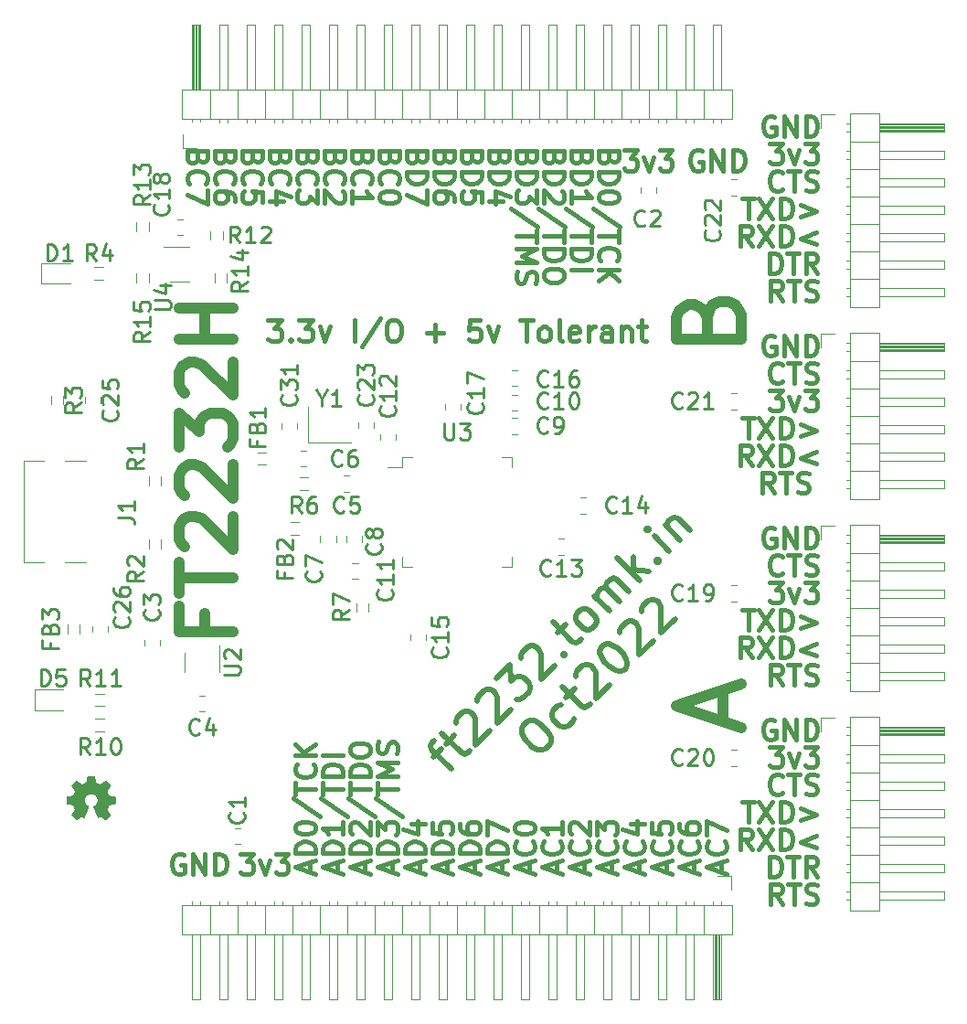
<source format=gto>
G04 #@! TF.GenerationSoftware,KiCad,Pcbnew,6.0.7-f9a2dced07~116~ubuntu22.04.1*
G04 #@! TF.CreationDate,2022-10-12T16:01:38-07:00*
G04 #@! TF.ProjectId,tigard,74696761-7264-42e6-9b69-6361645f7063,rev?*
G04 #@! TF.SameCoordinates,Original*
G04 #@! TF.FileFunction,Legend,Top*
G04 #@! TF.FilePolarity,Positive*
%FSLAX46Y46*%
G04 Gerber Fmt 4.6, Leading zero omitted, Abs format (unit mm)*
G04 Created by KiCad (PCBNEW 6.0.7-f9a2dced07~116~ubuntu22.04.1) date 2022-10-12 16:01:38*
%MOMM*%
%LPD*%
G01*
G04 APERTURE LIST*
%ADD10C,0.400000*%
%ADD11C,0.500000*%
%ADD12C,1.000000*%
%ADD13C,0.250000*%
%ADD14C,0.120000*%
%ADD15C,0.010000*%
G04 APERTURE END LIST*
D10*
X77523809Y-72183761D02*
X78761904Y-72183761D01*
X78095238Y-72945666D01*
X78380952Y-72945666D01*
X78571428Y-73040904D01*
X78666666Y-73136142D01*
X78761904Y-73326619D01*
X78761904Y-73802809D01*
X78666666Y-73993285D01*
X78571428Y-74088523D01*
X78380952Y-74183761D01*
X77809523Y-74183761D01*
X77619047Y-74088523D01*
X77523809Y-73993285D01*
X79619047Y-73993285D02*
X79714285Y-74088523D01*
X79619047Y-74183761D01*
X79523809Y-74088523D01*
X79619047Y-73993285D01*
X79619047Y-74183761D01*
X80380952Y-72183761D02*
X81619047Y-72183761D01*
X80952380Y-72945666D01*
X81238095Y-72945666D01*
X81428571Y-73040904D01*
X81523809Y-73136142D01*
X81619047Y-73326619D01*
X81619047Y-73802809D01*
X81523809Y-73993285D01*
X81428571Y-74088523D01*
X81238095Y-74183761D01*
X80666666Y-74183761D01*
X80476190Y-74088523D01*
X80380952Y-73993285D01*
X82285714Y-72850428D02*
X82761904Y-74183761D01*
X83238095Y-72850428D01*
X85523809Y-74183761D02*
X85523809Y-72183761D01*
X87904761Y-72088523D02*
X86190476Y-74659952D01*
X88952380Y-72183761D02*
X89333333Y-72183761D01*
X89523809Y-72279000D01*
X89714285Y-72469476D01*
X89809523Y-72850428D01*
X89809523Y-73517095D01*
X89714285Y-73898047D01*
X89523809Y-74088523D01*
X89333333Y-74183761D01*
X88952380Y-74183761D01*
X88761904Y-74088523D01*
X88571428Y-73898047D01*
X88476190Y-73517095D01*
X88476190Y-72850428D01*
X88571428Y-72469476D01*
X88761904Y-72279000D01*
X88952380Y-72183761D01*
X92190476Y-73421857D02*
X93714285Y-73421857D01*
X92952380Y-74183761D02*
X92952380Y-72659952D01*
X97142857Y-72183761D02*
X96190476Y-72183761D01*
X96095238Y-73136142D01*
X96190476Y-73040904D01*
X96380952Y-72945666D01*
X96857142Y-72945666D01*
X97047619Y-73040904D01*
X97142857Y-73136142D01*
X97238095Y-73326619D01*
X97238095Y-73802809D01*
X97142857Y-73993285D01*
X97047619Y-74088523D01*
X96857142Y-74183761D01*
X96380952Y-74183761D01*
X96190476Y-74088523D01*
X96095238Y-73993285D01*
X97904761Y-72850428D02*
X98380952Y-74183761D01*
X98857142Y-72850428D01*
X100857142Y-72183761D02*
X102000000Y-72183761D01*
X101428571Y-74183761D02*
X101428571Y-72183761D01*
X102952380Y-74183761D02*
X102761904Y-74088523D01*
X102666666Y-73993285D01*
X102571428Y-73802809D01*
X102571428Y-73231380D01*
X102666666Y-73040904D01*
X102761904Y-72945666D01*
X102952380Y-72850428D01*
X103238095Y-72850428D01*
X103428571Y-72945666D01*
X103523809Y-73040904D01*
X103619047Y-73231380D01*
X103619047Y-73802809D01*
X103523809Y-73993285D01*
X103428571Y-74088523D01*
X103238095Y-74183761D01*
X102952380Y-74183761D01*
X104761904Y-74183761D02*
X104571428Y-74088523D01*
X104476190Y-73898047D01*
X104476190Y-72183761D01*
X106285714Y-74088523D02*
X106095238Y-74183761D01*
X105714285Y-74183761D01*
X105523809Y-74088523D01*
X105428571Y-73898047D01*
X105428571Y-73136142D01*
X105523809Y-72945666D01*
X105714285Y-72850428D01*
X106095238Y-72850428D01*
X106285714Y-72945666D01*
X106380952Y-73136142D01*
X106380952Y-73326619D01*
X105428571Y-73517095D01*
X107238095Y-74183761D02*
X107238095Y-72850428D01*
X107238095Y-73231380D02*
X107333333Y-73040904D01*
X107428571Y-72945666D01*
X107619047Y-72850428D01*
X107809523Y-72850428D01*
X109333333Y-74183761D02*
X109333333Y-73136142D01*
X109238095Y-72945666D01*
X109047619Y-72850428D01*
X108666666Y-72850428D01*
X108476190Y-72945666D01*
X109333333Y-74088523D02*
X109142857Y-74183761D01*
X108666666Y-74183761D01*
X108476190Y-74088523D01*
X108380952Y-73898047D01*
X108380952Y-73707571D01*
X108476190Y-73517095D01*
X108666666Y-73421857D01*
X109142857Y-73421857D01*
X109333333Y-73326619D01*
X110285714Y-72850428D02*
X110285714Y-74183761D01*
X110285714Y-73040904D02*
X110380952Y-72945666D01*
X110571428Y-72850428D01*
X110857142Y-72850428D01*
X111047619Y-72945666D01*
X111142857Y-73136142D01*
X111142857Y-74183761D01*
X111809523Y-72850428D02*
X112571428Y-72850428D01*
X112095238Y-72183761D02*
X112095238Y-73898047D01*
X112190476Y-74088523D01*
X112380952Y-74183761D01*
X112571428Y-74183761D01*
D11*
X92772552Y-112706984D02*
X93580674Y-111898862D01*
X94489811Y-113818152D02*
X92671536Y-111999877D01*
X92570521Y-111696831D01*
X92671536Y-111393786D01*
X92873567Y-111191755D01*
X93984735Y-111494801D02*
X94792857Y-110686679D01*
X93580674Y-110484648D02*
X95398948Y-112302923D01*
X95701994Y-112403938D01*
X96005040Y-112302923D01*
X96207070Y-112100892D01*
X94893872Y-109575511D02*
X94893872Y-109373481D01*
X94994887Y-109070435D01*
X95499964Y-108565359D01*
X95803009Y-108464343D01*
X96005040Y-108464343D01*
X96308086Y-108565359D01*
X96510116Y-108767389D01*
X96712147Y-109171450D01*
X96712147Y-111595816D01*
X98025345Y-110282618D01*
X96914177Y-107555206D02*
X96914177Y-107353175D01*
X97015192Y-107050130D01*
X97520269Y-106545053D01*
X97823314Y-106444038D01*
X98025345Y-106444038D01*
X98328391Y-106545053D01*
X98530421Y-106747084D01*
X98732452Y-107151145D01*
X98732452Y-109575511D01*
X100045650Y-108262313D01*
X98631436Y-105433886D02*
X99944635Y-104120687D01*
X100045650Y-105635916D01*
X100348696Y-105332870D01*
X100651742Y-105231855D01*
X100853772Y-105231855D01*
X101156818Y-105332870D01*
X101661894Y-105837947D01*
X101762909Y-106140992D01*
X101762909Y-106343023D01*
X101661894Y-106646069D01*
X101055803Y-107252160D01*
X100752757Y-107353175D01*
X100550726Y-107353175D01*
X100954787Y-103514596D02*
X100954787Y-103312565D01*
X101055803Y-103009520D01*
X101560879Y-102504443D01*
X101863925Y-102403428D01*
X102065955Y-102403428D01*
X102369001Y-102504443D01*
X102571031Y-102706474D01*
X102773062Y-103110535D01*
X102773062Y-105534901D01*
X104086260Y-104221703D01*
X104793367Y-103110535D02*
X104995398Y-103110535D01*
X104995398Y-103312565D01*
X104793367Y-103312565D01*
X104793367Y-103110535D01*
X104995398Y-103312565D01*
X104288291Y-101191245D02*
X105096413Y-100383123D01*
X103884230Y-100181092D02*
X105702504Y-101999367D01*
X106005550Y-102100382D01*
X106308596Y-101999367D01*
X106510626Y-101797337D01*
X107520779Y-100787184D02*
X107217733Y-100888199D01*
X107015703Y-100888199D01*
X106712657Y-100787184D01*
X106106565Y-100181092D01*
X106005550Y-99878047D01*
X106005550Y-99676016D01*
X106106565Y-99372970D01*
X106409611Y-99069925D01*
X106712657Y-98968909D01*
X106914687Y-98968909D01*
X107217733Y-99069925D01*
X107823825Y-99676016D01*
X107924840Y-99979062D01*
X107924840Y-100181092D01*
X107823825Y-100484138D01*
X107520779Y-100787184D01*
X109137023Y-99170940D02*
X107722809Y-97756726D01*
X107924840Y-97958757D02*
X107924840Y-97756726D01*
X108025855Y-97453681D01*
X108328901Y-97150635D01*
X108631947Y-97049620D01*
X108934992Y-97150635D01*
X110046160Y-98261803D01*
X108934992Y-97150635D02*
X108833977Y-96847589D01*
X108934992Y-96544543D01*
X109238038Y-96241498D01*
X109541084Y-96140482D01*
X109844130Y-96241498D01*
X110955298Y-97352665D01*
X111965450Y-96342513D02*
X109844130Y-94221192D01*
X111359359Y-95332360D02*
X112773572Y-95534391D01*
X111359359Y-94120177D02*
X111359359Y-95736421D01*
X113480679Y-94423223D02*
X113682709Y-94423223D01*
X113682709Y-94625253D01*
X113480679Y-94625253D01*
X113480679Y-94423223D01*
X113682709Y-94625253D01*
X114692862Y-93615101D02*
X113278648Y-92200887D01*
X112571542Y-91493781D02*
X112571542Y-91695811D01*
X112773572Y-91695811D01*
X112773572Y-91493781D01*
X112571542Y-91493781D01*
X112773572Y-91695811D01*
X114288801Y-91190735D02*
X115703014Y-92604948D01*
X114490831Y-91392765D02*
X114490831Y-91190735D01*
X114591847Y-90887689D01*
X114894892Y-90584643D01*
X115197938Y-90483628D01*
X115500984Y-90584643D01*
X116612152Y-91695811D01*
X101087118Y-109808857D02*
X101491179Y-109404796D01*
X101794224Y-109303780D01*
X102198285Y-109303780D01*
X102703362Y-109606826D01*
X103410468Y-110313933D01*
X103713514Y-110819009D01*
X103713514Y-111223070D01*
X103612499Y-111526116D01*
X103208438Y-111930177D01*
X102905392Y-112031192D01*
X102501331Y-112031192D01*
X101996255Y-111728146D01*
X101289148Y-111021040D01*
X100986102Y-110515963D01*
X100986102Y-110111902D01*
X101087118Y-109808857D01*
X105834835Y-109101750D02*
X105733819Y-109404796D01*
X105329758Y-109808857D01*
X105026712Y-109909872D01*
X104824682Y-109909872D01*
X104521636Y-109808857D01*
X103915545Y-109202765D01*
X103814529Y-108899719D01*
X103814529Y-108697689D01*
X103915545Y-108394643D01*
X104319606Y-107990582D01*
X104622651Y-107889567D01*
X105127728Y-107182460D02*
X105935850Y-106374338D01*
X104723667Y-106172307D02*
X106541941Y-107990582D01*
X106844987Y-108091597D01*
X107148033Y-107990582D01*
X107350063Y-107788551D01*
X106036865Y-105263170D02*
X106036865Y-105061140D01*
X106137880Y-104758094D01*
X106642957Y-104253018D01*
X106946002Y-104152002D01*
X107148033Y-104152002D01*
X107451079Y-104253018D01*
X107653109Y-104455048D01*
X107855140Y-104859109D01*
X107855140Y-107283475D01*
X109168338Y-105970277D01*
X108360216Y-102535758D02*
X108562246Y-102333728D01*
X108865292Y-102232712D01*
X109067323Y-102232712D01*
X109370368Y-102333728D01*
X109875445Y-102636774D01*
X110380521Y-103141850D01*
X110683567Y-103646926D01*
X110784582Y-103949972D01*
X110784582Y-104152002D01*
X110683567Y-104455048D01*
X110481536Y-104657079D01*
X110178490Y-104758094D01*
X109976460Y-104758094D01*
X109673414Y-104657079D01*
X109168338Y-104354033D01*
X108663262Y-103848957D01*
X108360216Y-103343880D01*
X108259201Y-103040835D01*
X108259201Y-102838804D01*
X108360216Y-102535758D01*
X110077475Y-101222560D02*
X110077475Y-101020529D01*
X110178490Y-100717484D01*
X110683567Y-100212407D01*
X110986613Y-100111392D01*
X111188643Y-100111392D01*
X111491689Y-100212407D01*
X111693719Y-100414438D01*
X111895750Y-100818499D01*
X111895750Y-103242865D01*
X113208948Y-101929667D01*
X112097780Y-99202255D02*
X112097780Y-99000224D01*
X112198796Y-98697179D01*
X112703872Y-98192102D01*
X113006918Y-98091087D01*
X113208948Y-98091087D01*
X113511994Y-98192102D01*
X113714024Y-98394133D01*
X113916055Y-98798194D01*
X113916055Y-101222560D01*
X115229253Y-99909362D01*
D12*
X71651857Y-99439333D02*
X71651857Y-101106000D01*
X74270904Y-101106000D02*
X69270904Y-101106000D01*
X69270904Y-98725047D01*
X69270904Y-97534571D02*
X69270904Y-94677428D01*
X74270904Y-96106000D02*
X69270904Y-96106000D01*
X69747095Y-93248857D02*
X69509000Y-93010761D01*
X69270904Y-92534571D01*
X69270904Y-91344095D01*
X69509000Y-90867904D01*
X69747095Y-90629809D01*
X70223285Y-90391714D01*
X70699476Y-90391714D01*
X71413761Y-90629809D01*
X74270904Y-93486952D01*
X74270904Y-90391714D01*
X69747095Y-88486952D02*
X69509000Y-88248857D01*
X69270904Y-87772666D01*
X69270904Y-86582190D01*
X69509000Y-86106000D01*
X69747095Y-85867904D01*
X70223285Y-85629809D01*
X70699476Y-85629809D01*
X71413761Y-85867904D01*
X74270904Y-88725047D01*
X74270904Y-85629809D01*
X69270904Y-83963142D02*
X69270904Y-80867904D01*
X71175666Y-82534571D01*
X71175666Y-81820285D01*
X71413761Y-81344095D01*
X71651857Y-81106000D01*
X72128047Y-80867904D01*
X73318523Y-80867904D01*
X73794714Y-81106000D01*
X74032809Y-81344095D01*
X74270904Y-81820285D01*
X74270904Y-83248857D01*
X74032809Y-83725047D01*
X73794714Y-83963142D01*
X69747095Y-78963142D02*
X69509000Y-78725047D01*
X69270904Y-78248857D01*
X69270904Y-77058380D01*
X69509000Y-76582190D01*
X69747095Y-76344095D01*
X70223285Y-76106000D01*
X70699476Y-76106000D01*
X71413761Y-76344095D01*
X74270904Y-79201238D01*
X74270904Y-76106000D01*
X74270904Y-73963142D02*
X69270904Y-73963142D01*
X71651857Y-73963142D02*
X71651857Y-71106000D01*
X74270904Y-71106000D02*
X69270904Y-71106000D01*
X119618000Y-109378571D02*
X119618000Y-106521428D01*
X121332285Y-109950000D02*
X115332285Y-107950000D01*
X121332285Y-105950000D01*
X118189428Y-71961428D02*
X118475142Y-71104285D01*
X118760857Y-70818571D01*
X119332285Y-70532857D01*
X120189428Y-70532857D01*
X120760857Y-70818571D01*
X121046571Y-71104285D01*
X121332285Y-71675714D01*
X121332285Y-73961428D01*
X115332285Y-73961428D01*
X115332285Y-71961428D01*
X115618000Y-71390000D01*
X115903714Y-71104285D01*
X116475142Y-70818571D01*
X117046571Y-70818571D01*
X117618000Y-71104285D01*
X117903714Y-71390000D01*
X118189428Y-71961428D01*
X118189428Y-73961428D01*
D10*
X124390952Y-88235523D02*
X123757619Y-87330761D01*
X123305238Y-88235523D02*
X123305238Y-86335523D01*
X124029047Y-86335523D01*
X124210000Y-86426000D01*
X124300476Y-86516476D01*
X124390952Y-86697428D01*
X124390952Y-86968857D01*
X124300476Y-87149809D01*
X124210000Y-87240285D01*
X124029047Y-87330761D01*
X123305238Y-87330761D01*
X124933809Y-86335523D02*
X126019523Y-86335523D01*
X125476666Y-88235523D02*
X125476666Y-86335523D01*
X126562380Y-88145047D02*
X126833809Y-88235523D01*
X127286190Y-88235523D01*
X127467142Y-88145047D01*
X127557619Y-88054571D01*
X127648095Y-87873619D01*
X127648095Y-87692666D01*
X127557619Y-87511714D01*
X127467142Y-87421238D01*
X127286190Y-87330761D01*
X126924285Y-87240285D01*
X126743333Y-87149809D01*
X126652857Y-87059333D01*
X126562380Y-86878380D01*
X126562380Y-86697428D01*
X126652857Y-86516476D01*
X126743333Y-86426000D01*
X126924285Y-86335523D01*
X127376666Y-86335523D01*
X127648095Y-86426000D01*
X125152952Y-106015523D02*
X124519619Y-105110761D01*
X124067238Y-106015523D02*
X124067238Y-104115523D01*
X124791047Y-104115523D01*
X124972000Y-104206000D01*
X125062476Y-104296476D01*
X125152952Y-104477428D01*
X125152952Y-104748857D01*
X125062476Y-104929809D01*
X124972000Y-105020285D01*
X124791047Y-105110761D01*
X124067238Y-105110761D01*
X125695809Y-104115523D02*
X126781523Y-104115523D01*
X126238666Y-106015523D02*
X126238666Y-104115523D01*
X127324380Y-105925047D02*
X127595809Y-106015523D01*
X128048190Y-106015523D01*
X128229142Y-105925047D01*
X128319619Y-105834571D01*
X128410095Y-105653619D01*
X128410095Y-105472666D01*
X128319619Y-105291714D01*
X128229142Y-105201238D01*
X128048190Y-105110761D01*
X127686285Y-105020285D01*
X127505333Y-104929809D01*
X127414857Y-104839333D01*
X127324380Y-104658380D01*
X127324380Y-104477428D01*
X127414857Y-104296476D01*
X127505333Y-104206000D01*
X127686285Y-104115523D01*
X128138666Y-104115523D01*
X128410095Y-104206000D01*
X124429142Y-73726000D02*
X124248190Y-73635523D01*
X123976761Y-73635523D01*
X123705333Y-73726000D01*
X123524380Y-73906952D01*
X123433904Y-74087904D01*
X123343428Y-74449809D01*
X123343428Y-74721238D01*
X123433904Y-75083142D01*
X123524380Y-75264095D01*
X123705333Y-75445047D01*
X123976761Y-75535523D01*
X124157714Y-75535523D01*
X124429142Y-75445047D01*
X124519619Y-75354571D01*
X124519619Y-74721238D01*
X124157714Y-74721238D01*
X125333904Y-75535523D02*
X125333904Y-73635523D01*
X126419619Y-75535523D01*
X126419619Y-73635523D01*
X127324380Y-75535523D02*
X127324380Y-73635523D01*
X127776761Y-73635523D01*
X128048190Y-73726000D01*
X128229142Y-73906952D01*
X128319619Y-74087904D01*
X128410095Y-74449809D01*
X128410095Y-74721238D01*
X128319619Y-75083142D01*
X128229142Y-75264095D01*
X128048190Y-75445047D01*
X127776761Y-75535523D01*
X127324380Y-75535523D01*
X121443428Y-81255523D02*
X122529142Y-81255523D01*
X121986285Y-83155523D02*
X121986285Y-81255523D01*
X122981523Y-81255523D02*
X124248190Y-83155523D01*
X124248190Y-81255523D02*
X122981523Y-83155523D01*
X124972000Y-83155523D02*
X124972000Y-81255523D01*
X125424380Y-81255523D01*
X125695809Y-81346000D01*
X125876761Y-81526952D01*
X125967238Y-81707904D01*
X126057714Y-82069809D01*
X126057714Y-82341238D01*
X125967238Y-82703142D01*
X125876761Y-82884095D01*
X125695809Y-83065047D01*
X125424380Y-83155523D01*
X124972000Y-83155523D01*
X126872000Y-81888857D02*
X128319619Y-82431714D01*
X126872000Y-82974571D01*
X125152952Y-77894571D02*
X125062476Y-77985047D01*
X124791047Y-78075523D01*
X124610095Y-78075523D01*
X124338666Y-77985047D01*
X124157714Y-77804095D01*
X124067238Y-77623142D01*
X123976761Y-77261238D01*
X123976761Y-76989809D01*
X124067238Y-76627904D01*
X124157714Y-76446952D01*
X124338666Y-76266000D01*
X124610095Y-76175523D01*
X124791047Y-76175523D01*
X125062476Y-76266000D01*
X125152952Y-76356476D01*
X125695809Y-76175523D02*
X126781523Y-76175523D01*
X126238666Y-78075523D02*
X126238666Y-76175523D01*
X127324380Y-77985047D02*
X127595809Y-78075523D01*
X128048190Y-78075523D01*
X128229142Y-77985047D01*
X128319619Y-77894571D01*
X128410095Y-77713619D01*
X128410095Y-77532666D01*
X128319619Y-77351714D01*
X128229142Y-77261238D01*
X128048190Y-77170761D01*
X127686285Y-77080285D01*
X127505333Y-76989809D01*
X127414857Y-76899333D01*
X127324380Y-76718380D01*
X127324380Y-76537428D01*
X127414857Y-76356476D01*
X127505333Y-76266000D01*
X127686285Y-76175523D01*
X128138666Y-76175523D01*
X128410095Y-76266000D01*
X122348190Y-85695523D02*
X121714857Y-84790761D01*
X121262476Y-85695523D02*
X121262476Y-83795523D01*
X121986285Y-83795523D01*
X122167238Y-83886000D01*
X122257714Y-83976476D01*
X122348190Y-84157428D01*
X122348190Y-84428857D01*
X122257714Y-84609809D01*
X122167238Y-84700285D01*
X121986285Y-84790761D01*
X121262476Y-84790761D01*
X122981523Y-83795523D02*
X124248190Y-85695523D01*
X124248190Y-83795523D02*
X122981523Y-85695523D01*
X124972000Y-85695523D02*
X124972000Y-83795523D01*
X125424380Y-83795523D01*
X125695809Y-83886000D01*
X125876761Y-84066952D01*
X125967238Y-84247904D01*
X126057714Y-84609809D01*
X126057714Y-84881238D01*
X125967238Y-85243142D01*
X125876761Y-85424095D01*
X125695809Y-85605047D01*
X125424380Y-85695523D01*
X124972000Y-85695523D01*
X128319619Y-84428857D02*
X126872000Y-84971714D01*
X128319619Y-85514571D01*
X123976761Y-78715523D02*
X125152952Y-78715523D01*
X124519619Y-79439333D01*
X124791047Y-79439333D01*
X124972000Y-79529809D01*
X125062476Y-79620285D01*
X125152952Y-79801238D01*
X125152952Y-80253619D01*
X125062476Y-80434571D01*
X124972000Y-80525047D01*
X124791047Y-80615523D01*
X124248190Y-80615523D01*
X124067238Y-80525047D01*
X123976761Y-80434571D01*
X125786285Y-79348857D02*
X126238666Y-80615523D01*
X126691047Y-79348857D01*
X127233904Y-78715523D02*
X128410095Y-78715523D01*
X127776761Y-79439333D01*
X128048190Y-79439333D01*
X128229142Y-79529809D01*
X128319619Y-79620285D01*
X128410095Y-79801238D01*
X128410095Y-80253619D01*
X128319619Y-80434571D01*
X128229142Y-80525047D01*
X128048190Y-80615523D01*
X127505333Y-80615523D01*
X127324380Y-80525047D01*
X127233904Y-80434571D01*
X122348190Y-103475523D02*
X121714857Y-102570761D01*
X121262476Y-103475523D02*
X121262476Y-101575523D01*
X121986285Y-101575523D01*
X122167238Y-101666000D01*
X122257714Y-101756476D01*
X122348190Y-101937428D01*
X122348190Y-102208857D01*
X122257714Y-102389809D01*
X122167238Y-102480285D01*
X121986285Y-102570761D01*
X121262476Y-102570761D01*
X122981523Y-101575523D02*
X124248190Y-103475523D01*
X124248190Y-101575523D02*
X122981523Y-103475523D01*
X124972000Y-103475523D02*
X124972000Y-101575523D01*
X125424380Y-101575523D01*
X125695809Y-101666000D01*
X125876761Y-101846952D01*
X125967238Y-102027904D01*
X126057714Y-102389809D01*
X126057714Y-102661238D01*
X125967238Y-103023142D01*
X125876761Y-103204095D01*
X125695809Y-103385047D01*
X125424380Y-103475523D01*
X124972000Y-103475523D01*
X128319619Y-102208857D02*
X126872000Y-102751714D01*
X128319619Y-103294571D01*
X121443428Y-99035523D02*
X122529142Y-99035523D01*
X121986285Y-100935523D02*
X121986285Y-99035523D01*
X122981523Y-99035523D02*
X124248190Y-100935523D01*
X124248190Y-99035523D02*
X122981523Y-100935523D01*
X124972000Y-100935523D02*
X124972000Y-99035523D01*
X125424380Y-99035523D01*
X125695809Y-99126000D01*
X125876761Y-99306952D01*
X125967238Y-99487904D01*
X126057714Y-99849809D01*
X126057714Y-100121238D01*
X125967238Y-100483142D01*
X125876761Y-100664095D01*
X125695809Y-100845047D01*
X125424380Y-100935523D01*
X124972000Y-100935523D01*
X126872000Y-99668857D02*
X128319619Y-100211714D01*
X126872000Y-100754571D01*
X123976761Y-96495523D02*
X125152952Y-96495523D01*
X124519619Y-97219333D01*
X124791047Y-97219333D01*
X124972000Y-97309809D01*
X125062476Y-97400285D01*
X125152952Y-97581238D01*
X125152952Y-98033619D01*
X125062476Y-98214571D01*
X124972000Y-98305047D01*
X124791047Y-98395523D01*
X124248190Y-98395523D01*
X124067238Y-98305047D01*
X123976761Y-98214571D01*
X125786285Y-97128857D02*
X126238666Y-98395523D01*
X126691047Y-97128857D01*
X127233904Y-96495523D02*
X128410095Y-96495523D01*
X127776761Y-97219333D01*
X128048190Y-97219333D01*
X128229142Y-97309809D01*
X128319619Y-97400285D01*
X128410095Y-97581238D01*
X128410095Y-98033619D01*
X128319619Y-98214571D01*
X128229142Y-98305047D01*
X128048190Y-98395523D01*
X127505333Y-98395523D01*
X127324380Y-98305047D01*
X127233904Y-98214571D01*
X125152952Y-95674571D02*
X125062476Y-95765047D01*
X124791047Y-95855523D01*
X124610095Y-95855523D01*
X124338666Y-95765047D01*
X124157714Y-95584095D01*
X124067238Y-95403142D01*
X123976761Y-95041238D01*
X123976761Y-94769809D01*
X124067238Y-94407904D01*
X124157714Y-94226952D01*
X124338666Y-94046000D01*
X124610095Y-93955523D01*
X124791047Y-93955523D01*
X125062476Y-94046000D01*
X125152952Y-94136476D01*
X125695809Y-93955523D02*
X126781523Y-93955523D01*
X126238666Y-95855523D02*
X126238666Y-93955523D01*
X127324380Y-95765047D02*
X127595809Y-95855523D01*
X128048190Y-95855523D01*
X128229142Y-95765047D01*
X128319619Y-95674571D01*
X128410095Y-95493619D01*
X128410095Y-95312666D01*
X128319619Y-95131714D01*
X128229142Y-95041238D01*
X128048190Y-94950761D01*
X127686285Y-94860285D01*
X127505333Y-94769809D01*
X127414857Y-94679333D01*
X127324380Y-94498380D01*
X127324380Y-94317428D01*
X127414857Y-94136476D01*
X127505333Y-94046000D01*
X127686285Y-93955523D01*
X128138666Y-93955523D01*
X128410095Y-94046000D01*
X124429142Y-91506000D02*
X124248190Y-91415523D01*
X123976761Y-91415523D01*
X123705333Y-91506000D01*
X123524380Y-91686952D01*
X123433904Y-91867904D01*
X123343428Y-92229809D01*
X123343428Y-92501238D01*
X123433904Y-92863142D01*
X123524380Y-93044095D01*
X123705333Y-93225047D01*
X123976761Y-93315523D01*
X124157714Y-93315523D01*
X124429142Y-93225047D01*
X124519619Y-93134571D01*
X124519619Y-92501238D01*
X124157714Y-92501238D01*
X125333904Y-93315523D02*
X125333904Y-91415523D01*
X126419619Y-93315523D01*
X126419619Y-91415523D01*
X127324380Y-93315523D02*
X127324380Y-91415523D01*
X127776761Y-91415523D01*
X128048190Y-91506000D01*
X128229142Y-91686952D01*
X128319619Y-91867904D01*
X128410095Y-92229809D01*
X128410095Y-92501238D01*
X128319619Y-92863142D01*
X128229142Y-93044095D01*
X128048190Y-93225047D01*
X127776761Y-93315523D01*
X127324380Y-93315523D01*
X125152952Y-60114571D02*
X125062476Y-60205047D01*
X124791047Y-60295523D01*
X124610095Y-60295523D01*
X124338666Y-60205047D01*
X124157714Y-60024095D01*
X124067238Y-59843142D01*
X123976761Y-59481238D01*
X123976761Y-59209809D01*
X124067238Y-58847904D01*
X124157714Y-58666952D01*
X124338666Y-58486000D01*
X124610095Y-58395523D01*
X124791047Y-58395523D01*
X125062476Y-58486000D01*
X125152952Y-58576476D01*
X125695809Y-58395523D02*
X126781523Y-58395523D01*
X126238666Y-60295523D02*
X126238666Y-58395523D01*
X127324380Y-60205047D02*
X127595809Y-60295523D01*
X128048190Y-60295523D01*
X128229142Y-60205047D01*
X128319619Y-60114571D01*
X128410095Y-59933619D01*
X128410095Y-59752666D01*
X128319619Y-59571714D01*
X128229142Y-59481238D01*
X128048190Y-59390761D01*
X127686285Y-59300285D01*
X127505333Y-59209809D01*
X127414857Y-59119333D01*
X127324380Y-58938380D01*
X127324380Y-58757428D01*
X127414857Y-58576476D01*
X127505333Y-58486000D01*
X127686285Y-58395523D01*
X128138666Y-58395523D01*
X128410095Y-58486000D01*
X125152952Y-70455523D02*
X124519619Y-69550761D01*
X124067238Y-70455523D02*
X124067238Y-68555523D01*
X124791047Y-68555523D01*
X124972000Y-68646000D01*
X125062476Y-68736476D01*
X125152952Y-68917428D01*
X125152952Y-69188857D01*
X125062476Y-69369809D01*
X124972000Y-69460285D01*
X124791047Y-69550761D01*
X124067238Y-69550761D01*
X125695809Y-68555523D02*
X126781523Y-68555523D01*
X126238666Y-70455523D02*
X126238666Y-68555523D01*
X127324380Y-70365047D02*
X127595809Y-70455523D01*
X128048190Y-70455523D01*
X128229142Y-70365047D01*
X128319619Y-70274571D01*
X128410095Y-70093619D01*
X128410095Y-69912666D01*
X128319619Y-69731714D01*
X128229142Y-69641238D01*
X128048190Y-69550761D01*
X127686285Y-69460285D01*
X127505333Y-69369809D01*
X127414857Y-69279333D01*
X127324380Y-69098380D01*
X127324380Y-68917428D01*
X127414857Y-68736476D01*
X127505333Y-68646000D01*
X127686285Y-68555523D01*
X128138666Y-68555523D01*
X128410095Y-68646000D01*
X122348190Y-65375523D02*
X121714857Y-64470761D01*
X121262476Y-65375523D02*
X121262476Y-63475523D01*
X121986285Y-63475523D01*
X122167238Y-63566000D01*
X122257714Y-63656476D01*
X122348190Y-63837428D01*
X122348190Y-64108857D01*
X122257714Y-64289809D01*
X122167238Y-64380285D01*
X121986285Y-64470761D01*
X121262476Y-64470761D01*
X122981523Y-63475523D02*
X124248190Y-65375523D01*
X124248190Y-63475523D02*
X122981523Y-65375523D01*
X124972000Y-65375523D02*
X124972000Y-63475523D01*
X125424380Y-63475523D01*
X125695809Y-63566000D01*
X125876761Y-63746952D01*
X125967238Y-63927904D01*
X126057714Y-64289809D01*
X126057714Y-64561238D01*
X125967238Y-64923142D01*
X125876761Y-65104095D01*
X125695809Y-65285047D01*
X125424380Y-65375523D01*
X124972000Y-65375523D01*
X128319619Y-64108857D02*
X126872000Y-64651714D01*
X128319619Y-65194571D01*
X123976761Y-67915523D02*
X123976761Y-66015523D01*
X124429142Y-66015523D01*
X124700571Y-66106000D01*
X124881523Y-66286952D01*
X124972000Y-66467904D01*
X125062476Y-66829809D01*
X125062476Y-67101238D01*
X124972000Y-67463142D01*
X124881523Y-67644095D01*
X124700571Y-67825047D01*
X124429142Y-67915523D01*
X123976761Y-67915523D01*
X125605333Y-66015523D02*
X126691047Y-66015523D01*
X126148190Y-67915523D02*
X126148190Y-66015523D01*
X128410095Y-67915523D02*
X127776761Y-67010761D01*
X127324380Y-67915523D02*
X127324380Y-66015523D01*
X128048190Y-66015523D01*
X128229142Y-66106000D01*
X128319619Y-66196476D01*
X128410095Y-66377428D01*
X128410095Y-66648857D01*
X128319619Y-66829809D01*
X128229142Y-66920285D01*
X128048190Y-67010761D01*
X127324380Y-67010761D01*
X121443428Y-60935523D02*
X122529142Y-60935523D01*
X121986285Y-62835523D02*
X121986285Y-60935523D01*
X122981523Y-60935523D02*
X124248190Y-62835523D01*
X124248190Y-60935523D02*
X122981523Y-62835523D01*
X124972000Y-62835523D02*
X124972000Y-60935523D01*
X125424380Y-60935523D01*
X125695809Y-61026000D01*
X125876761Y-61206952D01*
X125967238Y-61387904D01*
X126057714Y-61749809D01*
X126057714Y-62021238D01*
X125967238Y-62383142D01*
X125876761Y-62564095D01*
X125695809Y-62745047D01*
X125424380Y-62835523D01*
X124972000Y-62835523D01*
X126872000Y-61568857D02*
X128319619Y-62111714D01*
X126872000Y-62654571D01*
X124429142Y-53406000D02*
X124248190Y-53315523D01*
X123976761Y-53315523D01*
X123705333Y-53406000D01*
X123524380Y-53586952D01*
X123433904Y-53767904D01*
X123343428Y-54129809D01*
X123343428Y-54401238D01*
X123433904Y-54763142D01*
X123524380Y-54944095D01*
X123705333Y-55125047D01*
X123976761Y-55215523D01*
X124157714Y-55215523D01*
X124429142Y-55125047D01*
X124519619Y-55034571D01*
X124519619Y-54401238D01*
X124157714Y-54401238D01*
X125333904Y-55215523D02*
X125333904Y-53315523D01*
X126419619Y-55215523D01*
X126419619Y-53315523D01*
X127324380Y-55215523D02*
X127324380Y-53315523D01*
X127776761Y-53315523D01*
X128048190Y-53406000D01*
X128229142Y-53586952D01*
X128319619Y-53767904D01*
X128410095Y-54129809D01*
X128410095Y-54401238D01*
X128319619Y-54763142D01*
X128229142Y-54944095D01*
X128048190Y-55125047D01*
X127776761Y-55215523D01*
X127324380Y-55215523D01*
X123976761Y-55855523D02*
X125152952Y-55855523D01*
X124519619Y-56579333D01*
X124791047Y-56579333D01*
X124972000Y-56669809D01*
X125062476Y-56760285D01*
X125152952Y-56941238D01*
X125152952Y-57393619D01*
X125062476Y-57574571D01*
X124972000Y-57665047D01*
X124791047Y-57755523D01*
X124248190Y-57755523D01*
X124067238Y-57665047D01*
X123976761Y-57574571D01*
X125786285Y-56488857D02*
X126238666Y-57755523D01*
X126691047Y-56488857D01*
X127233904Y-55855523D02*
X128410095Y-55855523D01*
X127776761Y-56579333D01*
X128048190Y-56579333D01*
X128229142Y-56669809D01*
X128319619Y-56760285D01*
X128410095Y-56941238D01*
X128410095Y-57393619D01*
X128319619Y-57574571D01*
X128229142Y-57665047D01*
X128048190Y-57755523D01*
X127505333Y-57755523D01*
X127324380Y-57665047D01*
X127233904Y-57574571D01*
X123976761Y-123795523D02*
X123976761Y-121895523D01*
X124429142Y-121895523D01*
X124700571Y-121986000D01*
X124881523Y-122166952D01*
X124972000Y-122347904D01*
X125062476Y-122709809D01*
X125062476Y-122981238D01*
X124972000Y-123343142D01*
X124881523Y-123524095D01*
X124700571Y-123705047D01*
X124429142Y-123795523D01*
X123976761Y-123795523D01*
X125605333Y-121895523D02*
X126691047Y-121895523D01*
X126148190Y-123795523D02*
X126148190Y-121895523D01*
X128410095Y-123795523D02*
X127776761Y-122890761D01*
X127324380Y-123795523D02*
X127324380Y-121895523D01*
X128048190Y-121895523D01*
X128229142Y-121986000D01*
X128319619Y-122076476D01*
X128410095Y-122257428D01*
X128410095Y-122528857D01*
X128319619Y-122709809D01*
X128229142Y-122800285D01*
X128048190Y-122890761D01*
X127324380Y-122890761D01*
X121443428Y-116815523D02*
X122529142Y-116815523D01*
X121986285Y-118715523D02*
X121986285Y-116815523D01*
X122981523Y-116815523D02*
X124248190Y-118715523D01*
X124248190Y-116815523D02*
X122981523Y-118715523D01*
X124972000Y-118715523D02*
X124972000Y-116815523D01*
X125424380Y-116815523D01*
X125695809Y-116906000D01*
X125876761Y-117086952D01*
X125967238Y-117267904D01*
X126057714Y-117629809D01*
X126057714Y-117901238D01*
X125967238Y-118263142D01*
X125876761Y-118444095D01*
X125695809Y-118625047D01*
X125424380Y-118715523D01*
X124972000Y-118715523D01*
X126872000Y-117448857D02*
X128319619Y-117991714D01*
X126872000Y-118534571D01*
X124429142Y-109286000D02*
X124248190Y-109195523D01*
X123976761Y-109195523D01*
X123705333Y-109286000D01*
X123524380Y-109466952D01*
X123433904Y-109647904D01*
X123343428Y-110009809D01*
X123343428Y-110281238D01*
X123433904Y-110643142D01*
X123524380Y-110824095D01*
X123705333Y-111005047D01*
X123976761Y-111095523D01*
X124157714Y-111095523D01*
X124429142Y-111005047D01*
X124519619Y-110914571D01*
X124519619Y-110281238D01*
X124157714Y-110281238D01*
X125333904Y-111095523D02*
X125333904Y-109195523D01*
X126419619Y-111095523D01*
X126419619Y-109195523D01*
X127324380Y-111095523D02*
X127324380Y-109195523D01*
X127776761Y-109195523D01*
X128048190Y-109286000D01*
X128229142Y-109466952D01*
X128319619Y-109647904D01*
X128410095Y-110009809D01*
X128410095Y-110281238D01*
X128319619Y-110643142D01*
X128229142Y-110824095D01*
X128048190Y-111005047D01*
X127776761Y-111095523D01*
X127324380Y-111095523D01*
X125152952Y-115994571D02*
X125062476Y-116085047D01*
X124791047Y-116175523D01*
X124610095Y-116175523D01*
X124338666Y-116085047D01*
X124157714Y-115904095D01*
X124067238Y-115723142D01*
X123976761Y-115361238D01*
X123976761Y-115089809D01*
X124067238Y-114727904D01*
X124157714Y-114546952D01*
X124338666Y-114366000D01*
X124610095Y-114275523D01*
X124791047Y-114275523D01*
X125062476Y-114366000D01*
X125152952Y-114456476D01*
X125695809Y-114275523D02*
X126781523Y-114275523D01*
X126238666Y-116175523D02*
X126238666Y-114275523D01*
X127324380Y-116085047D02*
X127595809Y-116175523D01*
X128048190Y-116175523D01*
X128229142Y-116085047D01*
X128319619Y-115994571D01*
X128410095Y-115813619D01*
X128410095Y-115632666D01*
X128319619Y-115451714D01*
X128229142Y-115361238D01*
X128048190Y-115270761D01*
X127686285Y-115180285D01*
X127505333Y-115089809D01*
X127414857Y-114999333D01*
X127324380Y-114818380D01*
X127324380Y-114637428D01*
X127414857Y-114456476D01*
X127505333Y-114366000D01*
X127686285Y-114275523D01*
X128138666Y-114275523D01*
X128410095Y-114366000D01*
X122348190Y-121255523D02*
X121714857Y-120350761D01*
X121262476Y-121255523D02*
X121262476Y-119355523D01*
X121986285Y-119355523D01*
X122167238Y-119446000D01*
X122257714Y-119536476D01*
X122348190Y-119717428D01*
X122348190Y-119988857D01*
X122257714Y-120169809D01*
X122167238Y-120260285D01*
X121986285Y-120350761D01*
X121262476Y-120350761D01*
X122981523Y-119355523D02*
X124248190Y-121255523D01*
X124248190Y-119355523D02*
X122981523Y-121255523D01*
X124972000Y-121255523D02*
X124972000Y-119355523D01*
X125424380Y-119355523D01*
X125695809Y-119446000D01*
X125876761Y-119626952D01*
X125967238Y-119807904D01*
X126057714Y-120169809D01*
X126057714Y-120441238D01*
X125967238Y-120803142D01*
X125876761Y-120984095D01*
X125695809Y-121165047D01*
X125424380Y-121255523D01*
X124972000Y-121255523D01*
X128319619Y-119988857D02*
X126872000Y-120531714D01*
X128319619Y-121074571D01*
X125152952Y-126335523D02*
X124519619Y-125430761D01*
X124067238Y-126335523D02*
X124067238Y-124435523D01*
X124791047Y-124435523D01*
X124972000Y-124526000D01*
X125062476Y-124616476D01*
X125152952Y-124797428D01*
X125152952Y-125068857D01*
X125062476Y-125249809D01*
X124972000Y-125340285D01*
X124791047Y-125430761D01*
X124067238Y-125430761D01*
X125695809Y-124435523D02*
X126781523Y-124435523D01*
X126238666Y-126335523D02*
X126238666Y-124435523D01*
X127324380Y-126245047D02*
X127595809Y-126335523D01*
X128048190Y-126335523D01*
X128229142Y-126245047D01*
X128319619Y-126154571D01*
X128410095Y-125973619D01*
X128410095Y-125792666D01*
X128319619Y-125611714D01*
X128229142Y-125521238D01*
X128048190Y-125430761D01*
X127686285Y-125340285D01*
X127505333Y-125249809D01*
X127414857Y-125159333D01*
X127324380Y-124978380D01*
X127324380Y-124797428D01*
X127414857Y-124616476D01*
X127505333Y-124526000D01*
X127686285Y-124435523D01*
X128138666Y-124435523D01*
X128410095Y-124526000D01*
X123976761Y-111735523D02*
X125152952Y-111735523D01*
X124519619Y-112459333D01*
X124791047Y-112459333D01*
X124972000Y-112549809D01*
X125062476Y-112640285D01*
X125152952Y-112821238D01*
X125152952Y-113273619D01*
X125062476Y-113454571D01*
X124972000Y-113545047D01*
X124791047Y-113635523D01*
X124248190Y-113635523D01*
X124067238Y-113545047D01*
X123976761Y-113454571D01*
X125786285Y-112368857D02*
X126238666Y-113635523D01*
X126691047Y-112368857D01*
X127233904Y-111735523D02*
X128410095Y-111735523D01*
X127776761Y-112459333D01*
X128048190Y-112459333D01*
X128229142Y-112549809D01*
X128319619Y-112640285D01*
X128410095Y-112821238D01*
X128410095Y-113273619D01*
X128319619Y-113454571D01*
X128229142Y-113545047D01*
X128048190Y-113635523D01*
X127505333Y-113635523D01*
X127324380Y-113545047D01*
X127233904Y-113454571D01*
X69672380Y-121732000D02*
X69491428Y-121641523D01*
X69220000Y-121641523D01*
X68948571Y-121732000D01*
X68767619Y-121912952D01*
X68677142Y-122093904D01*
X68586666Y-122455809D01*
X68586666Y-122727238D01*
X68677142Y-123089142D01*
X68767619Y-123270095D01*
X68948571Y-123451047D01*
X69220000Y-123541523D01*
X69400952Y-123541523D01*
X69672380Y-123451047D01*
X69762857Y-123360571D01*
X69762857Y-122727238D01*
X69400952Y-122727238D01*
X70577142Y-123541523D02*
X70577142Y-121641523D01*
X71662857Y-123541523D01*
X71662857Y-121641523D01*
X72567619Y-123541523D02*
X72567619Y-121641523D01*
X73020000Y-121641523D01*
X73291428Y-121732000D01*
X73472380Y-121912952D01*
X73562857Y-122093904D01*
X73653333Y-122455809D01*
X73653333Y-122727238D01*
X73562857Y-123089142D01*
X73472380Y-123270095D01*
X73291428Y-123451047D01*
X73020000Y-123541523D01*
X72567619Y-123541523D01*
X74954095Y-121641523D02*
X76130285Y-121641523D01*
X75496952Y-122365333D01*
X75768380Y-122365333D01*
X75949333Y-122455809D01*
X76039809Y-122546285D01*
X76130285Y-122727238D01*
X76130285Y-123179619D01*
X76039809Y-123360571D01*
X75949333Y-123451047D01*
X75768380Y-123541523D01*
X75225523Y-123541523D01*
X75044571Y-123451047D01*
X74954095Y-123360571D01*
X76763619Y-122274857D02*
X77216000Y-123541523D01*
X77668380Y-122274857D01*
X78211238Y-121641523D02*
X79387428Y-121641523D01*
X78754095Y-122365333D01*
X79025523Y-122365333D01*
X79206476Y-122455809D01*
X79296952Y-122546285D01*
X79387428Y-122727238D01*
X79387428Y-123179619D01*
X79296952Y-123360571D01*
X79206476Y-123451047D01*
X79025523Y-123541523D01*
X78482666Y-123541523D01*
X78301714Y-123451047D01*
X78211238Y-123360571D01*
X117678380Y-56581000D02*
X117497428Y-56490523D01*
X117226000Y-56490523D01*
X116954571Y-56581000D01*
X116773619Y-56761952D01*
X116683142Y-56942904D01*
X116592666Y-57304809D01*
X116592666Y-57576238D01*
X116683142Y-57938142D01*
X116773619Y-58119095D01*
X116954571Y-58300047D01*
X117226000Y-58390523D01*
X117406952Y-58390523D01*
X117678380Y-58300047D01*
X117768857Y-58209571D01*
X117768857Y-57576238D01*
X117406952Y-57576238D01*
X118583142Y-58390523D02*
X118583142Y-56490523D01*
X119668857Y-58390523D01*
X119668857Y-56490523D01*
X120573619Y-58390523D02*
X120573619Y-56490523D01*
X121026000Y-56490523D01*
X121297428Y-56581000D01*
X121478380Y-56761952D01*
X121568857Y-56942904D01*
X121659333Y-57304809D01*
X121659333Y-57576238D01*
X121568857Y-57938142D01*
X121478380Y-58119095D01*
X121297428Y-58300047D01*
X121026000Y-58390523D01*
X120573619Y-58390523D01*
X110514095Y-56490523D02*
X111690285Y-56490523D01*
X111056952Y-57214333D01*
X111328380Y-57214333D01*
X111509333Y-57304809D01*
X111599809Y-57395285D01*
X111690285Y-57576238D01*
X111690285Y-58028619D01*
X111599809Y-58209571D01*
X111509333Y-58300047D01*
X111328380Y-58390523D01*
X110785523Y-58390523D01*
X110604571Y-58300047D01*
X110514095Y-58209571D01*
X112323619Y-57123857D02*
X112776000Y-58390523D01*
X113228380Y-57123857D01*
X113771238Y-56490523D02*
X114947428Y-56490523D01*
X114314095Y-57214333D01*
X114585523Y-57214333D01*
X114766476Y-57304809D01*
X114856952Y-57395285D01*
X114947428Y-57576238D01*
X114947428Y-58028619D01*
X114856952Y-58209571D01*
X114766476Y-58300047D01*
X114585523Y-58390523D01*
X114042666Y-58390523D01*
X113861714Y-58300047D01*
X113771238Y-58209571D01*
X106561714Y-57225714D02*
X106471238Y-57497142D01*
X106380761Y-57587619D01*
X106199809Y-57678095D01*
X105928380Y-57678095D01*
X105747428Y-57587619D01*
X105656952Y-57497142D01*
X105566476Y-57316190D01*
X105566476Y-56592380D01*
X107466476Y-56592380D01*
X107466476Y-57225714D01*
X107376000Y-57406666D01*
X107285523Y-57497142D01*
X107104571Y-57587619D01*
X106923619Y-57587619D01*
X106742666Y-57497142D01*
X106652190Y-57406666D01*
X106561714Y-57225714D01*
X106561714Y-56592380D01*
X105566476Y-58492380D02*
X107466476Y-58492380D01*
X107466476Y-58944761D01*
X107376000Y-59216190D01*
X107195047Y-59397142D01*
X107014095Y-59487619D01*
X106652190Y-59578095D01*
X106380761Y-59578095D01*
X106018857Y-59487619D01*
X105837904Y-59397142D01*
X105656952Y-59216190D01*
X105566476Y-58944761D01*
X105566476Y-58492380D01*
X105566476Y-61387619D02*
X105566476Y-60301904D01*
X105566476Y-60844761D02*
X107466476Y-60844761D01*
X107195047Y-60663809D01*
X107014095Y-60482857D01*
X106923619Y-60301904D01*
X107556952Y-63559047D02*
X105114095Y-61930476D01*
X107466476Y-63920952D02*
X107466476Y-65006666D01*
X105566476Y-64463809D02*
X107466476Y-64463809D01*
X105566476Y-65640000D02*
X107466476Y-65640000D01*
X107466476Y-66092380D01*
X107376000Y-66363809D01*
X107195047Y-66544761D01*
X107014095Y-66635238D01*
X106652190Y-66725714D01*
X106380761Y-66725714D01*
X106018857Y-66635238D01*
X105837904Y-66544761D01*
X105656952Y-66363809D01*
X105566476Y-66092380D01*
X105566476Y-65640000D01*
X105566476Y-67540000D02*
X107466476Y-67540000D01*
X76081714Y-57225714D02*
X75991238Y-57497142D01*
X75900761Y-57587619D01*
X75719809Y-57678095D01*
X75448380Y-57678095D01*
X75267428Y-57587619D01*
X75176952Y-57497142D01*
X75086476Y-57316190D01*
X75086476Y-56592380D01*
X76986476Y-56592380D01*
X76986476Y-57225714D01*
X76896000Y-57406666D01*
X76805523Y-57497142D01*
X76624571Y-57587619D01*
X76443619Y-57587619D01*
X76262666Y-57497142D01*
X76172190Y-57406666D01*
X76081714Y-57225714D01*
X76081714Y-56592380D01*
X75267428Y-59578095D02*
X75176952Y-59487619D01*
X75086476Y-59216190D01*
X75086476Y-59035238D01*
X75176952Y-58763809D01*
X75357904Y-58582857D01*
X75538857Y-58492380D01*
X75900761Y-58401904D01*
X76172190Y-58401904D01*
X76534095Y-58492380D01*
X76715047Y-58582857D01*
X76896000Y-58763809D01*
X76986476Y-59035238D01*
X76986476Y-59216190D01*
X76896000Y-59487619D01*
X76805523Y-59578095D01*
X76986476Y-61297142D02*
X76986476Y-60392380D01*
X76081714Y-60301904D01*
X76172190Y-60392380D01*
X76262666Y-60573333D01*
X76262666Y-61025714D01*
X76172190Y-61206666D01*
X76081714Y-61297142D01*
X75900761Y-61387619D01*
X75448380Y-61387619D01*
X75267428Y-61297142D01*
X75176952Y-61206666D01*
X75086476Y-61025714D01*
X75086476Y-60573333D01*
X75176952Y-60392380D01*
X75267428Y-60301904D01*
X86241714Y-57225714D02*
X86151238Y-57497142D01*
X86060761Y-57587619D01*
X85879809Y-57678095D01*
X85608380Y-57678095D01*
X85427428Y-57587619D01*
X85336952Y-57497142D01*
X85246476Y-57316190D01*
X85246476Y-56592380D01*
X87146476Y-56592380D01*
X87146476Y-57225714D01*
X87056000Y-57406666D01*
X86965523Y-57497142D01*
X86784571Y-57587619D01*
X86603619Y-57587619D01*
X86422666Y-57497142D01*
X86332190Y-57406666D01*
X86241714Y-57225714D01*
X86241714Y-56592380D01*
X85427428Y-59578095D02*
X85336952Y-59487619D01*
X85246476Y-59216190D01*
X85246476Y-59035238D01*
X85336952Y-58763809D01*
X85517904Y-58582857D01*
X85698857Y-58492380D01*
X86060761Y-58401904D01*
X86332190Y-58401904D01*
X86694095Y-58492380D01*
X86875047Y-58582857D01*
X87056000Y-58763809D01*
X87146476Y-59035238D01*
X87146476Y-59216190D01*
X87056000Y-59487619D01*
X86965523Y-59578095D01*
X85246476Y-61387619D02*
X85246476Y-60301904D01*
X85246476Y-60844761D02*
X87146476Y-60844761D01*
X86875047Y-60663809D01*
X86694095Y-60482857D01*
X86603619Y-60301904D01*
X101481714Y-57225714D02*
X101391238Y-57497142D01*
X101300761Y-57587619D01*
X101119809Y-57678095D01*
X100848380Y-57678095D01*
X100667428Y-57587619D01*
X100576952Y-57497142D01*
X100486476Y-57316190D01*
X100486476Y-56592380D01*
X102386476Y-56592380D01*
X102386476Y-57225714D01*
X102296000Y-57406666D01*
X102205523Y-57497142D01*
X102024571Y-57587619D01*
X101843619Y-57587619D01*
X101662666Y-57497142D01*
X101572190Y-57406666D01*
X101481714Y-57225714D01*
X101481714Y-56592380D01*
X100486476Y-58492380D02*
X102386476Y-58492380D01*
X102386476Y-58944761D01*
X102296000Y-59216190D01*
X102115047Y-59397142D01*
X101934095Y-59487619D01*
X101572190Y-59578095D01*
X101300761Y-59578095D01*
X100938857Y-59487619D01*
X100757904Y-59397142D01*
X100576952Y-59216190D01*
X100486476Y-58944761D01*
X100486476Y-58492380D01*
X102386476Y-60211428D02*
X102386476Y-61387619D01*
X101662666Y-60754285D01*
X101662666Y-61025714D01*
X101572190Y-61206666D01*
X101481714Y-61297142D01*
X101300761Y-61387619D01*
X100848380Y-61387619D01*
X100667428Y-61297142D01*
X100576952Y-61206666D01*
X100486476Y-61025714D01*
X100486476Y-60482857D01*
X100576952Y-60301904D01*
X100667428Y-60211428D01*
X102476952Y-63559047D02*
X100034095Y-61930476D01*
X102386476Y-63920952D02*
X102386476Y-65006666D01*
X100486476Y-64463809D02*
X102386476Y-64463809D01*
X100486476Y-65640000D02*
X102386476Y-65640000D01*
X101029333Y-66273333D01*
X102386476Y-66906666D01*
X100486476Y-66906666D01*
X100576952Y-67720952D02*
X100486476Y-67992380D01*
X100486476Y-68444761D01*
X100576952Y-68625714D01*
X100667428Y-68716190D01*
X100848380Y-68806666D01*
X101029333Y-68806666D01*
X101210285Y-68716190D01*
X101300761Y-68625714D01*
X101391238Y-68444761D01*
X101481714Y-68082857D01*
X101572190Y-67901904D01*
X101662666Y-67811428D01*
X101843619Y-67720952D01*
X102024571Y-67720952D01*
X102205523Y-67811428D01*
X102296000Y-67901904D01*
X102386476Y-68082857D01*
X102386476Y-68535238D01*
X102296000Y-68806666D01*
X109101714Y-57225714D02*
X109011238Y-57497142D01*
X108920761Y-57587619D01*
X108739809Y-57678095D01*
X108468380Y-57678095D01*
X108287428Y-57587619D01*
X108196952Y-57497142D01*
X108106476Y-57316190D01*
X108106476Y-56592380D01*
X110006476Y-56592380D01*
X110006476Y-57225714D01*
X109916000Y-57406666D01*
X109825523Y-57497142D01*
X109644571Y-57587619D01*
X109463619Y-57587619D01*
X109282666Y-57497142D01*
X109192190Y-57406666D01*
X109101714Y-57225714D01*
X109101714Y-56592380D01*
X108106476Y-58492380D02*
X110006476Y-58492380D01*
X110006476Y-58944761D01*
X109916000Y-59216190D01*
X109735047Y-59397142D01*
X109554095Y-59487619D01*
X109192190Y-59578095D01*
X108920761Y-59578095D01*
X108558857Y-59487619D01*
X108377904Y-59397142D01*
X108196952Y-59216190D01*
X108106476Y-58944761D01*
X108106476Y-58492380D01*
X110006476Y-60754285D02*
X110006476Y-60935238D01*
X109916000Y-61116190D01*
X109825523Y-61206666D01*
X109644571Y-61297142D01*
X109282666Y-61387619D01*
X108830285Y-61387619D01*
X108468380Y-61297142D01*
X108287428Y-61206666D01*
X108196952Y-61116190D01*
X108106476Y-60935238D01*
X108106476Y-60754285D01*
X108196952Y-60573333D01*
X108287428Y-60482857D01*
X108468380Y-60392380D01*
X108830285Y-60301904D01*
X109282666Y-60301904D01*
X109644571Y-60392380D01*
X109825523Y-60482857D01*
X109916000Y-60573333D01*
X110006476Y-60754285D01*
X110096952Y-63559047D02*
X107654095Y-61930476D01*
X110006476Y-63920952D02*
X110006476Y-65006666D01*
X108106476Y-64463809D02*
X110006476Y-64463809D01*
X108287428Y-66725714D02*
X108196952Y-66635238D01*
X108106476Y-66363809D01*
X108106476Y-66182857D01*
X108196952Y-65911428D01*
X108377904Y-65730476D01*
X108558857Y-65640000D01*
X108920761Y-65549523D01*
X109192190Y-65549523D01*
X109554095Y-65640000D01*
X109735047Y-65730476D01*
X109916000Y-65911428D01*
X110006476Y-66182857D01*
X110006476Y-66363809D01*
X109916000Y-66635238D01*
X109825523Y-66725714D01*
X108106476Y-67540000D02*
X110006476Y-67540000D01*
X108106476Y-68625714D02*
X109192190Y-67811428D01*
X110006476Y-68625714D02*
X108920761Y-67540000D01*
X81161714Y-57225714D02*
X81071238Y-57497142D01*
X80980761Y-57587619D01*
X80799809Y-57678095D01*
X80528380Y-57678095D01*
X80347428Y-57587619D01*
X80256952Y-57497142D01*
X80166476Y-57316190D01*
X80166476Y-56592380D01*
X82066476Y-56592380D01*
X82066476Y-57225714D01*
X81976000Y-57406666D01*
X81885523Y-57497142D01*
X81704571Y-57587619D01*
X81523619Y-57587619D01*
X81342666Y-57497142D01*
X81252190Y-57406666D01*
X81161714Y-57225714D01*
X81161714Y-56592380D01*
X80347428Y-59578095D02*
X80256952Y-59487619D01*
X80166476Y-59216190D01*
X80166476Y-59035238D01*
X80256952Y-58763809D01*
X80437904Y-58582857D01*
X80618857Y-58492380D01*
X80980761Y-58401904D01*
X81252190Y-58401904D01*
X81614095Y-58492380D01*
X81795047Y-58582857D01*
X81976000Y-58763809D01*
X82066476Y-59035238D01*
X82066476Y-59216190D01*
X81976000Y-59487619D01*
X81885523Y-59578095D01*
X82066476Y-60211428D02*
X82066476Y-61387619D01*
X81342666Y-60754285D01*
X81342666Y-61025714D01*
X81252190Y-61206666D01*
X81161714Y-61297142D01*
X80980761Y-61387619D01*
X80528380Y-61387619D01*
X80347428Y-61297142D01*
X80256952Y-61206666D01*
X80166476Y-61025714D01*
X80166476Y-60482857D01*
X80256952Y-60301904D01*
X80347428Y-60211428D01*
X71001714Y-57225714D02*
X70911238Y-57497142D01*
X70820761Y-57587619D01*
X70639809Y-57678095D01*
X70368380Y-57678095D01*
X70187428Y-57587619D01*
X70096952Y-57497142D01*
X70006476Y-57316190D01*
X70006476Y-56592380D01*
X71906476Y-56592380D01*
X71906476Y-57225714D01*
X71816000Y-57406666D01*
X71725523Y-57497142D01*
X71544571Y-57587619D01*
X71363619Y-57587619D01*
X71182666Y-57497142D01*
X71092190Y-57406666D01*
X71001714Y-57225714D01*
X71001714Y-56592380D01*
X70187428Y-59578095D02*
X70096952Y-59487619D01*
X70006476Y-59216190D01*
X70006476Y-59035238D01*
X70096952Y-58763809D01*
X70277904Y-58582857D01*
X70458857Y-58492380D01*
X70820761Y-58401904D01*
X71092190Y-58401904D01*
X71454095Y-58492380D01*
X71635047Y-58582857D01*
X71816000Y-58763809D01*
X71906476Y-59035238D01*
X71906476Y-59216190D01*
X71816000Y-59487619D01*
X71725523Y-59578095D01*
X71906476Y-60211428D02*
X71906476Y-61478095D01*
X70006476Y-60663809D01*
X78621714Y-57225714D02*
X78531238Y-57497142D01*
X78440761Y-57587619D01*
X78259809Y-57678095D01*
X77988380Y-57678095D01*
X77807428Y-57587619D01*
X77716952Y-57497142D01*
X77626476Y-57316190D01*
X77626476Y-56592380D01*
X79526476Y-56592380D01*
X79526476Y-57225714D01*
X79436000Y-57406666D01*
X79345523Y-57497142D01*
X79164571Y-57587619D01*
X78983619Y-57587619D01*
X78802666Y-57497142D01*
X78712190Y-57406666D01*
X78621714Y-57225714D01*
X78621714Y-56592380D01*
X77807428Y-59578095D02*
X77716952Y-59487619D01*
X77626476Y-59216190D01*
X77626476Y-59035238D01*
X77716952Y-58763809D01*
X77897904Y-58582857D01*
X78078857Y-58492380D01*
X78440761Y-58401904D01*
X78712190Y-58401904D01*
X79074095Y-58492380D01*
X79255047Y-58582857D01*
X79436000Y-58763809D01*
X79526476Y-59035238D01*
X79526476Y-59216190D01*
X79436000Y-59487619D01*
X79345523Y-59578095D01*
X78893142Y-61206666D02*
X77626476Y-61206666D01*
X79616952Y-60754285D02*
X78259809Y-60301904D01*
X78259809Y-61478095D01*
X104021714Y-57225714D02*
X103931238Y-57497142D01*
X103840761Y-57587619D01*
X103659809Y-57678095D01*
X103388380Y-57678095D01*
X103207428Y-57587619D01*
X103116952Y-57497142D01*
X103026476Y-57316190D01*
X103026476Y-56592380D01*
X104926476Y-56592380D01*
X104926476Y-57225714D01*
X104836000Y-57406666D01*
X104745523Y-57497142D01*
X104564571Y-57587619D01*
X104383619Y-57587619D01*
X104202666Y-57497142D01*
X104112190Y-57406666D01*
X104021714Y-57225714D01*
X104021714Y-56592380D01*
X103026476Y-58492380D02*
X104926476Y-58492380D01*
X104926476Y-58944761D01*
X104836000Y-59216190D01*
X104655047Y-59397142D01*
X104474095Y-59487619D01*
X104112190Y-59578095D01*
X103840761Y-59578095D01*
X103478857Y-59487619D01*
X103297904Y-59397142D01*
X103116952Y-59216190D01*
X103026476Y-58944761D01*
X103026476Y-58492380D01*
X104745523Y-60301904D02*
X104836000Y-60392380D01*
X104926476Y-60573333D01*
X104926476Y-61025714D01*
X104836000Y-61206666D01*
X104745523Y-61297142D01*
X104564571Y-61387619D01*
X104383619Y-61387619D01*
X104112190Y-61297142D01*
X103026476Y-60211428D01*
X103026476Y-61387619D01*
X105016952Y-63559047D02*
X102574095Y-61930476D01*
X104926476Y-63920952D02*
X104926476Y-65006666D01*
X103026476Y-64463809D02*
X104926476Y-64463809D01*
X103026476Y-65640000D02*
X104926476Y-65640000D01*
X104926476Y-66092380D01*
X104836000Y-66363809D01*
X104655047Y-66544761D01*
X104474095Y-66635238D01*
X104112190Y-66725714D01*
X103840761Y-66725714D01*
X103478857Y-66635238D01*
X103297904Y-66544761D01*
X103116952Y-66363809D01*
X103026476Y-66092380D01*
X103026476Y-65640000D01*
X104926476Y-67901904D02*
X104926476Y-68263809D01*
X104836000Y-68444761D01*
X104655047Y-68625714D01*
X104293142Y-68716190D01*
X103659809Y-68716190D01*
X103297904Y-68625714D01*
X103116952Y-68444761D01*
X103026476Y-68263809D01*
X103026476Y-67901904D01*
X103116952Y-67720952D01*
X103297904Y-67540000D01*
X103659809Y-67449523D01*
X104293142Y-67449523D01*
X104655047Y-67540000D01*
X104836000Y-67720952D01*
X104926476Y-67901904D01*
X91321714Y-57225714D02*
X91231238Y-57497142D01*
X91140761Y-57587619D01*
X90959809Y-57678095D01*
X90688380Y-57678095D01*
X90507428Y-57587619D01*
X90416952Y-57497142D01*
X90326476Y-57316190D01*
X90326476Y-56592380D01*
X92226476Y-56592380D01*
X92226476Y-57225714D01*
X92136000Y-57406666D01*
X92045523Y-57497142D01*
X91864571Y-57587619D01*
X91683619Y-57587619D01*
X91502666Y-57497142D01*
X91412190Y-57406666D01*
X91321714Y-57225714D01*
X91321714Y-56592380D01*
X90326476Y-58492380D02*
X92226476Y-58492380D01*
X92226476Y-58944761D01*
X92136000Y-59216190D01*
X91955047Y-59397142D01*
X91774095Y-59487619D01*
X91412190Y-59578095D01*
X91140761Y-59578095D01*
X90778857Y-59487619D01*
X90597904Y-59397142D01*
X90416952Y-59216190D01*
X90326476Y-58944761D01*
X90326476Y-58492380D01*
X92226476Y-60211428D02*
X92226476Y-61478095D01*
X90326476Y-60663809D01*
X96401714Y-57225714D02*
X96311238Y-57497142D01*
X96220761Y-57587619D01*
X96039809Y-57678095D01*
X95768380Y-57678095D01*
X95587428Y-57587619D01*
X95496952Y-57497142D01*
X95406476Y-57316190D01*
X95406476Y-56592380D01*
X97306476Y-56592380D01*
X97306476Y-57225714D01*
X97216000Y-57406666D01*
X97125523Y-57497142D01*
X96944571Y-57587619D01*
X96763619Y-57587619D01*
X96582666Y-57497142D01*
X96492190Y-57406666D01*
X96401714Y-57225714D01*
X96401714Y-56592380D01*
X95406476Y-58492380D02*
X97306476Y-58492380D01*
X97306476Y-58944761D01*
X97216000Y-59216190D01*
X97035047Y-59397142D01*
X96854095Y-59487619D01*
X96492190Y-59578095D01*
X96220761Y-59578095D01*
X95858857Y-59487619D01*
X95677904Y-59397142D01*
X95496952Y-59216190D01*
X95406476Y-58944761D01*
X95406476Y-58492380D01*
X97306476Y-61297142D02*
X97306476Y-60392380D01*
X96401714Y-60301904D01*
X96492190Y-60392380D01*
X96582666Y-60573333D01*
X96582666Y-61025714D01*
X96492190Y-61206666D01*
X96401714Y-61297142D01*
X96220761Y-61387619D01*
X95768380Y-61387619D01*
X95587428Y-61297142D01*
X95496952Y-61206666D01*
X95406476Y-61025714D01*
X95406476Y-60573333D01*
X95496952Y-60392380D01*
X95587428Y-60301904D01*
X98941714Y-57225714D02*
X98851238Y-57497142D01*
X98760761Y-57587619D01*
X98579809Y-57678095D01*
X98308380Y-57678095D01*
X98127428Y-57587619D01*
X98036952Y-57497142D01*
X97946476Y-57316190D01*
X97946476Y-56592380D01*
X99846476Y-56592380D01*
X99846476Y-57225714D01*
X99756000Y-57406666D01*
X99665523Y-57497142D01*
X99484571Y-57587619D01*
X99303619Y-57587619D01*
X99122666Y-57497142D01*
X99032190Y-57406666D01*
X98941714Y-57225714D01*
X98941714Y-56592380D01*
X97946476Y-58492380D02*
X99846476Y-58492380D01*
X99846476Y-58944761D01*
X99756000Y-59216190D01*
X99575047Y-59397142D01*
X99394095Y-59487619D01*
X99032190Y-59578095D01*
X98760761Y-59578095D01*
X98398857Y-59487619D01*
X98217904Y-59397142D01*
X98036952Y-59216190D01*
X97946476Y-58944761D01*
X97946476Y-58492380D01*
X99213142Y-61206666D02*
X97946476Y-61206666D01*
X99936952Y-60754285D02*
X98579809Y-60301904D01*
X98579809Y-61478095D01*
X93861714Y-57225714D02*
X93771238Y-57497142D01*
X93680761Y-57587619D01*
X93499809Y-57678095D01*
X93228380Y-57678095D01*
X93047428Y-57587619D01*
X92956952Y-57497142D01*
X92866476Y-57316190D01*
X92866476Y-56592380D01*
X94766476Y-56592380D01*
X94766476Y-57225714D01*
X94676000Y-57406666D01*
X94585523Y-57497142D01*
X94404571Y-57587619D01*
X94223619Y-57587619D01*
X94042666Y-57497142D01*
X93952190Y-57406666D01*
X93861714Y-57225714D01*
X93861714Y-56592380D01*
X92866476Y-58492380D02*
X94766476Y-58492380D01*
X94766476Y-58944761D01*
X94676000Y-59216190D01*
X94495047Y-59397142D01*
X94314095Y-59487619D01*
X93952190Y-59578095D01*
X93680761Y-59578095D01*
X93318857Y-59487619D01*
X93137904Y-59397142D01*
X92956952Y-59216190D01*
X92866476Y-58944761D01*
X92866476Y-58492380D01*
X94766476Y-61206666D02*
X94766476Y-60844761D01*
X94676000Y-60663809D01*
X94585523Y-60573333D01*
X94314095Y-60392380D01*
X93952190Y-60301904D01*
X93228380Y-60301904D01*
X93047428Y-60392380D01*
X92956952Y-60482857D01*
X92866476Y-60663809D01*
X92866476Y-61025714D01*
X92956952Y-61206666D01*
X93047428Y-61297142D01*
X93228380Y-61387619D01*
X93680761Y-61387619D01*
X93861714Y-61297142D01*
X93952190Y-61206666D01*
X94042666Y-61025714D01*
X94042666Y-60663809D01*
X93952190Y-60482857D01*
X93861714Y-60392380D01*
X93680761Y-60301904D01*
X83701714Y-57225714D02*
X83611238Y-57497142D01*
X83520761Y-57587619D01*
X83339809Y-57678095D01*
X83068380Y-57678095D01*
X82887428Y-57587619D01*
X82796952Y-57497142D01*
X82706476Y-57316190D01*
X82706476Y-56592380D01*
X84606476Y-56592380D01*
X84606476Y-57225714D01*
X84516000Y-57406666D01*
X84425523Y-57497142D01*
X84244571Y-57587619D01*
X84063619Y-57587619D01*
X83882666Y-57497142D01*
X83792190Y-57406666D01*
X83701714Y-57225714D01*
X83701714Y-56592380D01*
X82887428Y-59578095D02*
X82796952Y-59487619D01*
X82706476Y-59216190D01*
X82706476Y-59035238D01*
X82796952Y-58763809D01*
X82977904Y-58582857D01*
X83158857Y-58492380D01*
X83520761Y-58401904D01*
X83792190Y-58401904D01*
X84154095Y-58492380D01*
X84335047Y-58582857D01*
X84516000Y-58763809D01*
X84606476Y-59035238D01*
X84606476Y-59216190D01*
X84516000Y-59487619D01*
X84425523Y-59578095D01*
X84425523Y-60301904D02*
X84516000Y-60392380D01*
X84606476Y-60573333D01*
X84606476Y-61025714D01*
X84516000Y-61206666D01*
X84425523Y-61297142D01*
X84244571Y-61387619D01*
X84063619Y-61387619D01*
X83792190Y-61297142D01*
X82706476Y-60211428D01*
X82706476Y-61387619D01*
X88781714Y-57225714D02*
X88691238Y-57497142D01*
X88600761Y-57587619D01*
X88419809Y-57678095D01*
X88148380Y-57678095D01*
X87967428Y-57587619D01*
X87876952Y-57497142D01*
X87786476Y-57316190D01*
X87786476Y-56592380D01*
X89686476Y-56592380D01*
X89686476Y-57225714D01*
X89596000Y-57406666D01*
X89505523Y-57497142D01*
X89324571Y-57587619D01*
X89143619Y-57587619D01*
X88962666Y-57497142D01*
X88872190Y-57406666D01*
X88781714Y-57225714D01*
X88781714Y-56592380D01*
X87967428Y-59578095D02*
X87876952Y-59487619D01*
X87786476Y-59216190D01*
X87786476Y-59035238D01*
X87876952Y-58763809D01*
X88057904Y-58582857D01*
X88238857Y-58492380D01*
X88600761Y-58401904D01*
X88872190Y-58401904D01*
X89234095Y-58492380D01*
X89415047Y-58582857D01*
X89596000Y-58763809D01*
X89686476Y-59035238D01*
X89686476Y-59216190D01*
X89596000Y-59487619D01*
X89505523Y-59578095D01*
X89686476Y-60754285D02*
X89686476Y-60935238D01*
X89596000Y-61116190D01*
X89505523Y-61206666D01*
X89324571Y-61297142D01*
X88962666Y-61387619D01*
X88510285Y-61387619D01*
X88148380Y-61297142D01*
X87967428Y-61206666D01*
X87876952Y-61116190D01*
X87786476Y-60935238D01*
X87786476Y-60754285D01*
X87876952Y-60573333D01*
X87967428Y-60482857D01*
X88148380Y-60392380D01*
X88510285Y-60301904D01*
X88962666Y-60301904D01*
X89324571Y-60392380D01*
X89505523Y-60482857D01*
X89596000Y-60573333D01*
X89686476Y-60754285D01*
X73541714Y-57225714D02*
X73451238Y-57497142D01*
X73360761Y-57587619D01*
X73179809Y-57678095D01*
X72908380Y-57678095D01*
X72727428Y-57587619D01*
X72636952Y-57497142D01*
X72546476Y-57316190D01*
X72546476Y-56592380D01*
X74446476Y-56592380D01*
X74446476Y-57225714D01*
X74356000Y-57406666D01*
X74265523Y-57497142D01*
X74084571Y-57587619D01*
X73903619Y-57587619D01*
X73722666Y-57497142D01*
X73632190Y-57406666D01*
X73541714Y-57225714D01*
X73541714Y-56592380D01*
X72727428Y-59578095D02*
X72636952Y-59487619D01*
X72546476Y-59216190D01*
X72546476Y-59035238D01*
X72636952Y-58763809D01*
X72817904Y-58582857D01*
X72998857Y-58492380D01*
X73360761Y-58401904D01*
X73632190Y-58401904D01*
X73994095Y-58492380D01*
X74175047Y-58582857D01*
X74356000Y-58763809D01*
X74446476Y-59035238D01*
X74446476Y-59216190D01*
X74356000Y-59487619D01*
X74265523Y-59578095D01*
X74446476Y-61206666D02*
X74446476Y-60844761D01*
X74356000Y-60663809D01*
X74265523Y-60573333D01*
X73994095Y-60392380D01*
X73632190Y-60301904D01*
X72908380Y-60301904D01*
X72727428Y-60392380D01*
X72636952Y-60482857D01*
X72546476Y-60663809D01*
X72546476Y-61025714D01*
X72636952Y-61206666D01*
X72727428Y-61297142D01*
X72908380Y-61387619D01*
X73360761Y-61387619D01*
X73541714Y-61297142D01*
X73632190Y-61206666D01*
X73722666Y-61025714D01*
X73722666Y-60663809D01*
X73632190Y-60482857D01*
X73541714Y-60392380D01*
X73360761Y-60301904D01*
X119442666Y-123330095D02*
X119442666Y-122425333D01*
X119985523Y-123511047D02*
X118085523Y-122877714D01*
X119985523Y-122244380D01*
X119804571Y-120525333D02*
X119895047Y-120615809D01*
X119985523Y-120887238D01*
X119985523Y-121068190D01*
X119895047Y-121339619D01*
X119714095Y-121520571D01*
X119533142Y-121611047D01*
X119171238Y-121701523D01*
X118899809Y-121701523D01*
X118537904Y-121611047D01*
X118356952Y-121520571D01*
X118176000Y-121339619D01*
X118085523Y-121068190D01*
X118085523Y-120887238D01*
X118176000Y-120615809D01*
X118266476Y-120525333D01*
X118085523Y-119892000D02*
X118085523Y-118625333D01*
X119985523Y-119439619D01*
X116902666Y-123330095D02*
X116902666Y-122425333D01*
X117445523Y-123511047D02*
X115545523Y-122877714D01*
X117445523Y-122244380D01*
X117264571Y-120525333D02*
X117355047Y-120615809D01*
X117445523Y-120887238D01*
X117445523Y-121068190D01*
X117355047Y-121339619D01*
X117174095Y-121520571D01*
X116993142Y-121611047D01*
X116631238Y-121701523D01*
X116359809Y-121701523D01*
X115997904Y-121611047D01*
X115816952Y-121520571D01*
X115636000Y-121339619D01*
X115545523Y-121068190D01*
X115545523Y-120887238D01*
X115636000Y-120615809D01*
X115726476Y-120525333D01*
X115545523Y-118896761D02*
X115545523Y-119258666D01*
X115636000Y-119439619D01*
X115726476Y-119530095D01*
X115997904Y-119711047D01*
X116359809Y-119801523D01*
X117083619Y-119801523D01*
X117264571Y-119711047D01*
X117355047Y-119620571D01*
X117445523Y-119439619D01*
X117445523Y-119077714D01*
X117355047Y-118896761D01*
X117264571Y-118806285D01*
X117083619Y-118715809D01*
X116631238Y-118715809D01*
X116450285Y-118806285D01*
X116359809Y-118896761D01*
X116269333Y-119077714D01*
X116269333Y-119439619D01*
X116359809Y-119620571D01*
X116450285Y-119711047D01*
X116631238Y-119801523D01*
X114362666Y-123330095D02*
X114362666Y-122425333D01*
X114905523Y-123511047D02*
X113005523Y-122877714D01*
X114905523Y-122244380D01*
X114724571Y-120525333D02*
X114815047Y-120615809D01*
X114905523Y-120887238D01*
X114905523Y-121068190D01*
X114815047Y-121339619D01*
X114634095Y-121520571D01*
X114453142Y-121611047D01*
X114091238Y-121701523D01*
X113819809Y-121701523D01*
X113457904Y-121611047D01*
X113276952Y-121520571D01*
X113096000Y-121339619D01*
X113005523Y-121068190D01*
X113005523Y-120887238D01*
X113096000Y-120615809D01*
X113186476Y-120525333D01*
X113005523Y-118806285D02*
X113005523Y-119711047D01*
X113910285Y-119801523D01*
X113819809Y-119711047D01*
X113729333Y-119530095D01*
X113729333Y-119077714D01*
X113819809Y-118896761D01*
X113910285Y-118806285D01*
X114091238Y-118715809D01*
X114543619Y-118715809D01*
X114724571Y-118806285D01*
X114815047Y-118896761D01*
X114905523Y-119077714D01*
X114905523Y-119530095D01*
X114815047Y-119711047D01*
X114724571Y-119801523D01*
X111822666Y-123330095D02*
X111822666Y-122425333D01*
X112365523Y-123511047D02*
X110465523Y-122877714D01*
X112365523Y-122244380D01*
X112184571Y-120525333D02*
X112275047Y-120615809D01*
X112365523Y-120887238D01*
X112365523Y-121068190D01*
X112275047Y-121339619D01*
X112094095Y-121520571D01*
X111913142Y-121611047D01*
X111551238Y-121701523D01*
X111279809Y-121701523D01*
X110917904Y-121611047D01*
X110736952Y-121520571D01*
X110556000Y-121339619D01*
X110465523Y-121068190D01*
X110465523Y-120887238D01*
X110556000Y-120615809D01*
X110646476Y-120525333D01*
X111098857Y-118896761D02*
X112365523Y-118896761D01*
X110375047Y-119349142D02*
X111732190Y-119801523D01*
X111732190Y-118625333D01*
X109282666Y-123330095D02*
X109282666Y-122425333D01*
X109825523Y-123511047D02*
X107925523Y-122877714D01*
X109825523Y-122244380D01*
X109644571Y-120525333D02*
X109735047Y-120615809D01*
X109825523Y-120887238D01*
X109825523Y-121068190D01*
X109735047Y-121339619D01*
X109554095Y-121520571D01*
X109373142Y-121611047D01*
X109011238Y-121701523D01*
X108739809Y-121701523D01*
X108377904Y-121611047D01*
X108196952Y-121520571D01*
X108016000Y-121339619D01*
X107925523Y-121068190D01*
X107925523Y-120887238D01*
X108016000Y-120615809D01*
X108106476Y-120525333D01*
X107925523Y-119892000D02*
X107925523Y-118715809D01*
X108649333Y-119349142D01*
X108649333Y-119077714D01*
X108739809Y-118896761D01*
X108830285Y-118806285D01*
X109011238Y-118715809D01*
X109463619Y-118715809D01*
X109644571Y-118806285D01*
X109735047Y-118896761D01*
X109825523Y-119077714D01*
X109825523Y-119620571D01*
X109735047Y-119801523D01*
X109644571Y-119892000D01*
X106742666Y-123330095D02*
X106742666Y-122425333D01*
X107285523Y-123511047D02*
X105385523Y-122877714D01*
X107285523Y-122244380D01*
X107104571Y-120525333D02*
X107195047Y-120615809D01*
X107285523Y-120887238D01*
X107285523Y-121068190D01*
X107195047Y-121339619D01*
X107014095Y-121520571D01*
X106833142Y-121611047D01*
X106471238Y-121701523D01*
X106199809Y-121701523D01*
X105837904Y-121611047D01*
X105656952Y-121520571D01*
X105476000Y-121339619D01*
X105385523Y-121068190D01*
X105385523Y-120887238D01*
X105476000Y-120615809D01*
X105566476Y-120525333D01*
X105566476Y-119801523D02*
X105476000Y-119711047D01*
X105385523Y-119530095D01*
X105385523Y-119077714D01*
X105476000Y-118896761D01*
X105566476Y-118806285D01*
X105747428Y-118715809D01*
X105928380Y-118715809D01*
X106199809Y-118806285D01*
X107285523Y-119892000D01*
X107285523Y-118715809D01*
X104202666Y-123330095D02*
X104202666Y-122425333D01*
X104745523Y-123511047D02*
X102845523Y-122877714D01*
X104745523Y-122244380D01*
X104564571Y-120525333D02*
X104655047Y-120615809D01*
X104745523Y-120887238D01*
X104745523Y-121068190D01*
X104655047Y-121339619D01*
X104474095Y-121520571D01*
X104293142Y-121611047D01*
X103931238Y-121701523D01*
X103659809Y-121701523D01*
X103297904Y-121611047D01*
X103116952Y-121520571D01*
X102936000Y-121339619D01*
X102845523Y-121068190D01*
X102845523Y-120887238D01*
X102936000Y-120615809D01*
X103026476Y-120525333D01*
X104745523Y-118715809D02*
X104745523Y-119801523D01*
X104745523Y-119258666D02*
X102845523Y-119258666D01*
X103116952Y-119439619D01*
X103297904Y-119620571D01*
X103388380Y-119801523D01*
X101662666Y-123330095D02*
X101662666Y-122425333D01*
X102205523Y-123511047D02*
X100305523Y-122877714D01*
X102205523Y-122244380D01*
X102024571Y-120525333D02*
X102115047Y-120615809D01*
X102205523Y-120887238D01*
X102205523Y-121068190D01*
X102115047Y-121339619D01*
X101934095Y-121520571D01*
X101753142Y-121611047D01*
X101391238Y-121701523D01*
X101119809Y-121701523D01*
X100757904Y-121611047D01*
X100576952Y-121520571D01*
X100396000Y-121339619D01*
X100305523Y-121068190D01*
X100305523Y-120887238D01*
X100396000Y-120615809D01*
X100486476Y-120525333D01*
X100305523Y-119349142D02*
X100305523Y-119168190D01*
X100396000Y-118987238D01*
X100486476Y-118896761D01*
X100667428Y-118806285D01*
X101029333Y-118715809D01*
X101481714Y-118715809D01*
X101843619Y-118806285D01*
X102024571Y-118896761D01*
X102115047Y-118987238D01*
X102205523Y-119168190D01*
X102205523Y-119349142D01*
X102115047Y-119530095D01*
X102024571Y-119620571D01*
X101843619Y-119711047D01*
X101481714Y-119801523D01*
X101029333Y-119801523D01*
X100667428Y-119711047D01*
X100486476Y-119620571D01*
X100396000Y-119530095D01*
X100305523Y-119349142D01*
X99122666Y-123330095D02*
X99122666Y-122425333D01*
X99665523Y-123511047D02*
X97765523Y-122877714D01*
X99665523Y-122244380D01*
X99665523Y-121611047D02*
X97765523Y-121611047D01*
X97765523Y-121158666D01*
X97856000Y-120887238D01*
X98036952Y-120706285D01*
X98217904Y-120615809D01*
X98579809Y-120525333D01*
X98851238Y-120525333D01*
X99213142Y-120615809D01*
X99394095Y-120706285D01*
X99575047Y-120887238D01*
X99665523Y-121158666D01*
X99665523Y-121611047D01*
X97765523Y-119892000D02*
X97765523Y-118625333D01*
X99665523Y-119439619D01*
X96582666Y-123330095D02*
X96582666Y-122425333D01*
X97125523Y-123511047D02*
X95225523Y-122877714D01*
X97125523Y-122244380D01*
X97125523Y-121611047D02*
X95225523Y-121611047D01*
X95225523Y-121158666D01*
X95316000Y-120887238D01*
X95496952Y-120706285D01*
X95677904Y-120615809D01*
X96039809Y-120525333D01*
X96311238Y-120525333D01*
X96673142Y-120615809D01*
X96854095Y-120706285D01*
X97035047Y-120887238D01*
X97125523Y-121158666D01*
X97125523Y-121611047D01*
X95225523Y-118896761D02*
X95225523Y-119258666D01*
X95316000Y-119439619D01*
X95406476Y-119530095D01*
X95677904Y-119711047D01*
X96039809Y-119801523D01*
X96763619Y-119801523D01*
X96944571Y-119711047D01*
X97035047Y-119620571D01*
X97125523Y-119439619D01*
X97125523Y-119077714D01*
X97035047Y-118896761D01*
X96944571Y-118806285D01*
X96763619Y-118715809D01*
X96311238Y-118715809D01*
X96130285Y-118806285D01*
X96039809Y-118896761D01*
X95949333Y-119077714D01*
X95949333Y-119439619D01*
X96039809Y-119620571D01*
X96130285Y-119711047D01*
X96311238Y-119801523D01*
X94042666Y-123330095D02*
X94042666Y-122425333D01*
X94585523Y-123511047D02*
X92685523Y-122877714D01*
X94585523Y-122244380D01*
X94585523Y-121611047D02*
X92685523Y-121611047D01*
X92685523Y-121158666D01*
X92776000Y-120887238D01*
X92956952Y-120706285D01*
X93137904Y-120615809D01*
X93499809Y-120525333D01*
X93771238Y-120525333D01*
X94133142Y-120615809D01*
X94314095Y-120706285D01*
X94495047Y-120887238D01*
X94585523Y-121158666D01*
X94585523Y-121611047D01*
X92685523Y-118806285D02*
X92685523Y-119711047D01*
X93590285Y-119801523D01*
X93499809Y-119711047D01*
X93409333Y-119530095D01*
X93409333Y-119077714D01*
X93499809Y-118896761D01*
X93590285Y-118806285D01*
X93771238Y-118715809D01*
X94223619Y-118715809D01*
X94404571Y-118806285D01*
X94495047Y-118896761D01*
X94585523Y-119077714D01*
X94585523Y-119530095D01*
X94495047Y-119711047D01*
X94404571Y-119801523D01*
X91502666Y-123330095D02*
X91502666Y-122425333D01*
X92045523Y-123511047D02*
X90145523Y-122877714D01*
X92045523Y-122244380D01*
X92045523Y-121611047D02*
X90145523Y-121611047D01*
X90145523Y-121158666D01*
X90236000Y-120887238D01*
X90416952Y-120706285D01*
X90597904Y-120615809D01*
X90959809Y-120525333D01*
X91231238Y-120525333D01*
X91593142Y-120615809D01*
X91774095Y-120706285D01*
X91955047Y-120887238D01*
X92045523Y-121158666D01*
X92045523Y-121611047D01*
X90778857Y-118896761D02*
X92045523Y-118896761D01*
X90055047Y-119349142D02*
X91412190Y-119801523D01*
X91412190Y-118625333D01*
X88962666Y-123330095D02*
X88962666Y-122425333D01*
X89505523Y-123511047D02*
X87605523Y-122877714D01*
X89505523Y-122244380D01*
X89505523Y-121611047D02*
X87605523Y-121611047D01*
X87605523Y-121158666D01*
X87696000Y-120887238D01*
X87876952Y-120706285D01*
X88057904Y-120615809D01*
X88419809Y-120525333D01*
X88691238Y-120525333D01*
X89053142Y-120615809D01*
X89234095Y-120706285D01*
X89415047Y-120887238D01*
X89505523Y-121158666D01*
X89505523Y-121611047D01*
X87605523Y-119892000D02*
X87605523Y-118715809D01*
X88329333Y-119349142D01*
X88329333Y-119077714D01*
X88419809Y-118896761D01*
X88510285Y-118806285D01*
X88691238Y-118715809D01*
X89143619Y-118715809D01*
X89324571Y-118806285D01*
X89415047Y-118896761D01*
X89505523Y-119077714D01*
X89505523Y-119620571D01*
X89415047Y-119801523D01*
X89324571Y-119892000D01*
X87515047Y-116544380D02*
X89957904Y-118172952D01*
X87605523Y-116182476D02*
X87605523Y-115096761D01*
X89505523Y-115639619D02*
X87605523Y-115639619D01*
X89505523Y-114463428D02*
X87605523Y-114463428D01*
X88962666Y-113830095D01*
X87605523Y-113196761D01*
X89505523Y-113196761D01*
X89415047Y-112382476D02*
X89505523Y-112111047D01*
X89505523Y-111658666D01*
X89415047Y-111477714D01*
X89324571Y-111387238D01*
X89143619Y-111296761D01*
X88962666Y-111296761D01*
X88781714Y-111387238D01*
X88691238Y-111477714D01*
X88600761Y-111658666D01*
X88510285Y-112020571D01*
X88419809Y-112201523D01*
X88329333Y-112292000D01*
X88148380Y-112382476D01*
X87967428Y-112382476D01*
X87786476Y-112292000D01*
X87696000Y-112201523D01*
X87605523Y-112020571D01*
X87605523Y-111568190D01*
X87696000Y-111296761D01*
X86422666Y-123330095D02*
X86422666Y-122425333D01*
X86965523Y-123511047D02*
X85065523Y-122877714D01*
X86965523Y-122244380D01*
X86965523Y-121611047D02*
X85065523Y-121611047D01*
X85065523Y-121158666D01*
X85156000Y-120887238D01*
X85336952Y-120706285D01*
X85517904Y-120615809D01*
X85879809Y-120525333D01*
X86151238Y-120525333D01*
X86513142Y-120615809D01*
X86694095Y-120706285D01*
X86875047Y-120887238D01*
X86965523Y-121158666D01*
X86965523Y-121611047D01*
X85246476Y-119801523D02*
X85156000Y-119711047D01*
X85065523Y-119530095D01*
X85065523Y-119077714D01*
X85156000Y-118896761D01*
X85246476Y-118806285D01*
X85427428Y-118715809D01*
X85608380Y-118715809D01*
X85879809Y-118806285D01*
X86965523Y-119892000D01*
X86965523Y-118715809D01*
X84975047Y-116544380D02*
X87417904Y-118172952D01*
X85065523Y-116182476D02*
X85065523Y-115096761D01*
X86965523Y-115639619D02*
X85065523Y-115639619D01*
X86965523Y-114463428D02*
X85065523Y-114463428D01*
X85065523Y-114011047D01*
X85156000Y-113739619D01*
X85336952Y-113558666D01*
X85517904Y-113468190D01*
X85879809Y-113377714D01*
X86151238Y-113377714D01*
X86513142Y-113468190D01*
X86694095Y-113558666D01*
X86875047Y-113739619D01*
X86965523Y-114011047D01*
X86965523Y-114463428D01*
X85065523Y-112201523D02*
X85065523Y-111839619D01*
X85156000Y-111658666D01*
X85336952Y-111477714D01*
X85698857Y-111387238D01*
X86332190Y-111387238D01*
X86694095Y-111477714D01*
X86875047Y-111658666D01*
X86965523Y-111839619D01*
X86965523Y-112201523D01*
X86875047Y-112382476D01*
X86694095Y-112563428D01*
X86332190Y-112653904D01*
X85698857Y-112653904D01*
X85336952Y-112563428D01*
X85156000Y-112382476D01*
X85065523Y-112201523D01*
X83882666Y-123330095D02*
X83882666Y-122425333D01*
X84425523Y-123511047D02*
X82525523Y-122877714D01*
X84425523Y-122244380D01*
X84425523Y-121611047D02*
X82525523Y-121611047D01*
X82525523Y-121158666D01*
X82616000Y-120887238D01*
X82796952Y-120706285D01*
X82977904Y-120615809D01*
X83339809Y-120525333D01*
X83611238Y-120525333D01*
X83973142Y-120615809D01*
X84154095Y-120706285D01*
X84335047Y-120887238D01*
X84425523Y-121158666D01*
X84425523Y-121611047D01*
X84425523Y-118715809D02*
X84425523Y-119801523D01*
X84425523Y-119258666D02*
X82525523Y-119258666D01*
X82796952Y-119439619D01*
X82977904Y-119620571D01*
X83068380Y-119801523D01*
X82435047Y-116544380D02*
X84877904Y-118172952D01*
X82525523Y-116182476D02*
X82525523Y-115096761D01*
X84425523Y-115639619D02*
X82525523Y-115639619D01*
X84425523Y-114463428D02*
X82525523Y-114463428D01*
X82525523Y-114011047D01*
X82616000Y-113739619D01*
X82796952Y-113558666D01*
X82977904Y-113468190D01*
X83339809Y-113377714D01*
X83611238Y-113377714D01*
X83973142Y-113468190D01*
X84154095Y-113558666D01*
X84335047Y-113739619D01*
X84425523Y-114011047D01*
X84425523Y-114463428D01*
X84425523Y-112563428D02*
X82525523Y-112563428D01*
X81342666Y-123330095D02*
X81342666Y-122425333D01*
X81885523Y-123511047D02*
X79985523Y-122877714D01*
X81885523Y-122244380D01*
X81885523Y-121611047D02*
X79985523Y-121611047D01*
X79985523Y-121158666D01*
X80076000Y-120887238D01*
X80256952Y-120706285D01*
X80437904Y-120615809D01*
X80799809Y-120525333D01*
X81071238Y-120525333D01*
X81433142Y-120615809D01*
X81614095Y-120706285D01*
X81795047Y-120887238D01*
X81885523Y-121158666D01*
X81885523Y-121611047D01*
X79985523Y-119349142D02*
X79985523Y-119168190D01*
X80076000Y-118987238D01*
X80166476Y-118896761D01*
X80347428Y-118806285D01*
X80709333Y-118715809D01*
X81161714Y-118715809D01*
X81523619Y-118806285D01*
X81704571Y-118896761D01*
X81795047Y-118987238D01*
X81885523Y-119168190D01*
X81885523Y-119349142D01*
X81795047Y-119530095D01*
X81704571Y-119620571D01*
X81523619Y-119711047D01*
X81161714Y-119801523D01*
X80709333Y-119801523D01*
X80347428Y-119711047D01*
X80166476Y-119620571D01*
X80076000Y-119530095D01*
X79985523Y-119349142D01*
X79895047Y-116544380D02*
X82337904Y-118172952D01*
X79985523Y-116182476D02*
X79985523Y-115096761D01*
X81885523Y-115639619D02*
X79985523Y-115639619D01*
X81704571Y-113377714D02*
X81795047Y-113468190D01*
X81885523Y-113739619D01*
X81885523Y-113920571D01*
X81795047Y-114192000D01*
X81614095Y-114372952D01*
X81433142Y-114463428D01*
X81071238Y-114553904D01*
X80799809Y-114553904D01*
X80437904Y-114463428D01*
X80256952Y-114372952D01*
X80076000Y-114192000D01*
X79985523Y-113920571D01*
X79985523Y-113739619D01*
X80076000Y-113468190D01*
X80166476Y-113377714D01*
X81885523Y-112563428D02*
X79985523Y-112563428D01*
X81885523Y-111477714D02*
X80799809Y-112292000D01*
X79985523Y-111477714D02*
X81071238Y-112563428D01*
D13*
G04 #@! TO.C,R10*
X60960914Y-112438571D02*
X60460914Y-111724285D01*
X60103771Y-112438571D02*
X60103771Y-110938571D01*
X60675200Y-110938571D01*
X60818057Y-111010000D01*
X60889485Y-111081428D01*
X60960914Y-111224285D01*
X60960914Y-111438571D01*
X60889485Y-111581428D01*
X60818057Y-111652857D01*
X60675200Y-111724285D01*
X60103771Y-111724285D01*
X62389485Y-112438571D02*
X61532342Y-112438571D01*
X61960914Y-112438571D02*
X61960914Y-110938571D01*
X61818057Y-111152857D01*
X61675200Y-111295714D01*
X61532342Y-111367142D01*
X63318057Y-110938571D02*
X63460914Y-110938571D01*
X63603771Y-111010000D01*
X63675200Y-111081428D01*
X63746628Y-111224285D01*
X63818057Y-111510000D01*
X63818057Y-111867142D01*
X63746628Y-112152857D01*
X63675200Y-112295714D01*
X63603771Y-112367142D01*
X63460914Y-112438571D01*
X63318057Y-112438571D01*
X63175200Y-112367142D01*
X63103771Y-112295714D01*
X63032342Y-112152857D01*
X62960914Y-111867142D01*
X62960914Y-111510000D01*
X63032342Y-111224285D01*
X63103771Y-111081428D01*
X63175200Y-111010000D01*
X63318057Y-110938571D01*
G04 #@! TO.C,J1*
X63596771Y-90500000D02*
X64668200Y-90500000D01*
X64882485Y-90571428D01*
X65025342Y-90714285D01*
X65096771Y-90928571D01*
X65096771Y-91071428D01*
X65096771Y-89000000D02*
X65096771Y-89857142D01*
X65096771Y-89428571D02*
X63596771Y-89428571D01*
X63811057Y-89571428D01*
X63953914Y-89714285D01*
X64025342Y-89857142D01*
G04 #@! TO.C,D1*
X57056457Y-66718571D02*
X57056457Y-65218571D01*
X57413600Y-65218571D01*
X57627885Y-65290000D01*
X57770742Y-65432857D01*
X57842171Y-65575714D01*
X57913600Y-65861428D01*
X57913600Y-66075714D01*
X57842171Y-66361428D01*
X57770742Y-66504285D01*
X57627885Y-66647142D01*
X57413600Y-66718571D01*
X57056457Y-66718571D01*
X59342171Y-66718571D02*
X58485028Y-66718571D01*
X58913600Y-66718571D02*
X58913600Y-65218571D01*
X58770742Y-65432857D01*
X58627885Y-65575714D01*
X58485028Y-65647142D01*
G04 #@! TO.C,R6*
X80576600Y-90086571D02*
X80076600Y-89372285D01*
X79719457Y-90086571D02*
X79719457Y-88586571D01*
X80290885Y-88586571D01*
X80433742Y-88658000D01*
X80505171Y-88729428D01*
X80576600Y-88872285D01*
X80576600Y-89086571D01*
X80505171Y-89229428D01*
X80433742Y-89300857D01*
X80290885Y-89372285D01*
X79719457Y-89372285D01*
X81862314Y-88586571D02*
X81576600Y-88586571D01*
X81433742Y-88658000D01*
X81362314Y-88729428D01*
X81219457Y-88943714D01*
X81148028Y-89229428D01*
X81148028Y-89800857D01*
X81219457Y-89943714D01*
X81290885Y-90015142D01*
X81433742Y-90086571D01*
X81719457Y-90086571D01*
X81862314Y-90015142D01*
X81933742Y-89943714D01*
X82005171Y-89800857D01*
X82005171Y-89443714D01*
X81933742Y-89300857D01*
X81862314Y-89229428D01*
X81719457Y-89158000D01*
X81433742Y-89158000D01*
X81290885Y-89229428D01*
X81219457Y-89300857D01*
X81148028Y-89443714D01*
G04 #@! TO.C,C13*
X103683714Y-95785714D02*
X103612285Y-95857142D01*
X103398000Y-95928571D01*
X103255142Y-95928571D01*
X103040857Y-95857142D01*
X102898000Y-95714285D01*
X102826571Y-95571428D01*
X102755142Y-95285714D01*
X102755142Y-95071428D01*
X102826571Y-94785714D01*
X102898000Y-94642857D01*
X103040857Y-94500000D01*
X103255142Y-94428571D01*
X103398000Y-94428571D01*
X103612285Y-94500000D01*
X103683714Y-94571428D01*
X105112285Y-95928571D02*
X104255142Y-95928571D01*
X104683714Y-95928571D02*
X104683714Y-94428571D01*
X104540857Y-94642857D01*
X104398000Y-94785714D01*
X104255142Y-94857142D01*
X105612285Y-94428571D02*
X106540857Y-94428571D01*
X106040857Y-95000000D01*
X106255142Y-95000000D01*
X106398000Y-95071428D01*
X106469428Y-95142857D01*
X106540857Y-95285714D01*
X106540857Y-95642857D01*
X106469428Y-95785714D01*
X106398000Y-95857142D01*
X106255142Y-95928571D01*
X105826571Y-95928571D01*
X105683714Y-95857142D01*
X105612285Y-95785714D01*
G04 #@! TO.C,C25*
X63480514Y-80599885D02*
X63551942Y-80671314D01*
X63623371Y-80885600D01*
X63623371Y-81028457D01*
X63551942Y-81242742D01*
X63409085Y-81385600D01*
X63266228Y-81457028D01*
X62980514Y-81528457D01*
X62766228Y-81528457D01*
X62480514Y-81457028D01*
X62337657Y-81385600D01*
X62194800Y-81242742D01*
X62123371Y-81028457D01*
X62123371Y-80885600D01*
X62194800Y-80671314D01*
X62266228Y-80599885D01*
X62266228Y-80028457D02*
X62194800Y-79957028D01*
X62123371Y-79814171D01*
X62123371Y-79457028D01*
X62194800Y-79314171D01*
X62266228Y-79242742D01*
X62409085Y-79171314D01*
X62551942Y-79171314D01*
X62766228Y-79242742D01*
X63623371Y-80099885D01*
X63623371Y-79171314D01*
X62123371Y-77814171D02*
X62123371Y-78528457D01*
X62837657Y-78599885D01*
X62766228Y-78528457D01*
X62694800Y-78385600D01*
X62694800Y-78028457D01*
X62766228Y-77885600D01*
X62837657Y-77814171D01*
X62980514Y-77742742D01*
X63337657Y-77742742D01*
X63480514Y-77814171D01*
X63551942Y-77885600D01*
X63623371Y-78028457D01*
X63623371Y-78385600D01*
X63551942Y-78528457D01*
X63480514Y-78599885D01*
G04 #@! TO.C,C10*
X103429714Y-80291714D02*
X103358285Y-80363142D01*
X103144000Y-80434571D01*
X103001142Y-80434571D01*
X102786857Y-80363142D01*
X102644000Y-80220285D01*
X102572571Y-80077428D01*
X102501142Y-79791714D01*
X102501142Y-79577428D01*
X102572571Y-79291714D01*
X102644000Y-79148857D01*
X102786857Y-79006000D01*
X103001142Y-78934571D01*
X103144000Y-78934571D01*
X103358285Y-79006000D01*
X103429714Y-79077428D01*
X104858285Y-80434571D02*
X104001142Y-80434571D01*
X104429714Y-80434571D02*
X104429714Y-78934571D01*
X104286857Y-79148857D01*
X104144000Y-79291714D01*
X104001142Y-79363142D01*
X105786857Y-78934571D02*
X105929714Y-78934571D01*
X106072571Y-79006000D01*
X106144000Y-79077428D01*
X106215428Y-79220285D01*
X106286857Y-79506000D01*
X106286857Y-79863142D01*
X106215428Y-80148857D01*
X106144000Y-80291714D01*
X106072571Y-80363142D01*
X105929714Y-80434571D01*
X105786857Y-80434571D01*
X105644000Y-80363142D01*
X105572571Y-80291714D01*
X105501142Y-80148857D01*
X105429714Y-79863142D01*
X105429714Y-79506000D01*
X105501142Y-79220285D01*
X105572571Y-79077428D01*
X105644000Y-79006000D01*
X105786857Y-78934571D01*
G04 #@! TO.C,C6*
X84332000Y-85625714D02*
X84260571Y-85697142D01*
X84046285Y-85768571D01*
X83903428Y-85768571D01*
X83689142Y-85697142D01*
X83546285Y-85554285D01*
X83474857Y-85411428D01*
X83403428Y-85125714D01*
X83403428Y-84911428D01*
X83474857Y-84625714D01*
X83546285Y-84482857D01*
X83689142Y-84340000D01*
X83903428Y-84268571D01*
X84046285Y-84268571D01*
X84260571Y-84340000D01*
X84332000Y-84411428D01*
X85617714Y-84268571D02*
X85332000Y-84268571D01*
X85189142Y-84340000D01*
X85117714Y-84411428D01*
X84974857Y-84625714D01*
X84903428Y-84911428D01*
X84903428Y-85482857D01*
X84974857Y-85625714D01*
X85046285Y-85697142D01*
X85189142Y-85768571D01*
X85474857Y-85768571D01*
X85617714Y-85697142D01*
X85689142Y-85625714D01*
X85760571Y-85482857D01*
X85760571Y-85125714D01*
X85689142Y-84982857D01*
X85617714Y-84911428D01*
X85474857Y-84840000D01*
X85189142Y-84840000D01*
X85046285Y-84911428D01*
X84974857Y-84982857D01*
X84903428Y-85125714D01*
G04 #@! TO.C,C23*
X87149714Y-79196285D02*
X87221142Y-79267714D01*
X87292571Y-79482000D01*
X87292571Y-79624857D01*
X87221142Y-79839142D01*
X87078285Y-79982000D01*
X86935428Y-80053428D01*
X86649714Y-80124857D01*
X86435428Y-80124857D01*
X86149714Y-80053428D01*
X86006857Y-79982000D01*
X85864000Y-79839142D01*
X85792571Y-79624857D01*
X85792571Y-79482000D01*
X85864000Y-79267714D01*
X85935428Y-79196285D01*
X85935428Y-78624857D02*
X85864000Y-78553428D01*
X85792571Y-78410571D01*
X85792571Y-78053428D01*
X85864000Y-77910571D01*
X85935428Y-77839142D01*
X86078285Y-77767714D01*
X86221142Y-77767714D01*
X86435428Y-77839142D01*
X87292571Y-78696285D01*
X87292571Y-77767714D01*
X85792571Y-77267714D02*
X85792571Y-76339142D01*
X86364000Y-76839142D01*
X86364000Y-76624857D01*
X86435428Y-76482000D01*
X86506857Y-76410571D01*
X86649714Y-76339142D01*
X87006857Y-76339142D01*
X87149714Y-76410571D01*
X87221142Y-76482000D01*
X87292571Y-76624857D01*
X87292571Y-77053428D01*
X87221142Y-77196285D01*
X87149714Y-77267714D01*
G04 #@! TO.C,R1*
X65956571Y-85086000D02*
X65242285Y-85586000D01*
X65956571Y-85943142D02*
X64456571Y-85943142D01*
X64456571Y-85371714D01*
X64528000Y-85228857D01*
X64599428Y-85157428D01*
X64742285Y-85086000D01*
X64956571Y-85086000D01*
X65099428Y-85157428D01*
X65170857Y-85228857D01*
X65242285Y-85371714D01*
X65242285Y-85943142D01*
X65956571Y-83657428D02*
X65956571Y-84514571D01*
X65956571Y-84086000D02*
X64456571Y-84086000D01*
X64670857Y-84228857D01*
X64813714Y-84371714D01*
X64885142Y-84514571D01*
G04 #@! TO.C,C5*
X84539000Y-89943714D02*
X84467571Y-90015142D01*
X84253285Y-90086571D01*
X84110428Y-90086571D01*
X83896142Y-90015142D01*
X83753285Y-89872285D01*
X83681857Y-89729428D01*
X83610428Y-89443714D01*
X83610428Y-89229428D01*
X83681857Y-88943714D01*
X83753285Y-88800857D01*
X83896142Y-88658000D01*
X84110428Y-88586571D01*
X84253285Y-88586571D01*
X84467571Y-88658000D01*
X84539000Y-88729428D01*
X85896142Y-88586571D02*
X85181857Y-88586571D01*
X85110428Y-89300857D01*
X85181857Y-89229428D01*
X85324714Y-89158000D01*
X85681857Y-89158000D01*
X85824714Y-89229428D01*
X85896142Y-89300857D01*
X85967571Y-89443714D01*
X85967571Y-89800857D01*
X85896142Y-89943714D01*
X85824714Y-90015142D01*
X85681857Y-90086571D01*
X85324714Y-90086571D01*
X85181857Y-90015142D01*
X85110428Y-89943714D01*
G04 #@! TO.C,U3*
X93857142Y-81778571D02*
X93857142Y-82992857D01*
X93928571Y-83135714D01*
X94000000Y-83207142D01*
X94142857Y-83278571D01*
X94428571Y-83278571D01*
X94571428Y-83207142D01*
X94642857Y-83135714D01*
X94714285Y-82992857D01*
X94714285Y-81778571D01*
X95285714Y-81778571D02*
X96214285Y-81778571D01*
X95714285Y-82350000D01*
X95928571Y-82350000D01*
X96071428Y-82421428D01*
X96142857Y-82492857D01*
X96214285Y-82635714D01*
X96214285Y-82992857D01*
X96142857Y-83135714D01*
X96071428Y-83207142D01*
X95928571Y-83278571D01*
X95500000Y-83278571D01*
X95357142Y-83207142D01*
X95285714Y-83135714D01*
G04 #@! TO.C,U4*
X66996571Y-71246857D02*
X68210857Y-71246857D01*
X68353714Y-71175428D01*
X68425142Y-71104000D01*
X68496571Y-70961142D01*
X68496571Y-70675428D01*
X68425142Y-70532571D01*
X68353714Y-70461142D01*
X68210857Y-70389714D01*
X66996571Y-70389714D01*
X67496571Y-69032571D02*
X68496571Y-69032571D01*
X66925142Y-69389714D02*
X67996571Y-69746857D01*
X67996571Y-68818285D01*
G04 #@! TO.C,C15*
X94007714Y-102564285D02*
X94079142Y-102635714D01*
X94150571Y-102850000D01*
X94150571Y-102992857D01*
X94079142Y-103207142D01*
X93936285Y-103350000D01*
X93793428Y-103421428D01*
X93507714Y-103492857D01*
X93293428Y-103492857D01*
X93007714Y-103421428D01*
X92864857Y-103350000D01*
X92722000Y-103207142D01*
X92650571Y-102992857D01*
X92650571Y-102850000D01*
X92722000Y-102635714D01*
X92793428Y-102564285D01*
X94150571Y-101135714D02*
X94150571Y-101992857D01*
X94150571Y-101564285D02*
X92650571Y-101564285D01*
X92864857Y-101707142D01*
X93007714Y-101850000D01*
X93079142Y-101992857D01*
X92650571Y-99778571D02*
X92650571Y-100492857D01*
X93364857Y-100564285D01*
X93293428Y-100492857D01*
X93222000Y-100350000D01*
X93222000Y-99992857D01*
X93293428Y-99850000D01*
X93364857Y-99778571D01*
X93507714Y-99707142D01*
X93864857Y-99707142D01*
X94007714Y-99778571D01*
X94079142Y-99850000D01*
X94150571Y-99992857D01*
X94150571Y-100350000D01*
X94079142Y-100492857D01*
X94007714Y-100564285D01*
G04 #@! TO.C,U2*
X73452571Y-105060857D02*
X74666857Y-105060857D01*
X74809714Y-104989428D01*
X74881142Y-104918000D01*
X74952571Y-104775142D01*
X74952571Y-104489428D01*
X74881142Y-104346571D01*
X74809714Y-104275142D01*
X74666857Y-104203714D01*
X73452571Y-104203714D01*
X73595428Y-103560857D02*
X73524000Y-103489428D01*
X73452571Y-103346571D01*
X73452571Y-102989428D01*
X73524000Y-102846571D01*
X73595428Y-102775142D01*
X73738285Y-102703714D01*
X73881142Y-102703714D01*
X74095428Y-102775142D01*
X74952571Y-103632285D01*
X74952571Y-102703714D01*
G04 #@! TO.C,R13*
X66566171Y-60654285D02*
X65851885Y-61154285D01*
X66566171Y-61511428D02*
X65066171Y-61511428D01*
X65066171Y-60940000D01*
X65137600Y-60797142D01*
X65209028Y-60725714D01*
X65351885Y-60654285D01*
X65566171Y-60654285D01*
X65709028Y-60725714D01*
X65780457Y-60797142D01*
X65851885Y-60940000D01*
X65851885Y-61511428D01*
X66566171Y-59225714D02*
X66566171Y-60082857D01*
X66566171Y-59654285D02*
X65066171Y-59654285D01*
X65280457Y-59797142D01*
X65423314Y-59940000D01*
X65494742Y-60082857D01*
X65066171Y-58725714D02*
X65066171Y-57797142D01*
X65637600Y-58297142D01*
X65637600Y-58082857D01*
X65709028Y-57940000D01*
X65780457Y-57868571D01*
X65923314Y-57797142D01*
X66280457Y-57797142D01*
X66423314Y-57868571D01*
X66494742Y-57940000D01*
X66566171Y-58082857D01*
X66566171Y-58511428D01*
X66494742Y-58654285D01*
X66423314Y-58725714D01*
G04 #@! TO.C,Y1*
X82499914Y-79469685D02*
X82499914Y-80183971D01*
X81999914Y-78683971D02*
X82499914Y-79469685D01*
X82999914Y-78683971D01*
X84285628Y-80183971D02*
X83428485Y-80183971D01*
X83857057Y-80183971D02*
X83857057Y-78683971D01*
X83714200Y-78898257D01*
X83571342Y-79041114D01*
X83428485Y-79112542D01*
G04 #@! TO.C,C8*
X87911714Y-92960000D02*
X87983142Y-93031428D01*
X88054571Y-93245714D01*
X88054571Y-93388571D01*
X87983142Y-93602857D01*
X87840285Y-93745714D01*
X87697428Y-93817142D01*
X87411714Y-93888571D01*
X87197428Y-93888571D01*
X86911714Y-93817142D01*
X86768857Y-93745714D01*
X86626000Y-93602857D01*
X86554571Y-93388571D01*
X86554571Y-93245714D01*
X86626000Y-93031428D01*
X86697428Y-92960000D01*
X87197428Y-92102857D02*
X87126000Y-92245714D01*
X87054571Y-92317142D01*
X86911714Y-92388571D01*
X86840285Y-92388571D01*
X86697428Y-92317142D01*
X86626000Y-92245714D01*
X86554571Y-92102857D01*
X86554571Y-91817142D01*
X86626000Y-91674285D01*
X86697428Y-91602857D01*
X86840285Y-91531428D01*
X86911714Y-91531428D01*
X87054571Y-91602857D01*
X87126000Y-91674285D01*
X87197428Y-91817142D01*
X87197428Y-92102857D01*
X87268857Y-92245714D01*
X87340285Y-92317142D01*
X87483142Y-92388571D01*
X87768857Y-92388571D01*
X87911714Y-92317142D01*
X87983142Y-92245714D01*
X88054571Y-92102857D01*
X88054571Y-91817142D01*
X87983142Y-91674285D01*
X87911714Y-91602857D01*
X87768857Y-91531428D01*
X87483142Y-91531428D01*
X87340285Y-91602857D01*
X87268857Y-91674285D01*
X87197428Y-91817142D01*
G04 #@! TO.C,R4*
X61573600Y-66718571D02*
X61073600Y-66004285D01*
X60716457Y-66718571D02*
X60716457Y-65218571D01*
X61287885Y-65218571D01*
X61430742Y-65290000D01*
X61502171Y-65361428D01*
X61573600Y-65504285D01*
X61573600Y-65718571D01*
X61502171Y-65861428D01*
X61430742Y-65932857D01*
X61287885Y-66004285D01*
X60716457Y-66004285D01*
X62859314Y-65718571D02*
X62859314Y-66718571D01*
X62502171Y-65147142D02*
X62145028Y-66218571D01*
X63073600Y-66218571D01*
G04 #@! TO.C,R14*
X75608571Y-68655285D02*
X74894285Y-69155285D01*
X75608571Y-69512428D02*
X74108571Y-69512428D01*
X74108571Y-68941000D01*
X74180000Y-68798142D01*
X74251428Y-68726714D01*
X74394285Y-68655285D01*
X74608571Y-68655285D01*
X74751428Y-68726714D01*
X74822857Y-68798142D01*
X74894285Y-68941000D01*
X74894285Y-69512428D01*
X75608571Y-67226714D02*
X75608571Y-68083857D01*
X75608571Y-67655285D02*
X74108571Y-67655285D01*
X74322857Y-67798142D01*
X74465714Y-67941000D01*
X74537142Y-68083857D01*
X74608571Y-65941000D02*
X75608571Y-65941000D01*
X74037142Y-66298142D02*
X75108571Y-66655285D01*
X75108571Y-65726714D01*
G04 #@! TO.C,FB1*
X76473857Y-83419000D02*
X76473857Y-83919000D01*
X77259571Y-83919000D02*
X75759571Y-83919000D01*
X75759571Y-83204714D01*
X76473857Y-82133285D02*
X76545285Y-81919000D01*
X76616714Y-81847571D01*
X76759571Y-81776142D01*
X76973857Y-81776142D01*
X77116714Y-81847571D01*
X77188142Y-81919000D01*
X77259571Y-82061857D01*
X77259571Y-82633285D01*
X75759571Y-82633285D01*
X75759571Y-82133285D01*
X75831000Y-81990428D01*
X75902428Y-81919000D01*
X76045285Y-81847571D01*
X76188142Y-81847571D01*
X76331000Y-81919000D01*
X76402428Y-81990428D01*
X76473857Y-82133285D01*
X76473857Y-82633285D01*
X77259571Y-80347571D02*
X77259571Y-81204714D01*
X77259571Y-80776142D02*
X75759571Y-80776142D01*
X75973857Y-80919000D01*
X76116714Y-81061857D01*
X76188142Y-81204714D01*
G04 #@! TO.C,R12*
X74854714Y-65067571D02*
X74354714Y-64353285D01*
X73997571Y-65067571D02*
X73997571Y-63567571D01*
X74569000Y-63567571D01*
X74711857Y-63639000D01*
X74783285Y-63710428D01*
X74854714Y-63853285D01*
X74854714Y-64067571D01*
X74783285Y-64210428D01*
X74711857Y-64281857D01*
X74569000Y-64353285D01*
X73997571Y-64353285D01*
X76283285Y-65067571D02*
X75426142Y-65067571D01*
X75854714Y-65067571D02*
X75854714Y-63567571D01*
X75711857Y-63781857D01*
X75569000Y-63924714D01*
X75426142Y-63996142D01*
X76854714Y-63710428D02*
X76926142Y-63639000D01*
X77069000Y-63567571D01*
X77426142Y-63567571D01*
X77569000Y-63639000D01*
X77640428Y-63710428D01*
X77711857Y-63853285D01*
X77711857Y-63996142D01*
X77640428Y-64210428D01*
X76783285Y-65067571D01*
X77711857Y-65067571D01*
G04 #@! TO.C,C9*
X103382000Y-82577714D02*
X103310571Y-82649142D01*
X103096285Y-82720571D01*
X102953428Y-82720571D01*
X102739142Y-82649142D01*
X102596285Y-82506285D01*
X102524857Y-82363428D01*
X102453428Y-82077714D01*
X102453428Y-81863428D01*
X102524857Y-81577714D01*
X102596285Y-81434857D01*
X102739142Y-81292000D01*
X102953428Y-81220571D01*
X103096285Y-81220571D01*
X103310571Y-81292000D01*
X103382000Y-81363428D01*
X104096285Y-82720571D02*
X104382000Y-82720571D01*
X104524857Y-82649142D01*
X104596285Y-82577714D01*
X104739142Y-82363428D01*
X104810571Y-82077714D01*
X104810571Y-81506285D01*
X104739142Y-81363428D01*
X104667714Y-81292000D01*
X104524857Y-81220571D01*
X104239142Y-81220571D01*
X104096285Y-81292000D01*
X104024857Y-81363428D01*
X103953428Y-81506285D01*
X103953428Y-81863428D01*
X104024857Y-82006285D01*
X104096285Y-82077714D01*
X104239142Y-82149142D01*
X104524857Y-82149142D01*
X104667714Y-82077714D01*
X104739142Y-82006285D01*
X104810571Y-81863428D01*
G04 #@! TO.C,R15*
X66548571Y-73354285D02*
X65834285Y-73854285D01*
X66548571Y-74211428D02*
X65048571Y-74211428D01*
X65048571Y-73640000D01*
X65120000Y-73497142D01*
X65191428Y-73425714D01*
X65334285Y-73354285D01*
X65548571Y-73354285D01*
X65691428Y-73425714D01*
X65762857Y-73497142D01*
X65834285Y-73640000D01*
X65834285Y-74211428D01*
X66548571Y-71925714D02*
X66548571Y-72782857D01*
X66548571Y-72354285D02*
X65048571Y-72354285D01*
X65262857Y-72497142D01*
X65405714Y-72640000D01*
X65477142Y-72782857D01*
X65048571Y-70568571D02*
X65048571Y-71282857D01*
X65762857Y-71354285D01*
X65691428Y-71282857D01*
X65620000Y-71140000D01*
X65620000Y-70782857D01*
X65691428Y-70640000D01*
X65762857Y-70568571D01*
X65905714Y-70497142D01*
X66262857Y-70497142D01*
X66405714Y-70568571D01*
X66477142Y-70640000D01*
X66548571Y-70782857D01*
X66548571Y-71140000D01*
X66477142Y-71282857D01*
X66405714Y-71354285D01*
G04 #@! TO.C,C20*
X115875714Y-113311714D02*
X115804285Y-113383142D01*
X115590000Y-113454571D01*
X115447142Y-113454571D01*
X115232857Y-113383142D01*
X115090000Y-113240285D01*
X115018571Y-113097428D01*
X114947142Y-112811714D01*
X114947142Y-112597428D01*
X115018571Y-112311714D01*
X115090000Y-112168857D01*
X115232857Y-112026000D01*
X115447142Y-111954571D01*
X115590000Y-111954571D01*
X115804285Y-112026000D01*
X115875714Y-112097428D01*
X116447142Y-112097428D02*
X116518571Y-112026000D01*
X116661428Y-111954571D01*
X117018571Y-111954571D01*
X117161428Y-112026000D01*
X117232857Y-112097428D01*
X117304285Y-112240285D01*
X117304285Y-112383142D01*
X117232857Y-112597428D01*
X116375714Y-113454571D01*
X117304285Y-113454571D01*
X118232857Y-111954571D02*
X118375714Y-111954571D01*
X118518571Y-112026000D01*
X118590000Y-112097428D01*
X118661428Y-112240285D01*
X118732857Y-112526000D01*
X118732857Y-112883142D01*
X118661428Y-113168857D01*
X118590000Y-113311714D01*
X118518571Y-113383142D01*
X118375714Y-113454571D01*
X118232857Y-113454571D01*
X118090000Y-113383142D01*
X118018571Y-113311714D01*
X117947142Y-113168857D01*
X117875714Y-112883142D01*
X117875714Y-112526000D01*
X117947142Y-112240285D01*
X118018571Y-112097428D01*
X118090000Y-112026000D01*
X118232857Y-111954571D01*
G04 #@! TO.C,C22*
X119280714Y-63956285D02*
X119352142Y-64027714D01*
X119423571Y-64242000D01*
X119423571Y-64384857D01*
X119352142Y-64599142D01*
X119209285Y-64742000D01*
X119066428Y-64813428D01*
X118780714Y-64884857D01*
X118566428Y-64884857D01*
X118280714Y-64813428D01*
X118137857Y-64742000D01*
X117995000Y-64599142D01*
X117923571Y-64384857D01*
X117923571Y-64242000D01*
X117995000Y-64027714D01*
X118066428Y-63956285D01*
X118066428Y-63384857D02*
X117995000Y-63313428D01*
X117923571Y-63170571D01*
X117923571Y-62813428D01*
X117995000Y-62670571D01*
X118066428Y-62599142D01*
X118209285Y-62527714D01*
X118352142Y-62527714D01*
X118566428Y-62599142D01*
X119423571Y-63456285D01*
X119423571Y-62527714D01*
X118066428Y-61956285D02*
X117995000Y-61884857D01*
X117923571Y-61742000D01*
X117923571Y-61384857D01*
X117995000Y-61242000D01*
X118066428Y-61170571D01*
X118209285Y-61099142D01*
X118352142Y-61099142D01*
X118566428Y-61170571D01*
X119423571Y-62027714D01*
X119423571Y-61099142D01*
G04 #@! TO.C,R2*
X65956571Y-95500000D02*
X65242285Y-96000000D01*
X65956571Y-96357142D02*
X64456571Y-96357142D01*
X64456571Y-95785714D01*
X64528000Y-95642857D01*
X64599428Y-95571428D01*
X64742285Y-95500000D01*
X64956571Y-95500000D01*
X65099428Y-95571428D01*
X65170857Y-95642857D01*
X65242285Y-95785714D01*
X65242285Y-96357142D01*
X64599428Y-94928571D02*
X64528000Y-94857142D01*
X64456571Y-94714285D01*
X64456571Y-94357142D01*
X64528000Y-94214285D01*
X64599428Y-94142857D01*
X64742285Y-94071428D01*
X64885142Y-94071428D01*
X65099428Y-94142857D01*
X65956571Y-95000000D01*
X65956571Y-94071428D01*
G04 #@! TO.C,C2*
X112399000Y-63400714D02*
X112327571Y-63472142D01*
X112113285Y-63543571D01*
X111970428Y-63543571D01*
X111756142Y-63472142D01*
X111613285Y-63329285D01*
X111541857Y-63186428D01*
X111470428Y-62900714D01*
X111470428Y-62686428D01*
X111541857Y-62400714D01*
X111613285Y-62257857D01*
X111756142Y-62115000D01*
X111970428Y-62043571D01*
X112113285Y-62043571D01*
X112327571Y-62115000D01*
X112399000Y-62186428D01*
X112970428Y-62186428D02*
X113041857Y-62115000D01*
X113184714Y-62043571D01*
X113541857Y-62043571D01*
X113684714Y-62115000D01*
X113756142Y-62186428D01*
X113827571Y-62329285D01*
X113827571Y-62472142D01*
X113756142Y-62686428D01*
X112899000Y-63543571D01*
X113827571Y-63543571D01*
G04 #@! TO.C,FB3*
X57296857Y-102088000D02*
X57296857Y-102588000D01*
X58082571Y-102588000D02*
X56582571Y-102588000D01*
X56582571Y-101873714D01*
X57296857Y-100802285D02*
X57368285Y-100588000D01*
X57439714Y-100516571D01*
X57582571Y-100445142D01*
X57796857Y-100445142D01*
X57939714Y-100516571D01*
X58011142Y-100588000D01*
X58082571Y-100730857D01*
X58082571Y-101302285D01*
X56582571Y-101302285D01*
X56582571Y-100802285D01*
X56654000Y-100659428D01*
X56725428Y-100588000D01*
X56868285Y-100516571D01*
X57011142Y-100516571D01*
X57154000Y-100588000D01*
X57225428Y-100659428D01*
X57296857Y-100802285D01*
X57296857Y-101302285D01*
X56582571Y-99945142D02*
X56582571Y-99016571D01*
X57154000Y-99516571D01*
X57154000Y-99302285D01*
X57225428Y-99159428D01*
X57296857Y-99088000D01*
X57439714Y-99016571D01*
X57796857Y-99016571D01*
X57939714Y-99088000D01*
X58011142Y-99159428D01*
X58082571Y-99302285D01*
X58082571Y-99730857D01*
X58011142Y-99873714D01*
X57939714Y-99945142D01*
G04 #@! TO.C,C21*
X115875714Y-80291714D02*
X115804285Y-80363142D01*
X115590000Y-80434571D01*
X115447142Y-80434571D01*
X115232857Y-80363142D01*
X115090000Y-80220285D01*
X115018571Y-80077428D01*
X114947142Y-79791714D01*
X114947142Y-79577428D01*
X115018571Y-79291714D01*
X115090000Y-79148857D01*
X115232857Y-79006000D01*
X115447142Y-78934571D01*
X115590000Y-78934571D01*
X115804285Y-79006000D01*
X115875714Y-79077428D01*
X116447142Y-79077428D02*
X116518571Y-79006000D01*
X116661428Y-78934571D01*
X117018571Y-78934571D01*
X117161428Y-79006000D01*
X117232857Y-79077428D01*
X117304285Y-79220285D01*
X117304285Y-79363142D01*
X117232857Y-79577428D01*
X116375714Y-80434571D01*
X117304285Y-80434571D01*
X118732857Y-80434571D02*
X117875714Y-80434571D01*
X118304285Y-80434571D02*
X118304285Y-78934571D01*
X118161428Y-79148857D01*
X118018571Y-79291714D01*
X117875714Y-79363142D01*
G04 #@! TO.C,D5*
X56449257Y-106088571D02*
X56449257Y-104588571D01*
X56806400Y-104588571D01*
X57020685Y-104660000D01*
X57163542Y-104802857D01*
X57234971Y-104945714D01*
X57306400Y-105231428D01*
X57306400Y-105445714D01*
X57234971Y-105731428D01*
X57163542Y-105874285D01*
X57020685Y-106017142D01*
X56806400Y-106088571D01*
X56449257Y-106088571D01*
X58663542Y-104588571D02*
X57949257Y-104588571D01*
X57877828Y-105302857D01*
X57949257Y-105231428D01*
X58092114Y-105160000D01*
X58449257Y-105160000D01*
X58592114Y-105231428D01*
X58663542Y-105302857D01*
X58734971Y-105445714D01*
X58734971Y-105802857D01*
X58663542Y-105945714D01*
X58592114Y-106017142D01*
X58449257Y-106088571D01*
X58092114Y-106088571D01*
X57949257Y-106017142D01*
X57877828Y-105945714D01*
G04 #@! TO.C,C19*
X115875714Y-98071714D02*
X115804285Y-98143142D01*
X115590000Y-98214571D01*
X115447142Y-98214571D01*
X115232857Y-98143142D01*
X115090000Y-98000285D01*
X115018571Y-97857428D01*
X114947142Y-97571714D01*
X114947142Y-97357428D01*
X115018571Y-97071714D01*
X115090000Y-96928857D01*
X115232857Y-96786000D01*
X115447142Y-96714571D01*
X115590000Y-96714571D01*
X115804285Y-96786000D01*
X115875714Y-96857428D01*
X117304285Y-98214571D02*
X116447142Y-98214571D01*
X116875714Y-98214571D02*
X116875714Y-96714571D01*
X116732857Y-96928857D01*
X116590000Y-97071714D01*
X116447142Y-97143142D01*
X118018571Y-98214571D02*
X118304285Y-98214571D01*
X118447142Y-98143142D01*
X118518571Y-98071714D01*
X118661428Y-97857428D01*
X118732857Y-97571714D01*
X118732857Y-97000285D01*
X118661428Y-96857428D01*
X118590000Y-96786000D01*
X118447142Y-96714571D01*
X118161428Y-96714571D01*
X118018571Y-96786000D01*
X117947142Y-96857428D01*
X117875714Y-97000285D01*
X117875714Y-97357428D01*
X117947142Y-97500285D01*
X118018571Y-97571714D01*
X118161428Y-97643142D01*
X118447142Y-97643142D01*
X118590000Y-97571714D01*
X118661428Y-97500285D01*
X118732857Y-97357428D01*
G04 #@! TO.C,C16*
X103429714Y-78259714D02*
X103358285Y-78331142D01*
X103144000Y-78402571D01*
X103001142Y-78402571D01*
X102786857Y-78331142D01*
X102644000Y-78188285D01*
X102572571Y-78045428D01*
X102501142Y-77759714D01*
X102501142Y-77545428D01*
X102572571Y-77259714D01*
X102644000Y-77116857D01*
X102786857Y-76974000D01*
X103001142Y-76902571D01*
X103144000Y-76902571D01*
X103358285Y-76974000D01*
X103429714Y-77045428D01*
X104858285Y-78402571D02*
X104001142Y-78402571D01*
X104429714Y-78402571D02*
X104429714Y-76902571D01*
X104286857Y-77116857D01*
X104144000Y-77259714D01*
X104001142Y-77331142D01*
X106144000Y-76902571D02*
X105858285Y-76902571D01*
X105715428Y-76974000D01*
X105644000Y-77045428D01*
X105501142Y-77259714D01*
X105429714Y-77545428D01*
X105429714Y-78116857D01*
X105501142Y-78259714D01*
X105572571Y-78331142D01*
X105715428Y-78402571D01*
X106001142Y-78402571D01*
X106144000Y-78331142D01*
X106215428Y-78259714D01*
X106286857Y-78116857D01*
X106286857Y-77759714D01*
X106215428Y-77616857D01*
X106144000Y-77545428D01*
X106001142Y-77474000D01*
X105715428Y-77474000D01*
X105572571Y-77545428D01*
X105501142Y-77616857D01*
X105429714Y-77759714D01*
G04 #@! TO.C,C18*
X68226714Y-61543285D02*
X68298142Y-61614714D01*
X68369571Y-61829000D01*
X68369571Y-61971857D01*
X68298142Y-62186142D01*
X68155285Y-62329000D01*
X68012428Y-62400428D01*
X67726714Y-62471857D01*
X67512428Y-62471857D01*
X67226714Y-62400428D01*
X67083857Y-62329000D01*
X66941000Y-62186142D01*
X66869571Y-61971857D01*
X66869571Y-61829000D01*
X66941000Y-61614714D01*
X67012428Y-61543285D01*
X68369571Y-60114714D02*
X68369571Y-60971857D01*
X68369571Y-60543285D02*
X66869571Y-60543285D01*
X67083857Y-60686142D01*
X67226714Y-60829000D01*
X67298142Y-60971857D01*
X67512428Y-59257571D02*
X67441000Y-59400428D01*
X67369571Y-59471857D01*
X67226714Y-59543285D01*
X67155285Y-59543285D01*
X67012428Y-59471857D01*
X66941000Y-59400428D01*
X66869571Y-59257571D01*
X66869571Y-58971857D01*
X66941000Y-58829000D01*
X67012428Y-58757571D01*
X67155285Y-58686142D01*
X67226714Y-58686142D01*
X67369571Y-58757571D01*
X67441000Y-58829000D01*
X67512428Y-58971857D01*
X67512428Y-59257571D01*
X67583857Y-59400428D01*
X67655285Y-59471857D01*
X67798142Y-59543285D01*
X68083857Y-59543285D01*
X68226714Y-59471857D01*
X68298142Y-59400428D01*
X68369571Y-59257571D01*
X68369571Y-58971857D01*
X68298142Y-58829000D01*
X68226714Y-58757571D01*
X68083857Y-58686142D01*
X67798142Y-58686142D01*
X67655285Y-58757571D01*
X67583857Y-58829000D01*
X67512428Y-58971857D01*
G04 #@! TO.C,C3*
X67337714Y-99056000D02*
X67409142Y-99127428D01*
X67480571Y-99341714D01*
X67480571Y-99484571D01*
X67409142Y-99698857D01*
X67266285Y-99841714D01*
X67123428Y-99913142D01*
X66837714Y-99984571D01*
X66623428Y-99984571D01*
X66337714Y-99913142D01*
X66194857Y-99841714D01*
X66052000Y-99698857D01*
X65980571Y-99484571D01*
X65980571Y-99341714D01*
X66052000Y-99127428D01*
X66123428Y-99056000D01*
X65980571Y-98556000D02*
X65980571Y-97627428D01*
X66552000Y-98127428D01*
X66552000Y-97913142D01*
X66623428Y-97770285D01*
X66694857Y-97698857D01*
X66837714Y-97627428D01*
X67194857Y-97627428D01*
X67337714Y-97698857D01*
X67409142Y-97770285D01*
X67480571Y-97913142D01*
X67480571Y-98341714D01*
X67409142Y-98484571D01*
X67337714Y-98556000D01*
G04 #@! TO.C,R11*
X61011714Y-106088571D02*
X60511714Y-105374285D01*
X60154571Y-106088571D02*
X60154571Y-104588571D01*
X60726000Y-104588571D01*
X60868857Y-104660000D01*
X60940285Y-104731428D01*
X61011714Y-104874285D01*
X61011714Y-105088571D01*
X60940285Y-105231428D01*
X60868857Y-105302857D01*
X60726000Y-105374285D01*
X60154571Y-105374285D01*
X62440285Y-106088571D02*
X61583142Y-106088571D01*
X62011714Y-106088571D02*
X62011714Y-104588571D01*
X61868857Y-104802857D01*
X61726000Y-104945714D01*
X61583142Y-105017142D01*
X63868857Y-106088571D02*
X63011714Y-106088571D01*
X63440285Y-106088571D02*
X63440285Y-104588571D01*
X63297428Y-104802857D01*
X63154571Y-104945714D01*
X63011714Y-105017142D01*
G04 #@! TO.C,R3*
X60191371Y-79885600D02*
X59477085Y-80385600D01*
X60191371Y-80742742D02*
X58691371Y-80742742D01*
X58691371Y-80171314D01*
X58762800Y-80028457D01*
X58834228Y-79957028D01*
X58977085Y-79885600D01*
X59191371Y-79885600D01*
X59334228Y-79957028D01*
X59405657Y-80028457D01*
X59477085Y-80171314D01*
X59477085Y-80742742D01*
X58691371Y-79385600D02*
X58691371Y-78457028D01*
X59262800Y-78957028D01*
X59262800Y-78742742D01*
X59334228Y-78599885D01*
X59405657Y-78528457D01*
X59548514Y-78457028D01*
X59905657Y-78457028D01*
X60048514Y-78528457D01*
X60119942Y-78599885D01*
X60191371Y-78742742D01*
X60191371Y-79171314D01*
X60119942Y-79314171D01*
X60048514Y-79385600D01*
G04 #@! TO.C,R7*
X85006571Y-99056000D02*
X84292285Y-99556000D01*
X85006571Y-99913142D02*
X83506571Y-99913142D01*
X83506571Y-99341714D01*
X83578000Y-99198857D01*
X83649428Y-99127428D01*
X83792285Y-99056000D01*
X84006571Y-99056000D01*
X84149428Y-99127428D01*
X84220857Y-99198857D01*
X84292285Y-99341714D01*
X84292285Y-99913142D01*
X83506571Y-98556000D02*
X83506571Y-97556000D01*
X85006571Y-98198857D01*
G04 #@! TO.C,C1*
X75211714Y-117852000D02*
X75283142Y-117923428D01*
X75354571Y-118137714D01*
X75354571Y-118280571D01*
X75283142Y-118494857D01*
X75140285Y-118637714D01*
X74997428Y-118709142D01*
X74711714Y-118780571D01*
X74497428Y-118780571D01*
X74211714Y-118709142D01*
X74068857Y-118637714D01*
X73926000Y-118494857D01*
X73854571Y-118280571D01*
X73854571Y-118137714D01*
X73926000Y-117923428D01*
X73997428Y-117852000D01*
X75354571Y-116423428D02*
X75354571Y-117280571D01*
X75354571Y-116852000D02*
X73854571Y-116852000D01*
X74068857Y-116994857D01*
X74211714Y-117137714D01*
X74283142Y-117280571D01*
G04 #@! TO.C,FB2*
X79013857Y-95611000D02*
X79013857Y-96111000D01*
X79799571Y-96111000D02*
X78299571Y-96111000D01*
X78299571Y-95396714D01*
X79013857Y-94325285D02*
X79085285Y-94111000D01*
X79156714Y-94039571D01*
X79299571Y-93968142D01*
X79513857Y-93968142D01*
X79656714Y-94039571D01*
X79728142Y-94111000D01*
X79799571Y-94253857D01*
X79799571Y-94825285D01*
X78299571Y-94825285D01*
X78299571Y-94325285D01*
X78371000Y-94182428D01*
X78442428Y-94111000D01*
X78585285Y-94039571D01*
X78728142Y-94039571D01*
X78871000Y-94111000D01*
X78942428Y-94182428D01*
X79013857Y-94325285D01*
X79013857Y-94825285D01*
X78442428Y-93396714D02*
X78371000Y-93325285D01*
X78299571Y-93182428D01*
X78299571Y-92825285D01*
X78371000Y-92682428D01*
X78442428Y-92611000D01*
X78585285Y-92539571D01*
X78728142Y-92539571D01*
X78942428Y-92611000D01*
X79799571Y-93468142D01*
X79799571Y-92539571D01*
G04 #@! TO.C,C26*
X64543714Y-99770285D02*
X64615142Y-99841714D01*
X64686571Y-100056000D01*
X64686571Y-100198857D01*
X64615142Y-100413142D01*
X64472285Y-100556000D01*
X64329428Y-100627428D01*
X64043714Y-100698857D01*
X63829428Y-100698857D01*
X63543714Y-100627428D01*
X63400857Y-100556000D01*
X63258000Y-100413142D01*
X63186571Y-100198857D01*
X63186571Y-100056000D01*
X63258000Y-99841714D01*
X63329428Y-99770285D01*
X63329428Y-99198857D02*
X63258000Y-99127428D01*
X63186571Y-98984571D01*
X63186571Y-98627428D01*
X63258000Y-98484571D01*
X63329428Y-98413142D01*
X63472285Y-98341714D01*
X63615142Y-98341714D01*
X63829428Y-98413142D01*
X64686571Y-99270285D01*
X64686571Y-98341714D01*
X63186571Y-97056000D02*
X63186571Y-97341714D01*
X63258000Y-97484571D01*
X63329428Y-97556000D01*
X63543714Y-97698857D01*
X63829428Y-97770285D01*
X64400857Y-97770285D01*
X64543714Y-97698857D01*
X64615142Y-97627428D01*
X64686571Y-97484571D01*
X64686571Y-97198857D01*
X64615142Y-97056000D01*
X64543714Y-96984571D01*
X64400857Y-96913142D01*
X64043714Y-96913142D01*
X63900857Y-96984571D01*
X63829428Y-97056000D01*
X63758000Y-97198857D01*
X63758000Y-97484571D01*
X63829428Y-97627428D01*
X63900857Y-97698857D01*
X64043714Y-97770285D01*
G04 #@! TO.C,C4*
X71124000Y-110517714D02*
X71052571Y-110589142D01*
X70838285Y-110660571D01*
X70695428Y-110660571D01*
X70481142Y-110589142D01*
X70338285Y-110446285D01*
X70266857Y-110303428D01*
X70195428Y-110017714D01*
X70195428Y-109803428D01*
X70266857Y-109517714D01*
X70338285Y-109374857D01*
X70481142Y-109232000D01*
X70695428Y-109160571D01*
X70838285Y-109160571D01*
X71052571Y-109232000D01*
X71124000Y-109303428D01*
X72409714Y-109660571D02*
X72409714Y-110660571D01*
X72052571Y-109089142D02*
X71695428Y-110160571D01*
X72624000Y-110160571D01*
G04 #@! TO.C,C14*
X109779714Y-89943714D02*
X109708285Y-90015142D01*
X109494000Y-90086571D01*
X109351142Y-90086571D01*
X109136857Y-90015142D01*
X108994000Y-89872285D01*
X108922571Y-89729428D01*
X108851142Y-89443714D01*
X108851142Y-89229428D01*
X108922571Y-88943714D01*
X108994000Y-88800857D01*
X109136857Y-88658000D01*
X109351142Y-88586571D01*
X109494000Y-88586571D01*
X109708285Y-88658000D01*
X109779714Y-88729428D01*
X111208285Y-90086571D02*
X110351142Y-90086571D01*
X110779714Y-90086571D02*
X110779714Y-88586571D01*
X110636857Y-88800857D01*
X110494000Y-88943714D01*
X110351142Y-89015142D01*
X112494000Y-89086571D02*
X112494000Y-90086571D01*
X112136857Y-88515142D02*
X111779714Y-89586571D01*
X112708285Y-89586571D01*
G04 #@! TO.C,C7*
X82323714Y-95500000D02*
X82395142Y-95571428D01*
X82466571Y-95785714D01*
X82466571Y-95928571D01*
X82395142Y-96142857D01*
X82252285Y-96285714D01*
X82109428Y-96357142D01*
X81823714Y-96428571D01*
X81609428Y-96428571D01*
X81323714Y-96357142D01*
X81180857Y-96285714D01*
X81038000Y-96142857D01*
X80966571Y-95928571D01*
X80966571Y-95785714D01*
X81038000Y-95571428D01*
X81109428Y-95500000D01*
X80966571Y-95000000D02*
X80966571Y-94000000D01*
X82466571Y-94642857D01*
G04 #@! TO.C,C11*
X88927714Y-97230285D02*
X88999142Y-97301714D01*
X89070571Y-97516000D01*
X89070571Y-97658857D01*
X88999142Y-97873142D01*
X88856285Y-98016000D01*
X88713428Y-98087428D01*
X88427714Y-98158857D01*
X88213428Y-98158857D01*
X87927714Y-98087428D01*
X87784857Y-98016000D01*
X87642000Y-97873142D01*
X87570571Y-97658857D01*
X87570571Y-97516000D01*
X87642000Y-97301714D01*
X87713428Y-97230285D01*
X89070571Y-95801714D02*
X89070571Y-96658857D01*
X89070571Y-96230285D02*
X87570571Y-96230285D01*
X87784857Y-96373142D01*
X87927714Y-96516000D01*
X87999142Y-96658857D01*
X89070571Y-94373142D02*
X89070571Y-95230285D01*
X89070571Y-94801714D02*
X87570571Y-94801714D01*
X87784857Y-94944571D01*
X87927714Y-95087428D01*
X87999142Y-95230285D01*
G04 #@! TO.C,C17*
X97309714Y-79958285D02*
X97381142Y-80029714D01*
X97452571Y-80244000D01*
X97452571Y-80386857D01*
X97381142Y-80601142D01*
X97238285Y-80744000D01*
X97095428Y-80815428D01*
X96809714Y-80886857D01*
X96595428Y-80886857D01*
X96309714Y-80815428D01*
X96166857Y-80744000D01*
X96024000Y-80601142D01*
X95952571Y-80386857D01*
X95952571Y-80244000D01*
X96024000Y-80029714D01*
X96095428Y-79958285D01*
X97452571Y-78529714D02*
X97452571Y-79386857D01*
X97452571Y-78958285D02*
X95952571Y-78958285D01*
X96166857Y-79101142D01*
X96309714Y-79244000D01*
X96381142Y-79386857D01*
X95952571Y-78029714D02*
X95952571Y-77029714D01*
X97452571Y-77672571D01*
G04 #@! TO.C,C12*
X89181714Y-80212285D02*
X89253142Y-80283714D01*
X89324571Y-80498000D01*
X89324571Y-80640857D01*
X89253142Y-80855142D01*
X89110285Y-80998000D01*
X88967428Y-81069428D01*
X88681714Y-81140857D01*
X88467428Y-81140857D01*
X88181714Y-81069428D01*
X88038857Y-80998000D01*
X87896000Y-80855142D01*
X87824571Y-80640857D01*
X87824571Y-80498000D01*
X87896000Y-80283714D01*
X87967428Y-80212285D01*
X89324571Y-78783714D02*
X89324571Y-79640857D01*
X89324571Y-79212285D02*
X87824571Y-79212285D01*
X88038857Y-79355142D01*
X88181714Y-79498000D01*
X88253142Y-79640857D01*
X87967428Y-78212285D02*
X87896000Y-78140857D01*
X87824571Y-77998000D01*
X87824571Y-77640857D01*
X87896000Y-77498000D01*
X87967428Y-77426571D01*
X88110285Y-77355142D01*
X88253142Y-77355142D01*
X88467428Y-77426571D01*
X89324571Y-78283714D01*
X89324571Y-77355142D01*
G04 #@! TO.C,C31*
X80037714Y-79196285D02*
X80109142Y-79267714D01*
X80180571Y-79482000D01*
X80180571Y-79624857D01*
X80109142Y-79839142D01*
X79966285Y-79982000D01*
X79823428Y-80053428D01*
X79537714Y-80124857D01*
X79323428Y-80124857D01*
X79037714Y-80053428D01*
X78894857Y-79982000D01*
X78752000Y-79839142D01*
X78680571Y-79624857D01*
X78680571Y-79482000D01*
X78752000Y-79267714D01*
X78823428Y-79196285D01*
X78680571Y-78696285D02*
X78680571Y-77767714D01*
X79252000Y-78267714D01*
X79252000Y-78053428D01*
X79323428Y-77910571D01*
X79394857Y-77839142D01*
X79537714Y-77767714D01*
X79894857Y-77767714D01*
X80037714Y-77839142D01*
X80109142Y-77910571D01*
X80180571Y-78053428D01*
X80180571Y-78482000D01*
X80109142Y-78624857D01*
X80037714Y-78696285D01*
X80180571Y-76339142D02*
X80180571Y-77196285D01*
X80180571Y-76767714D02*
X78680571Y-76767714D01*
X78894857Y-76910571D01*
X79037714Y-77053428D01*
X79109142Y-77196285D01*
D14*
G04 #@! TO.C,R10*
X62324822Y-109168000D02*
X61525578Y-109168000D01*
X62324822Y-110288000D02*
X61525578Y-110288000D01*
G04 #@! TO.C,J1*
X54873200Y-85300000D02*
X54873200Y-94700000D01*
X56773200Y-94700000D02*
X54873200Y-94700000D01*
X60673200Y-94700000D02*
X58673200Y-94700000D01*
X60673200Y-85300000D02*
X58673200Y-85300000D01*
X56773200Y-85300000D02*
X54873200Y-85300000D01*
G04 #@! TO.C,D1*
X56478600Y-68860800D02*
X59163600Y-68860800D01*
X56478600Y-66940800D02*
X56478600Y-68860800D01*
X59163600Y-66940800D02*
X56478600Y-66940800D01*
G04 #@! TO.C,R6*
X80426978Y-86816000D02*
X81226222Y-86816000D01*
X80426978Y-87936000D02*
X81226222Y-87936000D01*
G04 #@! TO.C,C13*
X104386748Y-92483000D02*
X104909252Y-92483000D01*
X104386748Y-93953000D02*
X104909252Y-93953000D01*
G04 #@! TO.C,C25*
X61999800Y-79374348D02*
X61999800Y-79896852D01*
X60529800Y-79374348D02*
X60529800Y-79896852D01*
G04 #@! TO.C,J6*
X131440000Y-91210000D02*
X131440000Y-106570000D01*
X134100000Y-104860000D02*
X140100000Y-104860000D01*
X131042929Y-102320000D02*
X131440000Y-102320000D01*
X131042929Y-104860000D02*
X131440000Y-104860000D01*
X134100000Y-91210000D02*
X131440000Y-91210000D01*
X140100000Y-104860000D02*
X140100000Y-105620000D01*
X131042929Y-97240000D02*
X131440000Y-97240000D01*
X140100000Y-100540000D02*
X134100000Y-100540000D01*
X131042929Y-100540000D02*
X131440000Y-100540000D01*
X140100000Y-99780000D02*
X140100000Y-100540000D01*
X131110000Y-92920000D02*
X131440000Y-92920000D01*
X140100000Y-92920000D02*
X134100000Y-92920000D01*
X134100000Y-99780000D02*
X140100000Y-99780000D01*
X128730000Y-92540000D02*
X128730000Y-91270000D01*
X131042929Y-95460000D02*
X131440000Y-95460000D01*
X140100000Y-97240000D02*
X140100000Y-98000000D01*
X131440000Y-106570000D02*
X134100000Y-106570000D01*
X131440000Y-96350000D02*
X134100000Y-96350000D01*
X131042929Y-99780000D02*
X131440000Y-99780000D01*
X131042929Y-103080000D02*
X131440000Y-103080000D01*
X134100000Y-102320000D02*
X140100000Y-102320000D01*
X134100000Y-92820000D02*
X140100000Y-92820000D01*
X134100000Y-94700000D02*
X140100000Y-94700000D01*
X134100000Y-92340000D02*
X140100000Y-92340000D01*
X140100000Y-103080000D02*
X134100000Y-103080000D01*
X134100000Y-92160000D02*
X140100000Y-92160000D01*
X131440000Y-101430000D02*
X134100000Y-101430000D01*
X134100000Y-92220000D02*
X140100000Y-92220000D01*
X131042929Y-98000000D02*
X131440000Y-98000000D01*
X131110000Y-92160000D02*
X131440000Y-92160000D01*
X131440000Y-103970000D02*
X134100000Y-103970000D01*
X140100000Y-95460000D02*
X134100000Y-95460000D01*
X140100000Y-94700000D02*
X140100000Y-95460000D01*
X140100000Y-105620000D02*
X134100000Y-105620000D01*
X131440000Y-93810000D02*
X134100000Y-93810000D01*
X140100000Y-98000000D02*
X134100000Y-98000000D01*
X134100000Y-106570000D02*
X134100000Y-91210000D01*
X131042929Y-105620000D02*
X131440000Y-105620000D01*
X134100000Y-97240000D02*
X140100000Y-97240000D01*
X134100000Y-92460000D02*
X140100000Y-92460000D01*
X134100000Y-92580000D02*
X140100000Y-92580000D01*
X128730000Y-91270000D02*
X130000000Y-91270000D01*
X134100000Y-92700000D02*
X140100000Y-92700000D01*
X131042929Y-94700000D02*
X131440000Y-94700000D01*
X140100000Y-102320000D02*
X140100000Y-103080000D01*
X131440000Y-98890000D02*
X134100000Y-98890000D01*
X140100000Y-92160000D02*
X140100000Y-92920000D01*
G04 #@! TO.C,C10*
X100083948Y-79173400D02*
X100606452Y-79173400D01*
X100083948Y-80643400D02*
X100606452Y-80643400D01*
G04 #@! TO.C,J4*
X131042929Y-122640000D02*
X131440000Y-122640000D01*
X131440000Y-111590000D02*
X134100000Y-111590000D01*
X131440000Y-124290000D02*
X134100000Y-124290000D01*
X140100000Y-120100000D02*
X140100000Y-120860000D01*
X140100000Y-120860000D02*
X134100000Y-120860000D01*
X140100000Y-113240000D02*
X134100000Y-113240000D01*
X134100000Y-125180000D02*
X140100000Y-125180000D01*
X131110000Y-109940000D02*
X131440000Y-109940000D01*
X131042929Y-123400000D02*
X131440000Y-123400000D01*
X140100000Y-117560000D02*
X140100000Y-118320000D01*
X131042929Y-125180000D02*
X131440000Y-125180000D01*
X131042929Y-118320000D02*
X131440000Y-118320000D01*
X131042929Y-112480000D02*
X131440000Y-112480000D01*
X140100000Y-123400000D02*
X134100000Y-123400000D01*
X134100000Y-110120000D02*
X140100000Y-110120000D01*
X131440000Y-121750000D02*
X134100000Y-121750000D01*
X134100000Y-122640000D02*
X140100000Y-122640000D01*
X134100000Y-110000000D02*
X140100000Y-110000000D01*
X134100000Y-110240000D02*
X140100000Y-110240000D01*
X131440000Y-119210000D02*
X134100000Y-119210000D01*
X134100000Y-115020000D02*
X140100000Y-115020000D01*
X131042929Y-113240000D02*
X131440000Y-113240000D01*
X140100000Y-109940000D02*
X140100000Y-110700000D01*
X134100000Y-117560000D02*
X140100000Y-117560000D01*
X131440000Y-126890000D02*
X134100000Y-126890000D01*
X131440000Y-114130000D02*
X134100000Y-114130000D01*
X134100000Y-110360000D02*
X140100000Y-110360000D01*
X131042929Y-117560000D02*
X131440000Y-117560000D01*
X131042929Y-115780000D02*
X131440000Y-115780000D01*
X131440000Y-116670000D02*
X134100000Y-116670000D01*
X140100000Y-118320000D02*
X134100000Y-118320000D01*
X134100000Y-108990000D02*
X131440000Y-108990000D01*
X140100000Y-125180000D02*
X140100000Y-125940000D01*
X140100000Y-110700000D02*
X134100000Y-110700000D01*
X134100000Y-126890000D02*
X134100000Y-108990000D01*
X128730000Y-109050000D02*
X130000000Y-109050000D01*
X131042929Y-115020000D02*
X131440000Y-115020000D01*
X134100000Y-110600000D02*
X140100000Y-110600000D01*
X131042929Y-120860000D02*
X131440000Y-120860000D01*
X140100000Y-125940000D02*
X134100000Y-125940000D01*
X140100000Y-115780000D02*
X134100000Y-115780000D01*
X131042929Y-125940000D02*
X131440000Y-125940000D01*
X140100000Y-112480000D02*
X140100000Y-113240000D01*
X140100000Y-122640000D02*
X140100000Y-123400000D01*
X128730000Y-110320000D02*
X128730000Y-109050000D01*
X131042929Y-120100000D02*
X131440000Y-120100000D01*
X131110000Y-110700000D02*
X131440000Y-110700000D01*
X134100000Y-109940000D02*
X140100000Y-109940000D01*
X131440000Y-108990000D02*
X131440000Y-126890000D01*
X140100000Y-115020000D02*
X140100000Y-115780000D01*
X134100000Y-120100000D02*
X140100000Y-120100000D01*
X134100000Y-110480000D02*
X140100000Y-110480000D01*
X134100000Y-112480000D02*
X140100000Y-112480000D01*
G04 #@! TO.C,C6*
X80539948Y-85763800D02*
X81062452Y-85763800D01*
X80539948Y-84293800D02*
X81062452Y-84293800D01*
G04 #@! TO.C,C23*
X87349000Y-81694148D02*
X87349000Y-82216652D01*
X85879000Y-81694148D02*
X85879000Y-82216652D01*
G04 #@! TO.C,R1*
X66445200Y-86722378D02*
X66445200Y-87521622D01*
X67565200Y-86722378D02*
X67565200Y-87521622D01*
G04 #@! TO.C,C5*
X85050252Y-88111000D02*
X84527748Y-88111000D01*
X85050252Y-86641000D02*
X84527748Y-86641000D01*
G04 #@! TO.C,U3*
X99160000Y-95110000D02*
X100110000Y-95110000D01*
X99160000Y-84890000D02*
X100110000Y-84890000D01*
X100110000Y-95110000D02*
X100110000Y-94160000D01*
X90840000Y-95110000D02*
X89890000Y-95110000D01*
X89890000Y-85840000D02*
X88550000Y-85840000D01*
X89890000Y-84890000D02*
X89890000Y-85840000D01*
X100110000Y-84890000D02*
X100110000Y-85840000D01*
X90840000Y-84890000D02*
X89890000Y-84890000D01*
X89890000Y-95110000D02*
X89890000Y-94160000D01*
G04 #@! TO.C,U4*
X68442000Y-68661700D02*
X70242000Y-68661700D01*
X70242000Y-65441700D02*
X67792000Y-65441700D01*
G04 #@! TO.C,C15*
X92175000Y-101338748D02*
X92175000Y-101861252D01*
X90705000Y-101338748D02*
X90705000Y-101861252D01*
G04 #@! TO.C,U2*
X69764000Y-103018000D02*
X69764000Y-104818000D01*
X72984000Y-104818000D02*
X72984000Y-102368000D01*
G04 #@! TO.C,R13*
X66447600Y-63197678D02*
X66447600Y-63996922D01*
X65327600Y-63197678D02*
X65327600Y-63996922D01*
G04 #@! TO.C,Y1*
X81214200Y-80305400D02*
X81214200Y-83605400D01*
X81214200Y-83605400D02*
X85214200Y-83605400D01*
G04 #@! TO.C,C8*
X86235200Y-92235148D02*
X86235200Y-92757652D01*
X84765200Y-92235148D02*
X84765200Y-92757652D01*
G04 #@! TO.C,R4*
X62223222Y-68460800D02*
X61423978Y-68460800D01*
X62223222Y-67340800D02*
X61423978Y-67340800D01*
G04 #@! TO.C,R14*
X73712000Y-67926378D02*
X73712000Y-68725622D01*
X72592000Y-67926378D02*
X72592000Y-68725622D01*
G04 #@! TO.C,FB1*
X76540778Y-85614200D02*
X77340022Y-85614200D01*
X76540778Y-84494200D02*
X77340022Y-84494200D01*
G04 #@! TO.C,J5*
X131042929Y-67520000D02*
X131440000Y-67520000D01*
X131042929Y-69300000D02*
X131440000Y-69300000D01*
X134100000Y-53110000D02*
X131440000Y-53110000D01*
X134100000Y-54600000D02*
X140100000Y-54600000D01*
X134100000Y-69300000D02*
X140100000Y-69300000D01*
X140100000Y-70060000D02*
X134100000Y-70060000D01*
X131440000Y-65870000D02*
X134100000Y-65870000D01*
X128730000Y-54440000D02*
X128730000Y-53170000D01*
X131042929Y-70060000D02*
X131440000Y-70060000D01*
X131042929Y-62440000D02*
X131440000Y-62440000D01*
X140100000Y-54820000D02*
X134100000Y-54820000D01*
X140100000Y-59140000D02*
X140100000Y-59900000D01*
X134100000Y-54240000D02*
X140100000Y-54240000D01*
X140100000Y-62440000D02*
X134100000Y-62440000D01*
X134100000Y-56600000D02*
X140100000Y-56600000D01*
X140100000Y-67520000D02*
X134100000Y-67520000D01*
X134100000Y-54720000D02*
X140100000Y-54720000D01*
X131440000Y-68410000D02*
X134100000Y-68410000D01*
X131042929Y-59900000D02*
X131440000Y-59900000D01*
X134100000Y-61680000D02*
X140100000Y-61680000D01*
X131042929Y-56600000D02*
X131440000Y-56600000D01*
X131042929Y-59140000D02*
X131440000Y-59140000D01*
X134100000Y-71010000D02*
X134100000Y-53110000D01*
X131042929Y-64980000D02*
X131440000Y-64980000D01*
X140100000Y-66760000D02*
X140100000Y-67520000D01*
X140100000Y-57360000D02*
X134100000Y-57360000D01*
X131440000Y-53110000D02*
X131440000Y-71010000D01*
X131440000Y-60790000D02*
X134100000Y-60790000D01*
X131110000Y-54820000D02*
X131440000Y-54820000D01*
X140100000Y-64980000D02*
X134100000Y-64980000D01*
X134100000Y-66760000D02*
X140100000Y-66760000D01*
X134100000Y-54120000D02*
X140100000Y-54120000D01*
X140100000Y-56600000D02*
X140100000Y-57360000D01*
X131440000Y-63330000D02*
X134100000Y-63330000D01*
X131440000Y-71010000D02*
X134100000Y-71010000D01*
X140100000Y-54060000D02*
X140100000Y-54820000D01*
X131042929Y-57360000D02*
X131440000Y-57360000D01*
X131042929Y-64220000D02*
X131440000Y-64220000D01*
X134100000Y-64220000D02*
X140100000Y-64220000D01*
X140100000Y-64220000D02*
X140100000Y-64980000D01*
X140100000Y-69300000D02*
X140100000Y-70060000D01*
X131042929Y-61680000D02*
X131440000Y-61680000D01*
X131440000Y-55710000D02*
X134100000Y-55710000D01*
X140100000Y-59900000D02*
X134100000Y-59900000D01*
X131110000Y-54060000D02*
X131440000Y-54060000D01*
X128730000Y-53170000D02*
X130000000Y-53170000D01*
X134100000Y-54360000D02*
X140100000Y-54360000D01*
X131440000Y-58250000D02*
X134100000Y-58250000D01*
X131042929Y-66760000D02*
X131440000Y-66760000D01*
X134100000Y-54060000D02*
X140100000Y-54060000D01*
X134100000Y-59140000D02*
X140100000Y-59140000D01*
X140100000Y-61680000D02*
X140100000Y-62440000D01*
X134100000Y-54480000D02*
X140100000Y-54480000D01*
G04 #@! TO.C,R12*
X73305600Y-63989378D02*
X73305600Y-64788622D01*
X72185600Y-63989378D02*
X72185600Y-64788622D01*
G04 #@! TO.C,LOGO1*
G36*
X61137687Y-114459002D02*
G01*
X61177160Y-114459114D01*
X61215144Y-114459293D01*
X61250966Y-114459539D01*
X61283955Y-114459850D01*
X61313436Y-114460228D01*
X61338738Y-114460671D01*
X61359186Y-114461181D01*
X61374109Y-114461757D01*
X61382834Y-114462399D01*
X61384783Y-114462798D01*
X61392200Y-114468880D01*
X61395164Y-114472946D01*
X61396353Y-114477449D01*
X61398752Y-114488540D01*
X61402253Y-114505667D01*
X61406750Y-114528279D01*
X61412135Y-114555825D01*
X61418302Y-114587754D01*
X61425145Y-114623514D01*
X61432555Y-114662553D01*
X61440427Y-114704322D01*
X61448653Y-114748268D01*
X61451610Y-114764139D01*
X61459912Y-114808695D01*
X61467859Y-114851255D01*
X61475346Y-114891268D01*
X61482271Y-114928185D01*
X61488530Y-114961456D01*
X61494018Y-114990532D01*
X61498633Y-115014864D01*
X61502272Y-115033903D01*
X61504829Y-115047098D01*
X61506203Y-115053900D01*
X61506386Y-115054675D01*
X61510218Y-115061244D01*
X61516385Y-115068180D01*
X61521706Y-115071387D01*
X61533043Y-115076924D01*
X61549656Y-115084489D01*
X61570807Y-115093782D01*
X61595757Y-115104502D01*
X61623766Y-115116348D01*
X61654095Y-115129017D01*
X61686005Y-115142210D01*
X61718757Y-115155624D01*
X61751611Y-115168960D01*
X61783828Y-115181915D01*
X61814670Y-115194188D01*
X61843397Y-115205479D01*
X61869270Y-115215486D01*
X61891549Y-115223909D01*
X61909496Y-115230445D01*
X61922372Y-115234794D01*
X61929436Y-115236654D01*
X61930021Y-115236701D01*
X61940723Y-115235203D01*
X61952604Y-115229956D01*
X61964502Y-115222378D01*
X61971781Y-115217357D01*
X61984341Y-115208721D01*
X62001471Y-115196956D01*
X62022463Y-115182551D01*
X62046606Y-115165990D01*
X62073193Y-115147761D01*
X62101512Y-115128351D01*
X62125068Y-115112210D01*
X62157357Y-115090085D01*
X62191069Y-115066975D01*
X62225044Y-115043677D01*
X62258123Y-115020985D01*
X62289145Y-114999697D01*
X62316952Y-114980607D01*
X62340384Y-114964510D01*
X62348128Y-114959187D01*
X62374962Y-114940885D01*
X62396511Y-114926546D01*
X62413334Y-114915830D01*
X62425992Y-114908395D01*
X62435045Y-114903902D01*
X62441053Y-114902009D01*
X62442423Y-114901898D01*
X62444894Y-114902356D01*
X62448238Y-114903945D01*
X62452795Y-114906986D01*
X62458904Y-114911801D01*
X62466904Y-114918712D01*
X62477133Y-114928041D01*
X62489931Y-114940108D01*
X62505637Y-114955237D01*
X62524590Y-114973748D01*
X62547129Y-114995962D01*
X62573592Y-115022203D01*
X62604320Y-115052791D01*
X62639650Y-115088049D01*
X62659327Y-115107709D01*
X62701787Y-115150225D01*
X62739141Y-115187803D01*
X62771498Y-115220553D01*
X62798964Y-115248588D01*
X62821648Y-115272020D01*
X62839659Y-115290961D01*
X62853103Y-115305523D01*
X62862090Y-115315817D01*
X62866727Y-115321956D01*
X62867438Y-115323457D01*
X62867737Y-115333538D01*
X62865751Y-115340627D01*
X62863123Y-115344705D01*
X62856704Y-115354293D01*
X62846816Y-115368917D01*
X62833781Y-115388106D01*
X62817920Y-115411388D01*
X62799556Y-115438290D01*
X62779011Y-115468340D01*
X62756608Y-115501066D01*
X62732667Y-115535996D01*
X62707512Y-115572657D01*
X62701639Y-115581211D01*
X62671506Y-115625133D01*
X62645261Y-115663488D01*
X62622649Y-115696668D01*
X62603413Y-115725067D01*
X62587297Y-115749077D01*
X62574045Y-115769091D01*
X62563402Y-115785502D01*
X62555110Y-115798703D01*
X62548915Y-115809086D01*
X62544560Y-115817044D01*
X62541789Y-115822970D01*
X62540346Y-115827256D01*
X62540014Y-115829172D01*
X62540034Y-115832941D01*
X62540853Y-115838013D01*
X62542673Y-115844898D01*
X62545694Y-115854104D01*
X62550119Y-115866139D01*
X62556149Y-115881513D01*
X62563987Y-115900733D01*
X62573834Y-115924309D01*
X62585892Y-115952747D01*
X62600362Y-115986558D01*
X62617447Y-116026249D01*
X62627169Y-116048771D01*
X62647473Y-116095624D01*
X62665131Y-116136030D01*
X62680267Y-116170252D01*
X62692999Y-116198554D01*
X62703451Y-116221199D01*
X62711742Y-116238453D01*
X62717995Y-116250577D01*
X62722330Y-116257837D01*
X62724375Y-116260233D01*
X62729559Y-116262485D01*
X62740301Y-116265559D01*
X62756857Y-116269510D01*
X62779482Y-116274393D01*
X62808432Y-116280261D01*
X62843961Y-116287171D01*
X62886327Y-116295175D01*
X62899997Y-116297722D01*
X62961571Y-116309159D01*
X63016408Y-116319347D01*
X63064904Y-116328366D01*
X63107460Y-116336301D01*
X63144473Y-116343231D01*
X63176342Y-116349241D01*
X63203464Y-116354411D01*
X63226237Y-116358824D01*
X63245062Y-116362563D01*
X63260334Y-116365709D01*
X63272454Y-116368345D01*
X63281818Y-116370552D01*
X63288826Y-116372413D01*
X63293876Y-116374011D01*
X63297365Y-116375426D01*
X63299692Y-116376743D01*
X63301256Y-116378041D01*
X63302455Y-116379405D01*
X63303686Y-116380915D01*
X63303783Y-116381028D01*
X63311950Y-116390442D01*
X63311950Y-116971333D01*
X63301968Y-116981044D01*
X63299789Y-116982934D01*
X63296957Y-116984743D01*
X63292975Y-116986578D01*
X63287346Y-116988544D01*
X63279571Y-116990747D01*
X63269153Y-116993293D01*
X63255594Y-116996288D01*
X63238397Y-116999836D01*
X63217063Y-117004045D01*
X63191096Y-117009020D01*
X63159997Y-117014867D01*
X63123269Y-117021690D01*
X63080413Y-117029597D01*
X63030933Y-117038692D01*
X63028840Y-117039077D01*
X62985721Y-117047030D01*
X62944394Y-117054720D01*
X62905460Y-117062031D01*
X62869520Y-117068848D01*
X62837173Y-117075054D01*
X62809020Y-117080533D01*
X62785663Y-117085170D01*
X62767700Y-117088849D01*
X62755734Y-117091454D01*
X62750562Y-117092792D01*
X62739924Y-117097957D01*
X62731817Y-117104275D01*
X62730319Y-117106165D01*
X62728109Y-117110859D01*
X62723459Y-117121707D01*
X62716610Y-117138119D01*
X62707804Y-117159502D01*
X62697283Y-117185266D01*
X62685286Y-117214818D01*
X62672056Y-117247568D01*
X62657834Y-117282924D01*
X62642861Y-117320294D01*
X62638653Y-117330823D01*
X62621258Y-117374386D01*
X62606379Y-117411726D01*
X62593829Y-117443362D01*
X62583425Y-117469809D01*
X62574982Y-117491584D01*
X62568317Y-117509204D01*
X62563244Y-117523186D01*
X62559578Y-117534048D01*
X62557137Y-117542304D01*
X62555735Y-117548473D01*
X62555188Y-117553072D01*
X62555311Y-117556616D01*
X62555921Y-117559623D01*
X62556418Y-117561303D01*
X62559149Y-117566504D01*
X62565678Y-117577167D01*
X62575667Y-117592785D01*
X62588781Y-117612854D01*
X62604683Y-117636867D01*
X62623037Y-117664320D01*
X62643506Y-117694705D01*
X62665755Y-117727519D01*
X62689445Y-117762254D01*
X62711577Y-117794529D01*
X62736200Y-117830368D01*
X62759670Y-117864567D01*
X62781654Y-117896640D01*
X62801821Y-117926100D01*
X62819839Y-117952462D01*
X62835375Y-117975238D01*
X62848096Y-117993941D01*
X62857671Y-118008087D01*
X62863767Y-118017187D01*
X62866018Y-118020685D01*
X62867985Y-118029233D01*
X62867438Y-118037354D01*
X62864849Y-118041539D01*
X62857963Y-118049824D01*
X62846672Y-118062322D01*
X62830868Y-118079144D01*
X62810444Y-118100403D01*
X62785291Y-118126211D01*
X62755301Y-118156679D01*
X62720367Y-118191919D01*
X62680380Y-118232043D01*
X62658884Y-118253546D01*
X62621488Y-118290911D01*
X62588872Y-118323468D01*
X62560684Y-118351543D01*
X62536576Y-118375466D01*
X62516196Y-118395563D01*
X62499195Y-118412163D01*
X62485223Y-118425594D01*
X62473929Y-118436185D01*
X62464964Y-118444261D01*
X62457977Y-118450153D01*
X62452619Y-118454187D01*
X62448539Y-118456692D01*
X62445387Y-118457996D01*
X62442814Y-118458426D01*
X62440468Y-118458311D01*
X62440326Y-118458294D01*
X62435204Y-118456428D01*
X62425982Y-118451501D01*
X62412410Y-118443352D01*
X62394240Y-118431820D01*
X62371222Y-118416741D01*
X62343107Y-118397955D01*
X62309644Y-118375300D01*
X62270586Y-118348615D01*
X62261178Y-118342160D01*
X62227944Y-118319343D01*
X62194778Y-118296572D01*
X62162483Y-118274399D01*
X62131866Y-118253378D01*
X62103731Y-118234061D01*
X62078885Y-118217001D01*
X62058132Y-118202752D01*
X62042278Y-118191866D01*
X62038053Y-118188965D01*
X62016644Y-118174469D01*
X62000190Y-118163859D01*
X61987845Y-118156655D01*
X61978763Y-118152378D01*
X61972098Y-118150550D01*
X61969881Y-118150397D01*
X61963698Y-118151684D01*
X61953232Y-118155669D01*
X61938095Y-118162536D01*
X61917899Y-118172471D01*
X61892256Y-118185661D01*
X61860780Y-118202289D01*
X61855998Y-118204841D01*
X61830875Y-118218166D01*
X61807616Y-118230310D01*
X61787038Y-118240861D01*
X61769960Y-118249406D01*
X61757201Y-118255532D01*
X61749581Y-118258828D01*
X61747920Y-118259286D01*
X61739878Y-118257206D01*
X61735531Y-118254749D01*
X61733582Y-118251031D01*
X61729057Y-118241060D01*
X61722147Y-118225293D01*
X61713043Y-118204190D01*
X61701936Y-118178208D01*
X61689016Y-118147805D01*
X61674474Y-118113440D01*
X61658501Y-118075569D01*
X61641288Y-118034653D01*
X61623025Y-117991148D01*
X61603904Y-117945513D01*
X61584115Y-117898206D01*
X61563848Y-117849685D01*
X61543296Y-117800408D01*
X61522648Y-117750834D01*
X61502095Y-117701420D01*
X61481828Y-117652625D01*
X61462037Y-117604906D01*
X61442915Y-117558722D01*
X61424651Y-117514531D01*
X61407435Y-117472791D01*
X61391460Y-117433960D01*
X61376916Y-117398497D01*
X61363993Y-117366859D01*
X61352882Y-117339504D01*
X61343774Y-117316891D01*
X61336861Y-117299478D01*
X61332331Y-117287723D01*
X61330377Y-117282084D01*
X61330312Y-117281703D01*
X61332719Y-117273414D01*
X61339883Y-117264363D01*
X61352461Y-117253903D01*
X61371111Y-117241385D01*
X61371257Y-117241294D01*
X61434287Y-117198467D01*
X61490501Y-117153367D01*
X61540024Y-117105846D01*
X61582982Y-117055757D01*
X61619499Y-117002950D01*
X61649700Y-116947277D01*
X61673711Y-116888591D01*
X61676743Y-116879652D01*
X61685441Y-116852521D01*
X61692214Y-116829001D01*
X61697296Y-116807490D01*
X61700919Y-116786389D01*
X61703316Y-116764097D01*
X61704720Y-116739014D01*
X61705364Y-116709538D01*
X61705489Y-116682221D01*
X61705418Y-116653467D01*
X61705149Y-116630681D01*
X61704598Y-116612570D01*
X61703680Y-116597844D01*
X61702312Y-116585210D01*
X61700410Y-116573379D01*
X61697889Y-116561057D01*
X61697476Y-116559197D01*
X61679154Y-116492237D01*
X61654957Y-116429473D01*
X61624762Y-116370671D01*
X61588444Y-116315599D01*
X61545881Y-116264023D01*
X61535257Y-116252694D01*
X61486575Y-116207130D01*
X61433668Y-116167299D01*
X61377042Y-116133455D01*
X61317206Y-116105854D01*
X61254667Y-116084750D01*
X61189932Y-116070400D01*
X61165676Y-116066873D01*
X61140089Y-116064692D01*
X61109882Y-116063759D01*
X61077100Y-116063998D01*
X61043789Y-116065333D01*
X61011993Y-116067691D01*
X60983759Y-116070996D01*
X60965408Y-116074208D01*
X60900376Y-116091625D01*
X60838403Y-116115353D01*
X60779869Y-116145050D01*
X60725157Y-116180374D01*
X60674648Y-116220982D01*
X60628724Y-116266532D01*
X60587766Y-116316683D01*
X60552157Y-116371090D01*
X60522278Y-116429414D01*
X60498510Y-116491310D01*
X60497811Y-116493481D01*
X60481453Y-116556270D01*
X60471773Y-116620806D01*
X60468770Y-116686158D01*
X60472439Y-116751395D01*
X60482777Y-116815588D01*
X60499315Y-116876405D01*
X60521996Y-116935061D01*
X60550182Y-116990279D01*
X60584124Y-117042358D01*
X60624072Y-117091594D01*
X60670274Y-117138284D01*
X60722982Y-117182726D01*
X60782446Y-117225218D01*
X60804591Y-117239490D01*
X60820957Y-117250120D01*
X60832041Y-117258305D01*
X60838963Y-117265018D01*
X60842844Y-117271231D01*
X60843668Y-117273399D01*
X60844088Y-117275314D01*
X60844130Y-117277857D01*
X60843666Y-117281357D01*
X60842564Y-117286145D01*
X60840694Y-117292549D01*
X60837926Y-117300899D01*
X60834130Y-117311522D01*
X60829175Y-117324749D01*
X60822930Y-117340908D01*
X60815266Y-117360329D01*
X60806051Y-117383340D01*
X60795156Y-117410272D01*
X60782451Y-117441452D01*
X60767804Y-117477210D01*
X60751086Y-117517875D01*
X60732165Y-117563776D01*
X60710913Y-117615243D01*
X60687198Y-117672603D01*
X60660889Y-117736188D01*
X60647843Y-117767709D01*
X60624458Y-117824134D01*
X60601767Y-117878749D01*
X60579930Y-117931173D01*
X60559108Y-117981028D01*
X60539460Y-118027934D01*
X60521148Y-118071511D01*
X60504332Y-118111380D01*
X60489172Y-118147162D01*
X60475828Y-118178477D01*
X60464461Y-118204946D01*
X60455231Y-118226189D01*
X60448298Y-118241827D01*
X60443823Y-118251480D01*
X60442017Y-118254749D01*
X60433876Y-118258575D01*
X60429470Y-118259286D01*
X60424786Y-118257617D01*
X60414551Y-118252889D01*
X60399587Y-118245517D01*
X60380717Y-118235917D01*
X60358762Y-118224504D01*
X60334546Y-118211693D01*
X60321749Y-118204841D01*
X60290212Y-118188026D01*
X60264478Y-118174622D01*
X60244070Y-118164403D01*
X60228510Y-118157140D01*
X60217322Y-118152603D01*
X60210029Y-118150564D01*
X60208142Y-118150397D01*
X60204976Y-118150949D01*
X60200267Y-118152773D01*
X60193620Y-118156126D01*
X60184644Y-118161263D01*
X60172945Y-118168440D01*
X60158130Y-118177912D01*
X60139807Y-118189935D01*
X60117583Y-118204765D01*
X60091065Y-118222658D01*
X60059860Y-118243868D01*
X60023574Y-118268652D01*
X59981816Y-118297265D01*
X59971045Y-118304656D01*
X59926783Y-118334990D01*
X59888124Y-118361386D01*
X59854724Y-118384070D01*
X59826239Y-118403267D01*
X59802325Y-118419201D01*
X59782637Y-118432098D01*
X59766832Y-118442182D01*
X59754565Y-118449680D01*
X59745493Y-118454815D01*
X59739271Y-118457814D01*
X59735555Y-118458901D01*
X59735253Y-118458914D01*
X59732784Y-118458464D01*
X59729457Y-118456899D01*
X59724933Y-118453898D01*
X59718873Y-118449138D01*
X59710938Y-118442298D01*
X59700788Y-118433056D01*
X59688084Y-118421090D01*
X59672487Y-118406078D01*
X59653656Y-118387699D01*
X59631254Y-118365630D01*
X59604940Y-118339550D01*
X59574375Y-118309137D01*
X59539219Y-118274069D01*
X59518058Y-118252934D01*
X59485902Y-118220731D01*
X59455230Y-118189867D01*
X59426435Y-118160742D01*
X59399906Y-118133760D01*
X59376035Y-118109323D01*
X59355213Y-118087834D01*
X59337830Y-118069695D01*
X59324278Y-118055307D01*
X59314948Y-118045075D01*
X59310230Y-118039399D01*
X59309727Y-118038519D01*
X59309529Y-118028553D01*
X59311445Y-118021581D01*
X59314092Y-118017262D01*
X59320525Y-118007455D01*
X59330411Y-117992651D01*
X59343418Y-117973338D01*
X59359214Y-117950007D01*
X59377466Y-117923149D01*
X59397843Y-117893252D01*
X59420010Y-117860808D01*
X59443637Y-117826306D01*
X59466860Y-117792464D01*
X59492040Y-117755700D01*
X59515924Y-117720620D01*
X59538192Y-117687707D01*
X59558522Y-117657445D01*
X59576592Y-117630320D01*
X59592082Y-117606816D01*
X59604669Y-117587416D01*
X59614034Y-117572605D01*
X59619854Y-117562868D01*
X59621770Y-117558959D01*
X59622304Y-117555931D01*
X59622296Y-117552184D01*
X59621557Y-117547197D01*
X59619900Y-117540451D01*
X59617136Y-117531426D01*
X59613077Y-117519602D01*
X59607536Y-117504460D01*
X59600324Y-117485481D01*
X59591253Y-117462143D01*
X59580134Y-117433928D01*
X59566781Y-117400316D01*
X59551004Y-117360787D01*
X59540912Y-117335550D01*
X59522843Y-117290384D01*
X59507270Y-117251474D01*
X59493985Y-117218340D01*
X59482780Y-117190501D01*
X59473446Y-117167476D01*
X59465777Y-117148786D01*
X59459564Y-117133949D01*
X59454599Y-117122484D01*
X59450673Y-117113913D01*
X59447580Y-117107753D01*
X59445111Y-117103524D01*
X59443057Y-117100746D01*
X59441212Y-117098938D01*
X59439366Y-117097619D01*
X59437382Y-117096355D01*
X59432414Y-117094758D01*
X59420792Y-117091969D01*
X59403006Y-117088084D01*
X59379543Y-117083203D01*
X59350894Y-117077421D01*
X59317548Y-117070839D01*
X59279995Y-117063552D01*
X59238723Y-117055660D01*
X59194222Y-117047259D01*
X59155493Y-117040027D01*
X59104747Y-117030590D01*
X59060657Y-117022364D01*
X59022737Y-117015247D01*
X58990505Y-117009134D01*
X58963475Y-117003922D01*
X58941165Y-116999508D01*
X58923089Y-116995788D01*
X58908764Y-116992658D01*
X58897706Y-116990016D01*
X58889431Y-116987757D01*
X58883455Y-116985778D01*
X58879293Y-116983976D01*
X58876462Y-116982247D01*
X58874478Y-116980487D01*
X58873846Y-116979790D01*
X58865680Y-116970370D01*
X58865680Y-116390442D01*
X58873936Y-116380843D01*
X58875690Y-116379038D01*
X58878035Y-116377316D01*
X58881450Y-116375574D01*
X58886413Y-116373711D01*
X58893404Y-116371623D01*
X58902901Y-116369209D01*
X58915383Y-116366367D01*
X58931329Y-116362994D01*
X58951216Y-116358987D01*
X58975524Y-116354246D01*
X59004732Y-116348666D01*
X59039318Y-116342147D01*
X59079761Y-116334585D01*
X59126540Y-116325879D01*
X59162106Y-116319272D01*
X59217744Y-116308886D01*
X59267997Y-116299391D01*
X59312650Y-116290830D01*
X59351484Y-116283245D01*
X59384285Y-116276682D01*
X59410833Y-116271184D01*
X59430914Y-116266793D01*
X59444308Y-116263553D01*
X59450801Y-116261509D01*
X59451165Y-116261309D01*
X59453232Y-116260042D01*
X59455028Y-116258902D01*
X59456779Y-116257402D01*
X59458709Y-116255056D01*
X59461044Y-116251377D01*
X59464008Y-116245878D01*
X59467828Y-116238073D01*
X59472728Y-116227474D01*
X59478934Y-116213597D01*
X59486670Y-116195953D01*
X59496162Y-116174056D01*
X59507635Y-116147420D01*
X59521314Y-116115558D01*
X59537424Y-116077984D01*
X59555396Y-116036064D01*
X59573450Y-115993885D01*
X59588791Y-115957851D01*
X59601619Y-115927456D01*
X59612133Y-115902196D01*
X59620531Y-115881565D01*
X59627012Y-115865059D01*
X59631777Y-115852172D01*
X59635023Y-115842399D01*
X59636949Y-115835235D01*
X59637755Y-115830175D01*
X59637712Y-115827174D01*
X59636267Y-115822991D01*
X59632519Y-115815716D01*
X59626272Y-115805053D01*
X59617332Y-115790707D01*
X59605506Y-115772381D01*
X59590598Y-115749781D01*
X59572415Y-115722611D01*
X59550761Y-115690575D01*
X59525443Y-115653378D01*
X59496267Y-115610724D01*
X59475848Y-115580963D01*
X59450468Y-115543984D01*
X59426229Y-115508631D01*
X59403455Y-115475375D01*
X59382467Y-115444689D01*
X59363587Y-115417045D01*
X59347138Y-115392915D01*
X59333442Y-115372770D01*
X59322820Y-115357084D01*
X59315594Y-115346328D01*
X59312088Y-115340975D01*
X59311844Y-115340562D01*
X59309699Y-115331642D01*
X59310191Y-115323457D01*
X59312782Y-115319270D01*
X59319671Y-115310980D01*
X59330966Y-115298477D01*
X59346775Y-115281649D01*
X59367207Y-115260382D01*
X59392369Y-115234566D01*
X59422369Y-115204089D01*
X59457315Y-115168838D01*
X59497316Y-115128702D01*
X59518302Y-115107709D01*
X59556050Y-115070007D01*
X59589023Y-115037134D01*
X59617563Y-115008769D01*
X59642010Y-114984589D01*
X59662704Y-114964270D01*
X59679985Y-114947491D01*
X59694193Y-114933928D01*
X59705668Y-114923260D01*
X59714751Y-114915163D01*
X59721781Y-114909315D01*
X59727099Y-114905393D01*
X59731045Y-114903075D01*
X59733959Y-114902039D01*
X59735315Y-114901898D01*
X59738637Y-114902735D01*
X59744346Y-114905392D01*
X59752778Y-114910091D01*
X59764268Y-114917051D01*
X59779151Y-114926492D01*
X59797764Y-114938635D01*
X59820442Y-114953700D01*
X59847519Y-114971907D01*
X59879332Y-114993477D01*
X59916217Y-115018630D01*
X59958507Y-115047586D01*
X59987499Y-115067483D01*
X60025164Y-115093311D01*
X60061269Y-115117991D01*
X60095343Y-115141206D01*
X60126915Y-115162638D01*
X60155516Y-115181972D01*
X60180675Y-115198891D01*
X60201923Y-115213078D01*
X60218788Y-115224216D01*
X60230802Y-115231988D01*
X60237494Y-115236079D01*
X60238559Y-115236608D01*
X60241040Y-115237511D01*
X60243424Y-115238179D01*
X60246221Y-115238421D01*
X60249944Y-115238051D01*
X60255102Y-115236880D01*
X60262207Y-115234721D01*
X60271771Y-115231384D01*
X60284303Y-115226683D01*
X60300315Y-115220428D01*
X60320319Y-115212433D01*
X60344824Y-115202508D01*
X60374343Y-115190466D01*
X60409386Y-115176120D01*
X60450464Y-115159280D01*
X60465901Y-115152950D01*
X60500950Y-115138502D01*
X60534156Y-115124659D01*
X60564878Y-115111699D01*
X60592473Y-115099902D01*
X60616297Y-115089544D01*
X60635710Y-115080905D01*
X60650067Y-115074263D01*
X60658727Y-115069896D01*
X60660931Y-115068475D01*
X60667524Y-115061048D01*
X60671225Y-115054675D01*
X60672150Y-115050277D01*
X60674295Y-115039291D01*
X60677558Y-115022267D01*
X60681834Y-114999754D01*
X60687020Y-114972302D01*
X60693013Y-114940460D01*
X60699709Y-114904778D01*
X60707004Y-114865805D01*
X60714796Y-114824091D01*
X60722979Y-114780185D01*
X60725948Y-114764238D01*
X60734270Y-114719661D01*
X60742277Y-114677067D01*
X60749862Y-114637005D01*
X60756917Y-114600028D01*
X60763335Y-114566688D01*
X60769010Y-114537536D01*
X60773835Y-114513123D01*
X60777703Y-114494002D01*
X60780506Y-114480724D01*
X60782138Y-114473840D01*
X60782412Y-114473045D01*
X60788555Y-114465834D01*
X60792846Y-114462798D01*
X60797696Y-114462118D01*
X60809131Y-114461504D01*
X60826480Y-114460957D01*
X60849069Y-114460475D01*
X60876226Y-114460059D01*
X60907277Y-114459710D01*
X60941549Y-114459427D01*
X60978371Y-114459209D01*
X61017068Y-114459059D01*
X61056969Y-114458974D01*
X61097399Y-114458955D01*
X61137687Y-114459002D01*
G37*
D15*
X61137687Y-114459002D02*
X61177160Y-114459114D01*
X61215144Y-114459293D01*
X61250966Y-114459539D01*
X61283955Y-114459850D01*
X61313436Y-114460228D01*
X61338738Y-114460671D01*
X61359186Y-114461181D01*
X61374109Y-114461757D01*
X61382834Y-114462399D01*
X61384783Y-114462798D01*
X61392200Y-114468880D01*
X61395164Y-114472946D01*
X61396353Y-114477449D01*
X61398752Y-114488540D01*
X61402253Y-114505667D01*
X61406750Y-114528279D01*
X61412135Y-114555825D01*
X61418302Y-114587754D01*
X61425145Y-114623514D01*
X61432555Y-114662553D01*
X61440427Y-114704322D01*
X61448653Y-114748268D01*
X61451610Y-114764139D01*
X61459912Y-114808695D01*
X61467859Y-114851255D01*
X61475346Y-114891268D01*
X61482271Y-114928185D01*
X61488530Y-114961456D01*
X61494018Y-114990532D01*
X61498633Y-115014864D01*
X61502272Y-115033903D01*
X61504829Y-115047098D01*
X61506203Y-115053900D01*
X61506386Y-115054675D01*
X61510218Y-115061244D01*
X61516385Y-115068180D01*
X61521706Y-115071387D01*
X61533043Y-115076924D01*
X61549656Y-115084489D01*
X61570807Y-115093782D01*
X61595757Y-115104502D01*
X61623766Y-115116348D01*
X61654095Y-115129017D01*
X61686005Y-115142210D01*
X61718757Y-115155624D01*
X61751611Y-115168960D01*
X61783828Y-115181915D01*
X61814670Y-115194188D01*
X61843397Y-115205479D01*
X61869270Y-115215486D01*
X61891549Y-115223909D01*
X61909496Y-115230445D01*
X61922372Y-115234794D01*
X61929436Y-115236654D01*
X61930021Y-115236701D01*
X61940723Y-115235203D01*
X61952604Y-115229956D01*
X61964502Y-115222378D01*
X61971781Y-115217357D01*
X61984341Y-115208721D01*
X62001471Y-115196956D01*
X62022463Y-115182551D01*
X62046606Y-115165990D01*
X62073193Y-115147761D01*
X62101512Y-115128351D01*
X62125068Y-115112210D01*
X62157357Y-115090085D01*
X62191069Y-115066975D01*
X62225044Y-115043677D01*
X62258123Y-115020985D01*
X62289145Y-114999697D01*
X62316952Y-114980607D01*
X62340384Y-114964510D01*
X62348128Y-114959187D01*
X62374962Y-114940885D01*
X62396511Y-114926546D01*
X62413334Y-114915830D01*
X62425992Y-114908395D01*
X62435045Y-114903902D01*
X62441053Y-114902009D01*
X62442423Y-114901898D01*
X62444894Y-114902356D01*
X62448238Y-114903945D01*
X62452795Y-114906986D01*
X62458904Y-114911801D01*
X62466904Y-114918712D01*
X62477133Y-114928041D01*
X62489931Y-114940108D01*
X62505637Y-114955237D01*
X62524590Y-114973748D01*
X62547129Y-114995962D01*
X62573592Y-115022203D01*
X62604320Y-115052791D01*
X62639650Y-115088049D01*
X62659327Y-115107709D01*
X62701787Y-115150225D01*
X62739141Y-115187803D01*
X62771498Y-115220553D01*
X62798964Y-115248588D01*
X62821648Y-115272020D01*
X62839659Y-115290961D01*
X62853103Y-115305523D01*
X62862090Y-115315817D01*
X62866727Y-115321956D01*
X62867438Y-115323457D01*
X62867737Y-115333538D01*
X62865751Y-115340627D01*
X62863123Y-115344705D01*
X62856704Y-115354293D01*
X62846816Y-115368917D01*
X62833781Y-115388106D01*
X62817920Y-115411388D01*
X62799556Y-115438290D01*
X62779011Y-115468340D01*
X62756608Y-115501066D01*
X62732667Y-115535996D01*
X62707512Y-115572657D01*
X62701639Y-115581211D01*
X62671506Y-115625133D01*
X62645261Y-115663488D01*
X62622649Y-115696668D01*
X62603413Y-115725067D01*
X62587297Y-115749077D01*
X62574045Y-115769091D01*
X62563402Y-115785502D01*
X62555110Y-115798703D01*
X62548915Y-115809086D01*
X62544560Y-115817044D01*
X62541789Y-115822970D01*
X62540346Y-115827256D01*
X62540014Y-115829172D01*
X62540034Y-115832941D01*
X62540853Y-115838013D01*
X62542673Y-115844898D01*
X62545694Y-115854104D01*
X62550119Y-115866139D01*
X62556149Y-115881513D01*
X62563987Y-115900733D01*
X62573834Y-115924309D01*
X62585892Y-115952747D01*
X62600362Y-115986558D01*
X62617447Y-116026249D01*
X62627169Y-116048771D01*
X62647473Y-116095624D01*
X62665131Y-116136030D01*
X62680267Y-116170252D01*
X62692999Y-116198554D01*
X62703451Y-116221199D01*
X62711742Y-116238453D01*
X62717995Y-116250577D01*
X62722330Y-116257837D01*
X62724375Y-116260233D01*
X62729559Y-116262485D01*
X62740301Y-116265559D01*
X62756857Y-116269510D01*
X62779482Y-116274393D01*
X62808432Y-116280261D01*
X62843961Y-116287171D01*
X62886327Y-116295175D01*
X62899997Y-116297722D01*
X62961571Y-116309159D01*
X63016408Y-116319347D01*
X63064904Y-116328366D01*
X63107460Y-116336301D01*
X63144473Y-116343231D01*
X63176342Y-116349241D01*
X63203464Y-116354411D01*
X63226237Y-116358824D01*
X63245062Y-116362563D01*
X63260334Y-116365709D01*
X63272454Y-116368345D01*
X63281818Y-116370552D01*
X63288826Y-116372413D01*
X63293876Y-116374011D01*
X63297365Y-116375426D01*
X63299692Y-116376743D01*
X63301256Y-116378041D01*
X63302455Y-116379405D01*
X63303686Y-116380915D01*
X63303783Y-116381028D01*
X63311950Y-116390442D01*
X63311950Y-116971333D01*
X63301968Y-116981044D01*
X63299789Y-116982934D01*
X63296957Y-116984743D01*
X63292975Y-116986578D01*
X63287346Y-116988544D01*
X63279571Y-116990747D01*
X63269153Y-116993293D01*
X63255594Y-116996288D01*
X63238397Y-116999836D01*
X63217063Y-117004045D01*
X63191096Y-117009020D01*
X63159997Y-117014867D01*
X63123269Y-117021690D01*
X63080413Y-117029597D01*
X63030933Y-117038692D01*
X63028840Y-117039077D01*
X62985721Y-117047030D01*
X62944394Y-117054720D01*
X62905460Y-117062031D01*
X62869520Y-117068848D01*
X62837173Y-117075054D01*
X62809020Y-117080533D01*
X62785663Y-117085170D01*
X62767700Y-117088849D01*
X62755734Y-117091454D01*
X62750562Y-117092792D01*
X62739924Y-117097957D01*
X62731817Y-117104275D01*
X62730319Y-117106165D01*
X62728109Y-117110859D01*
X62723459Y-117121707D01*
X62716610Y-117138119D01*
X62707804Y-117159502D01*
X62697283Y-117185266D01*
X62685286Y-117214818D01*
X62672056Y-117247568D01*
X62657834Y-117282924D01*
X62642861Y-117320294D01*
X62638653Y-117330823D01*
X62621258Y-117374386D01*
X62606379Y-117411726D01*
X62593829Y-117443362D01*
X62583425Y-117469809D01*
X62574982Y-117491584D01*
X62568317Y-117509204D01*
X62563244Y-117523186D01*
X62559578Y-117534048D01*
X62557137Y-117542304D01*
X62555735Y-117548473D01*
X62555188Y-117553072D01*
X62555311Y-117556616D01*
X62555921Y-117559623D01*
X62556418Y-117561303D01*
X62559149Y-117566504D01*
X62565678Y-117577167D01*
X62575667Y-117592785D01*
X62588781Y-117612854D01*
X62604683Y-117636867D01*
X62623037Y-117664320D01*
X62643506Y-117694705D01*
X62665755Y-117727519D01*
X62689445Y-117762254D01*
X62711577Y-117794529D01*
X62736200Y-117830368D01*
X62759670Y-117864567D01*
X62781654Y-117896640D01*
X62801821Y-117926100D01*
X62819839Y-117952462D01*
X62835375Y-117975238D01*
X62848096Y-117993941D01*
X62857671Y-118008087D01*
X62863767Y-118017187D01*
X62866018Y-118020685D01*
X62867985Y-118029233D01*
X62867438Y-118037354D01*
X62864849Y-118041539D01*
X62857963Y-118049824D01*
X62846672Y-118062322D01*
X62830868Y-118079144D01*
X62810444Y-118100403D01*
X62785291Y-118126211D01*
X62755301Y-118156679D01*
X62720367Y-118191919D01*
X62680380Y-118232043D01*
X62658884Y-118253546D01*
X62621488Y-118290911D01*
X62588872Y-118323468D01*
X62560684Y-118351543D01*
X62536576Y-118375466D01*
X62516196Y-118395563D01*
X62499195Y-118412163D01*
X62485223Y-118425594D01*
X62473929Y-118436185D01*
X62464964Y-118444261D01*
X62457977Y-118450153D01*
X62452619Y-118454187D01*
X62448539Y-118456692D01*
X62445387Y-118457996D01*
X62442814Y-118458426D01*
X62440468Y-118458311D01*
X62440326Y-118458294D01*
X62435204Y-118456428D01*
X62425982Y-118451501D01*
X62412410Y-118443352D01*
X62394240Y-118431820D01*
X62371222Y-118416741D01*
X62343107Y-118397955D01*
X62309644Y-118375300D01*
X62270586Y-118348615D01*
X62261178Y-118342160D01*
X62227944Y-118319343D01*
X62194778Y-118296572D01*
X62162483Y-118274399D01*
X62131866Y-118253378D01*
X62103731Y-118234061D01*
X62078885Y-118217001D01*
X62058132Y-118202752D01*
X62042278Y-118191866D01*
X62038053Y-118188965D01*
X62016644Y-118174469D01*
X62000190Y-118163859D01*
X61987845Y-118156655D01*
X61978763Y-118152378D01*
X61972098Y-118150550D01*
X61969881Y-118150397D01*
X61963698Y-118151684D01*
X61953232Y-118155669D01*
X61938095Y-118162536D01*
X61917899Y-118172471D01*
X61892256Y-118185661D01*
X61860780Y-118202289D01*
X61855998Y-118204841D01*
X61830875Y-118218166D01*
X61807616Y-118230310D01*
X61787038Y-118240861D01*
X61769960Y-118249406D01*
X61757201Y-118255532D01*
X61749581Y-118258828D01*
X61747920Y-118259286D01*
X61739878Y-118257206D01*
X61735531Y-118254749D01*
X61733582Y-118251031D01*
X61729057Y-118241060D01*
X61722147Y-118225293D01*
X61713043Y-118204190D01*
X61701936Y-118178208D01*
X61689016Y-118147805D01*
X61674474Y-118113440D01*
X61658501Y-118075569D01*
X61641288Y-118034653D01*
X61623025Y-117991148D01*
X61603904Y-117945513D01*
X61584115Y-117898206D01*
X61563848Y-117849685D01*
X61543296Y-117800408D01*
X61522648Y-117750834D01*
X61502095Y-117701420D01*
X61481828Y-117652625D01*
X61462037Y-117604906D01*
X61442915Y-117558722D01*
X61424651Y-117514531D01*
X61407435Y-117472791D01*
X61391460Y-117433960D01*
X61376916Y-117398497D01*
X61363993Y-117366859D01*
X61352882Y-117339504D01*
X61343774Y-117316891D01*
X61336861Y-117299478D01*
X61332331Y-117287723D01*
X61330377Y-117282084D01*
X61330312Y-117281703D01*
X61332719Y-117273414D01*
X61339883Y-117264363D01*
X61352461Y-117253903D01*
X61371111Y-117241385D01*
X61371257Y-117241294D01*
X61434287Y-117198467D01*
X61490501Y-117153367D01*
X61540024Y-117105846D01*
X61582982Y-117055757D01*
X61619499Y-117002950D01*
X61649700Y-116947277D01*
X61673711Y-116888591D01*
X61676743Y-116879652D01*
X61685441Y-116852521D01*
X61692214Y-116829001D01*
X61697296Y-116807490D01*
X61700919Y-116786389D01*
X61703316Y-116764097D01*
X61704720Y-116739014D01*
X61705364Y-116709538D01*
X61705489Y-116682221D01*
X61705418Y-116653467D01*
X61705149Y-116630681D01*
X61704598Y-116612570D01*
X61703680Y-116597844D01*
X61702312Y-116585210D01*
X61700410Y-116573379D01*
X61697889Y-116561057D01*
X61697476Y-116559197D01*
X61679154Y-116492237D01*
X61654957Y-116429473D01*
X61624762Y-116370671D01*
X61588444Y-116315599D01*
X61545881Y-116264023D01*
X61535257Y-116252694D01*
X61486575Y-116207130D01*
X61433668Y-116167299D01*
X61377042Y-116133455D01*
X61317206Y-116105854D01*
X61254667Y-116084750D01*
X61189932Y-116070400D01*
X61165676Y-116066873D01*
X61140089Y-116064692D01*
X61109882Y-116063759D01*
X61077100Y-116063998D01*
X61043789Y-116065333D01*
X61011993Y-116067691D01*
X60983759Y-116070996D01*
X60965408Y-116074208D01*
X60900376Y-116091625D01*
X60838403Y-116115353D01*
X60779869Y-116145050D01*
X60725157Y-116180374D01*
X60674648Y-116220982D01*
X60628724Y-116266532D01*
X60587766Y-116316683D01*
X60552157Y-116371090D01*
X60522278Y-116429414D01*
X60498510Y-116491310D01*
X60497811Y-116493481D01*
X60481453Y-116556270D01*
X60471773Y-116620806D01*
X60468770Y-116686158D01*
X60472439Y-116751395D01*
X60482777Y-116815588D01*
X60499315Y-116876405D01*
X60521996Y-116935061D01*
X60550182Y-116990279D01*
X60584124Y-117042358D01*
X60624072Y-117091594D01*
X60670274Y-117138284D01*
X60722982Y-117182726D01*
X60782446Y-117225218D01*
X60804591Y-117239490D01*
X60820957Y-117250120D01*
X60832041Y-117258305D01*
X60838963Y-117265018D01*
X60842844Y-117271231D01*
X60843668Y-117273399D01*
X60844088Y-117275314D01*
X60844130Y-117277857D01*
X60843666Y-117281357D01*
X60842564Y-117286145D01*
X60840694Y-117292549D01*
X60837926Y-117300899D01*
X60834130Y-117311522D01*
X60829175Y-117324749D01*
X60822930Y-117340908D01*
X60815266Y-117360329D01*
X60806051Y-117383340D01*
X60795156Y-117410272D01*
X60782451Y-117441452D01*
X60767804Y-117477210D01*
X60751086Y-117517875D01*
X60732165Y-117563776D01*
X60710913Y-117615243D01*
X60687198Y-117672603D01*
X60660889Y-117736188D01*
X60647843Y-117767709D01*
X60624458Y-117824134D01*
X60601767Y-117878749D01*
X60579930Y-117931173D01*
X60559108Y-117981028D01*
X60539460Y-118027934D01*
X60521148Y-118071511D01*
X60504332Y-118111380D01*
X60489172Y-118147162D01*
X60475828Y-118178477D01*
X60464461Y-118204946D01*
X60455231Y-118226189D01*
X60448298Y-118241827D01*
X60443823Y-118251480D01*
X60442017Y-118254749D01*
X60433876Y-118258575D01*
X60429470Y-118259286D01*
X60424786Y-118257617D01*
X60414551Y-118252889D01*
X60399587Y-118245517D01*
X60380717Y-118235917D01*
X60358762Y-118224504D01*
X60334546Y-118211693D01*
X60321749Y-118204841D01*
X60290212Y-118188026D01*
X60264478Y-118174622D01*
X60244070Y-118164403D01*
X60228510Y-118157140D01*
X60217322Y-118152603D01*
X60210029Y-118150564D01*
X60208142Y-118150397D01*
X60204976Y-118150949D01*
X60200267Y-118152773D01*
X60193620Y-118156126D01*
X60184644Y-118161263D01*
X60172945Y-118168440D01*
X60158130Y-118177912D01*
X60139807Y-118189935D01*
X60117583Y-118204765D01*
X60091065Y-118222658D01*
X60059860Y-118243868D01*
X60023574Y-118268652D01*
X59981816Y-118297265D01*
X59971045Y-118304656D01*
X59926783Y-118334990D01*
X59888124Y-118361386D01*
X59854724Y-118384070D01*
X59826239Y-118403267D01*
X59802325Y-118419201D01*
X59782637Y-118432098D01*
X59766832Y-118442182D01*
X59754565Y-118449680D01*
X59745493Y-118454815D01*
X59739271Y-118457814D01*
X59735555Y-118458901D01*
X59735253Y-118458914D01*
X59732784Y-118458464D01*
X59729457Y-118456899D01*
X59724933Y-118453898D01*
X59718873Y-118449138D01*
X59710938Y-118442298D01*
X59700788Y-118433056D01*
X59688084Y-118421090D01*
X59672487Y-118406078D01*
X59653656Y-118387699D01*
X59631254Y-118365630D01*
X59604940Y-118339550D01*
X59574375Y-118309137D01*
X59539219Y-118274069D01*
X59518058Y-118252934D01*
X59485902Y-118220731D01*
X59455230Y-118189867D01*
X59426435Y-118160742D01*
X59399906Y-118133760D01*
X59376035Y-118109323D01*
X59355213Y-118087834D01*
X59337830Y-118069695D01*
X59324278Y-118055307D01*
X59314948Y-118045075D01*
X59310230Y-118039399D01*
X59309727Y-118038519D01*
X59309529Y-118028553D01*
X59311445Y-118021581D01*
X59314092Y-118017262D01*
X59320525Y-118007455D01*
X59330411Y-117992651D01*
X59343418Y-117973338D01*
X59359214Y-117950007D01*
X59377466Y-117923149D01*
X59397843Y-117893252D01*
X59420010Y-117860808D01*
X59443637Y-117826306D01*
X59466860Y-117792464D01*
X59492040Y-117755700D01*
X59515924Y-117720620D01*
X59538192Y-117687707D01*
X59558522Y-117657445D01*
X59576592Y-117630320D01*
X59592082Y-117606816D01*
X59604669Y-117587416D01*
X59614034Y-117572605D01*
X59619854Y-117562868D01*
X59621770Y-117558959D01*
X59622304Y-117555931D01*
X59622296Y-117552184D01*
X59621557Y-117547197D01*
X59619900Y-117540451D01*
X59617136Y-117531426D01*
X59613077Y-117519602D01*
X59607536Y-117504460D01*
X59600324Y-117485481D01*
X59591253Y-117462143D01*
X59580134Y-117433928D01*
X59566781Y-117400316D01*
X59551004Y-117360787D01*
X59540912Y-117335550D01*
X59522843Y-117290384D01*
X59507270Y-117251474D01*
X59493985Y-117218340D01*
X59482780Y-117190501D01*
X59473446Y-117167476D01*
X59465777Y-117148786D01*
X59459564Y-117133949D01*
X59454599Y-117122484D01*
X59450673Y-117113913D01*
X59447580Y-117107753D01*
X59445111Y-117103524D01*
X59443057Y-117100746D01*
X59441212Y-117098938D01*
X59439366Y-117097619D01*
X59437382Y-117096355D01*
X59432414Y-117094758D01*
X59420792Y-117091969D01*
X59403006Y-117088084D01*
X59379543Y-117083203D01*
X59350894Y-117077421D01*
X59317548Y-117070839D01*
X59279995Y-117063552D01*
X59238723Y-117055660D01*
X59194222Y-117047259D01*
X59155493Y-117040027D01*
X59104747Y-117030590D01*
X59060657Y-117022364D01*
X59022737Y-117015247D01*
X58990505Y-117009134D01*
X58963475Y-117003922D01*
X58941165Y-116999508D01*
X58923089Y-116995788D01*
X58908764Y-116992658D01*
X58897706Y-116990016D01*
X58889431Y-116987757D01*
X58883455Y-116985778D01*
X58879293Y-116983976D01*
X58876462Y-116982247D01*
X58874478Y-116980487D01*
X58873846Y-116979790D01*
X58865680Y-116970370D01*
X58865680Y-116390442D01*
X58873936Y-116380843D01*
X58875690Y-116379038D01*
X58878035Y-116377316D01*
X58881450Y-116375574D01*
X58886413Y-116373711D01*
X58893404Y-116371623D01*
X58902901Y-116369209D01*
X58915383Y-116366367D01*
X58931329Y-116362994D01*
X58951216Y-116358987D01*
X58975524Y-116354246D01*
X59004732Y-116348666D01*
X59039318Y-116342147D01*
X59079761Y-116334585D01*
X59126540Y-116325879D01*
X59162106Y-116319272D01*
X59217744Y-116308886D01*
X59267997Y-116299391D01*
X59312650Y-116290830D01*
X59351484Y-116283245D01*
X59384285Y-116276682D01*
X59410833Y-116271184D01*
X59430914Y-116266793D01*
X59444308Y-116263553D01*
X59450801Y-116261509D01*
X59451165Y-116261309D01*
X59453232Y-116260042D01*
X59455028Y-116258902D01*
X59456779Y-116257402D01*
X59458709Y-116255056D01*
X59461044Y-116251377D01*
X59464008Y-116245878D01*
X59467828Y-116238073D01*
X59472728Y-116227474D01*
X59478934Y-116213597D01*
X59486670Y-116195953D01*
X59496162Y-116174056D01*
X59507635Y-116147420D01*
X59521314Y-116115558D01*
X59537424Y-116077984D01*
X59555396Y-116036064D01*
X59573450Y-115993885D01*
X59588791Y-115957851D01*
X59601619Y-115927456D01*
X59612133Y-115902196D01*
X59620531Y-115881565D01*
X59627012Y-115865059D01*
X59631777Y-115852172D01*
X59635023Y-115842399D01*
X59636949Y-115835235D01*
X59637755Y-115830175D01*
X59637712Y-115827174D01*
X59636267Y-115822991D01*
X59632519Y-115815716D01*
X59626272Y-115805053D01*
X59617332Y-115790707D01*
X59605506Y-115772381D01*
X59590598Y-115749781D01*
X59572415Y-115722611D01*
X59550761Y-115690575D01*
X59525443Y-115653378D01*
X59496267Y-115610724D01*
X59475848Y-115580963D01*
X59450468Y-115543984D01*
X59426229Y-115508631D01*
X59403455Y-115475375D01*
X59382467Y-115444689D01*
X59363587Y-115417045D01*
X59347138Y-115392915D01*
X59333442Y-115372770D01*
X59322820Y-115357084D01*
X59315594Y-115346328D01*
X59312088Y-115340975D01*
X59311844Y-115340562D01*
X59309699Y-115331642D01*
X59310191Y-115323457D01*
X59312782Y-115319270D01*
X59319671Y-115310980D01*
X59330966Y-115298477D01*
X59346775Y-115281649D01*
X59367207Y-115260382D01*
X59392369Y-115234566D01*
X59422369Y-115204089D01*
X59457315Y-115168838D01*
X59497316Y-115128702D01*
X59518302Y-115107709D01*
X59556050Y-115070007D01*
X59589023Y-115037134D01*
X59617563Y-115008769D01*
X59642010Y-114984589D01*
X59662704Y-114964270D01*
X59679985Y-114947491D01*
X59694193Y-114933928D01*
X59705668Y-114923260D01*
X59714751Y-114915163D01*
X59721781Y-114909315D01*
X59727099Y-114905393D01*
X59731045Y-114903075D01*
X59733959Y-114902039D01*
X59735315Y-114901898D01*
X59738637Y-114902735D01*
X59744346Y-114905392D01*
X59752778Y-114910091D01*
X59764268Y-114917051D01*
X59779151Y-114926492D01*
X59797764Y-114938635D01*
X59820442Y-114953700D01*
X59847519Y-114971907D01*
X59879332Y-114993477D01*
X59916217Y-115018630D01*
X59958507Y-115047586D01*
X59987499Y-115067483D01*
X60025164Y-115093311D01*
X60061269Y-115117991D01*
X60095343Y-115141206D01*
X60126915Y-115162638D01*
X60155516Y-115181972D01*
X60180675Y-115198891D01*
X60201923Y-115213078D01*
X60218788Y-115224216D01*
X60230802Y-115231988D01*
X60237494Y-115236079D01*
X60238559Y-115236608D01*
X60241040Y-115237511D01*
X60243424Y-115238179D01*
X60246221Y-115238421D01*
X60249944Y-115238051D01*
X60255102Y-115236880D01*
X60262207Y-115234721D01*
X60271771Y-115231384D01*
X60284303Y-115226683D01*
X60300315Y-115220428D01*
X60320319Y-115212433D01*
X60344824Y-115202508D01*
X60374343Y-115190466D01*
X60409386Y-115176120D01*
X60450464Y-115159280D01*
X60465901Y-115152950D01*
X60500950Y-115138502D01*
X60534156Y-115124659D01*
X60564878Y-115111699D01*
X60592473Y-115099902D01*
X60616297Y-115089544D01*
X60635710Y-115080905D01*
X60650067Y-115074263D01*
X60658727Y-115069896D01*
X60660931Y-115068475D01*
X60667524Y-115061048D01*
X60671225Y-115054675D01*
X60672150Y-115050277D01*
X60674295Y-115039291D01*
X60677558Y-115022267D01*
X60681834Y-114999754D01*
X60687020Y-114972302D01*
X60693013Y-114940460D01*
X60699709Y-114904778D01*
X60707004Y-114865805D01*
X60714796Y-114824091D01*
X60722979Y-114780185D01*
X60725948Y-114764238D01*
X60734270Y-114719661D01*
X60742277Y-114677067D01*
X60749862Y-114637005D01*
X60756917Y-114600028D01*
X60763335Y-114566688D01*
X60769010Y-114537536D01*
X60773835Y-114513123D01*
X60777703Y-114494002D01*
X60780506Y-114480724D01*
X60782138Y-114473840D01*
X60782412Y-114473045D01*
X60788555Y-114465834D01*
X60792846Y-114462798D01*
X60797696Y-114462118D01*
X60809131Y-114461504D01*
X60826480Y-114460957D01*
X60849069Y-114460475D01*
X60876226Y-114460059D01*
X60907277Y-114459710D01*
X60941549Y-114459427D01*
X60978371Y-114459209D01*
X61017068Y-114459059D01*
X61056969Y-114458974D01*
X61097399Y-114458955D01*
X61137687Y-114459002D01*
D14*
G04 #@! TO.C,C9*
X100068748Y-81307000D02*
X100591252Y-81307000D01*
X100068748Y-82777000D02*
X100591252Y-82777000D01*
G04 #@! TO.C,R15*
X66447600Y-68721322D02*
X66447600Y-67922078D01*
X65327600Y-68721322D02*
X65327600Y-67922078D01*
G04 #@! TO.C,C20*
X120911252Y-113511000D02*
X120388748Y-113511000D01*
X120911252Y-112041000D02*
X120388748Y-112041000D01*
G04 #@! TO.C,C22*
X120911252Y-60679000D02*
X120388748Y-60679000D01*
X120911252Y-59209000D02*
X120388748Y-59209000D01*
G04 #@! TO.C,R2*
X66445200Y-92564378D02*
X66445200Y-93363622D01*
X67565200Y-92564378D02*
X67565200Y-93363622D01*
G04 #@! TO.C,C2*
X112041000Y-59936748D02*
X112041000Y-60459252D01*
X113511000Y-59936748D02*
X113511000Y-60459252D01*
G04 #@! TO.C,J3*
X100970000Y-44900000D02*
X101730000Y-44900000D01*
X119510000Y-53957071D02*
X119510000Y-53560000D01*
X83950000Y-44900000D02*
X83950000Y-50900000D01*
X94110000Y-44900000D02*
X94110000Y-50900000D01*
X104270000Y-53957071D02*
X104270000Y-53560000D01*
X111890000Y-44900000D02*
X111890000Y-50900000D01*
X108590000Y-50900000D02*
X108590000Y-44900000D01*
X70790000Y-50900000D02*
X70790000Y-44900000D01*
X72140000Y-53560000D02*
X72140000Y-50900000D01*
X95890000Y-53957071D02*
X95890000Y-53560000D01*
X85730000Y-50900000D02*
X85730000Y-44900000D01*
X109350000Y-44900000D02*
X109350000Y-50900000D01*
X114430000Y-53957071D02*
X114430000Y-53560000D01*
X76330000Y-53957071D02*
X76330000Y-53560000D01*
X108590000Y-53957071D02*
X108590000Y-53560000D01*
X109350000Y-53957071D02*
X109350000Y-53560000D01*
X120460000Y-53560000D02*
X120460000Y-50900000D01*
X78110000Y-53957071D02*
X78110000Y-53560000D01*
X71250000Y-44900000D02*
X71250000Y-50900000D01*
X100970000Y-53957071D02*
X100970000Y-53560000D01*
X88270000Y-50900000D02*
X88270000Y-44900000D01*
X70490000Y-53890000D02*
X70490000Y-53560000D01*
X101730000Y-44900000D02*
X101730000Y-50900000D01*
X103510000Y-44900000D02*
X104270000Y-44900000D01*
X108590000Y-44900000D02*
X109350000Y-44900000D01*
X113670000Y-44900000D02*
X114430000Y-44900000D01*
X99190000Y-53957071D02*
X99190000Y-53560000D01*
X85730000Y-44900000D02*
X86490000Y-44900000D01*
X104270000Y-44900000D02*
X104270000Y-50900000D01*
X83950000Y-53957071D02*
X83950000Y-53560000D01*
X94110000Y-53957071D02*
X94110000Y-53560000D01*
X80650000Y-50900000D02*
X80650000Y-44900000D01*
X96650000Y-53957071D02*
X96650000Y-53560000D01*
X82300000Y-53560000D02*
X82300000Y-50900000D01*
X80650000Y-44900000D02*
X81410000Y-44900000D01*
X74680000Y-53560000D02*
X74680000Y-50900000D01*
X70490000Y-50900000D02*
X70490000Y-44900000D01*
X100080000Y-53560000D02*
X100080000Y-50900000D01*
X112780000Y-53560000D02*
X112780000Y-50900000D01*
X93350000Y-50900000D02*
X93350000Y-44900000D01*
X111130000Y-50900000D02*
X111130000Y-44900000D01*
X75570000Y-53957071D02*
X75570000Y-53560000D01*
X70670000Y-50900000D02*
X70670000Y-44900000D01*
X116970000Y-53957071D02*
X116970000Y-53560000D01*
X92460000Y-53560000D02*
X92460000Y-50900000D01*
X73790000Y-53957071D02*
X73790000Y-53560000D01*
X90810000Y-44900000D02*
X91570000Y-44900000D01*
X70870000Y-56270000D02*
X69600000Y-56270000D01*
X76330000Y-44900000D02*
X76330000Y-50900000D01*
X119510000Y-44900000D02*
X119510000Y-50900000D01*
X90810000Y-53957071D02*
X90810000Y-53560000D01*
X111130000Y-44900000D02*
X111890000Y-44900000D01*
X96650000Y-44900000D02*
X96650000Y-50900000D01*
X71250000Y-53890000D02*
X71250000Y-53560000D01*
X116970000Y-44900000D02*
X116970000Y-50900000D01*
X90810000Y-50900000D02*
X90810000Y-44900000D01*
X118750000Y-53957071D02*
X118750000Y-53560000D01*
X71030000Y-50900000D02*
X71030000Y-44900000D01*
X83190000Y-44900000D02*
X83950000Y-44900000D01*
X113670000Y-50900000D02*
X113670000Y-44900000D01*
X88270000Y-44900000D02*
X89030000Y-44900000D01*
X69540000Y-50900000D02*
X69540000Y-53560000D01*
X83190000Y-53957071D02*
X83190000Y-53560000D01*
X91570000Y-53957071D02*
X91570000Y-53560000D01*
X80650000Y-53957071D02*
X80650000Y-53560000D01*
X78870000Y-44900000D02*
X78870000Y-50900000D01*
X70490000Y-44900000D02*
X71250000Y-44900000D01*
X89920000Y-53560000D02*
X89920000Y-50900000D01*
X106810000Y-53957071D02*
X106810000Y-53560000D01*
X69600000Y-56270000D02*
X69600000Y-55000000D01*
X99190000Y-44900000D02*
X99190000Y-50900000D01*
X102620000Y-53560000D02*
X102620000Y-50900000D01*
X107700000Y-53560000D02*
X107700000Y-50900000D01*
X73790000Y-44900000D02*
X73790000Y-50900000D01*
X86490000Y-44900000D02*
X86490000Y-50900000D01*
X116210000Y-50900000D02*
X116210000Y-44900000D01*
X81410000Y-53957071D02*
X81410000Y-53560000D01*
X100970000Y-50900000D02*
X100970000Y-44900000D01*
X81410000Y-44900000D02*
X81410000Y-50900000D01*
X83190000Y-50900000D02*
X83190000Y-44900000D01*
X105160000Y-53560000D02*
X105160000Y-50900000D01*
X79760000Y-53560000D02*
X79760000Y-50900000D01*
X87380000Y-53560000D02*
X87380000Y-50900000D01*
X98430000Y-44900000D02*
X99190000Y-44900000D01*
X103510000Y-50900000D02*
X103510000Y-44900000D01*
X118750000Y-44900000D02*
X119510000Y-44900000D01*
X85730000Y-53957071D02*
X85730000Y-53560000D01*
X75570000Y-50900000D02*
X75570000Y-44900000D01*
X78870000Y-53957071D02*
X78870000Y-53560000D01*
X95890000Y-44900000D02*
X96650000Y-44900000D01*
X73030000Y-53957071D02*
X73030000Y-53560000D01*
X75570000Y-44900000D02*
X76330000Y-44900000D01*
X89030000Y-53957071D02*
X89030000Y-53560000D01*
X91570000Y-44900000D02*
X91570000Y-50900000D01*
X69540000Y-53560000D02*
X120460000Y-53560000D01*
X70910000Y-50900000D02*
X70910000Y-44900000D01*
X97540000Y-53560000D02*
X97540000Y-50900000D01*
X78110000Y-44900000D02*
X78870000Y-44900000D01*
X111890000Y-53957071D02*
X111890000Y-53560000D01*
X106810000Y-44900000D02*
X106810000Y-50900000D01*
X70550000Y-50900000D02*
X70550000Y-44900000D01*
X114430000Y-44900000D02*
X114430000Y-50900000D01*
X78110000Y-50900000D02*
X78110000Y-44900000D01*
X93350000Y-53957071D02*
X93350000Y-53560000D01*
X98430000Y-50900000D02*
X98430000Y-44900000D01*
X111130000Y-53957071D02*
X111130000Y-53560000D01*
X116210000Y-53957071D02*
X116210000Y-53560000D01*
X103510000Y-53957071D02*
X103510000Y-53560000D01*
X106050000Y-50900000D02*
X106050000Y-44900000D01*
X95890000Y-50900000D02*
X95890000Y-44900000D01*
X106050000Y-53957071D02*
X106050000Y-53560000D01*
X101730000Y-53957071D02*
X101730000Y-53560000D01*
X93350000Y-44900000D02*
X94110000Y-44900000D01*
X110240000Y-53560000D02*
X110240000Y-50900000D01*
X106050000Y-44900000D02*
X106810000Y-44900000D01*
X84840000Y-53560000D02*
X84840000Y-50900000D01*
X73030000Y-44900000D02*
X73790000Y-44900000D01*
X113670000Y-53957071D02*
X113670000Y-53560000D01*
X77220000Y-53560000D02*
X77220000Y-50900000D01*
X116210000Y-44900000D02*
X116970000Y-44900000D01*
X88270000Y-53957071D02*
X88270000Y-53560000D01*
X115320000Y-53560000D02*
X115320000Y-50900000D01*
X89030000Y-44900000D02*
X89030000Y-50900000D01*
X117860000Y-53560000D02*
X117860000Y-50900000D01*
X118750000Y-50900000D02*
X118750000Y-44900000D01*
X98430000Y-53957071D02*
X98430000Y-53560000D01*
X86490000Y-53957071D02*
X86490000Y-53560000D01*
X71150000Y-50900000D02*
X71150000Y-44900000D01*
X120460000Y-50900000D02*
X69540000Y-50900000D01*
X73030000Y-50900000D02*
X73030000Y-44900000D01*
X95000000Y-53560000D02*
X95000000Y-50900000D01*
G04 #@! TO.C,FB3*
X58926800Y-101237622D02*
X58926800Y-100438378D01*
X60046800Y-101237622D02*
X60046800Y-100438378D01*
G04 #@! TO.C,C21*
X120911252Y-79021000D02*
X120388748Y-79021000D01*
X120911252Y-80491000D02*
X120388748Y-80491000D01*
G04 #@! TO.C,D5*
X55871400Y-106431200D02*
X55871400Y-108351200D01*
X55871400Y-108351200D02*
X58556400Y-108351200D01*
X58556400Y-106431200D02*
X55871400Y-106431200D01*
G04 #@! TO.C,C19*
X120911252Y-96801000D02*
X120388748Y-96801000D01*
X120911252Y-98271000D02*
X120388748Y-98271000D01*
G04 #@! TO.C,C16*
X100083948Y-76887400D02*
X100606452Y-76887400D01*
X100083948Y-78357400D02*
X100606452Y-78357400D01*
G04 #@! TO.C,C18*
X69603252Y-62892000D02*
X69080748Y-62892000D01*
X69603252Y-64362000D02*
X69080748Y-64362000D01*
G04 #@! TO.C,C3*
X67537000Y-102369252D02*
X67537000Y-101846748D01*
X66067000Y-102369252D02*
X66067000Y-101846748D01*
G04 #@! TO.C,R11*
X61525578Y-107951200D02*
X62324822Y-107951200D01*
X61525578Y-106831200D02*
X62324822Y-106831200D01*
G04 #@! TO.C,R3*
X58522800Y-79235978D02*
X58522800Y-80035222D01*
X57402800Y-79235978D02*
X57402800Y-80035222D01*
G04 #@! TO.C,R7*
X85676800Y-99246022D02*
X85676800Y-98446778D01*
X86796800Y-99246022D02*
X86796800Y-98446778D01*
G04 #@! TO.C,C1*
X74937252Y-120735000D02*
X74414748Y-120735000D01*
X74937252Y-119265000D02*
X74414748Y-119265000D01*
G04 #@! TO.C,FB2*
X79563378Y-90971200D02*
X80362622Y-90971200D01*
X79563378Y-92091200D02*
X80362622Y-92091200D01*
G04 #@! TO.C,J7*
X131440000Y-73430000D02*
X131440000Y-88790000D01*
X131042929Y-80220000D02*
X131440000Y-80220000D01*
X140100000Y-74380000D02*
X140100000Y-75140000D01*
X134100000Y-75040000D02*
X140100000Y-75040000D01*
X140100000Y-79460000D02*
X140100000Y-80220000D01*
X134100000Y-74380000D02*
X140100000Y-74380000D01*
X140100000Y-84540000D02*
X140100000Y-85300000D01*
X131042929Y-82760000D02*
X131440000Y-82760000D01*
X131110000Y-75140000D02*
X131440000Y-75140000D01*
X128730000Y-74760000D02*
X128730000Y-73490000D01*
X131042929Y-84540000D02*
X131440000Y-84540000D01*
X134100000Y-74680000D02*
X140100000Y-74680000D01*
X131440000Y-76030000D02*
X134100000Y-76030000D01*
X131042929Y-85300000D02*
X131440000Y-85300000D01*
X131440000Y-81110000D02*
X134100000Y-81110000D01*
X134100000Y-74560000D02*
X140100000Y-74560000D01*
X128730000Y-73490000D02*
X130000000Y-73490000D01*
X134100000Y-74920000D02*
X140100000Y-74920000D01*
X131440000Y-86190000D02*
X134100000Y-86190000D01*
X131042929Y-87840000D02*
X131440000Y-87840000D01*
X131440000Y-78570000D02*
X134100000Y-78570000D01*
X134100000Y-73430000D02*
X131440000Y-73430000D01*
X140100000Y-87080000D02*
X140100000Y-87840000D01*
X131110000Y-74380000D02*
X131440000Y-74380000D01*
X134100000Y-88790000D02*
X134100000Y-73430000D01*
X134100000Y-74800000D02*
X140100000Y-74800000D01*
X134100000Y-87080000D02*
X140100000Y-87080000D01*
X131042929Y-87080000D02*
X131440000Y-87080000D01*
X140100000Y-85300000D02*
X134100000Y-85300000D01*
X134100000Y-82000000D02*
X140100000Y-82000000D01*
X134100000Y-79460000D02*
X140100000Y-79460000D01*
X140100000Y-75140000D02*
X134100000Y-75140000D01*
X140100000Y-87840000D02*
X134100000Y-87840000D01*
X131042929Y-77680000D02*
X131440000Y-77680000D01*
X140100000Y-82000000D02*
X140100000Y-82760000D01*
X134100000Y-74440000D02*
X140100000Y-74440000D01*
X131440000Y-83650000D02*
X134100000Y-83650000D01*
X131042929Y-82000000D02*
X131440000Y-82000000D01*
X131042929Y-79460000D02*
X131440000Y-79460000D01*
X140100000Y-77680000D02*
X134100000Y-77680000D01*
X134100000Y-84540000D02*
X140100000Y-84540000D01*
X140100000Y-76920000D02*
X140100000Y-77680000D01*
X131440000Y-88790000D02*
X134100000Y-88790000D01*
X134100000Y-76920000D02*
X140100000Y-76920000D01*
X140100000Y-80220000D02*
X134100000Y-80220000D01*
X140100000Y-82760000D02*
X134100000Y-82760000D01*
X131042929Y-76920000D02*
X131440000Y-76920000D01*
G04 #@! TO.C,J2*
X118750000Y-126110000D02*
X118750000Y-126440000D01*
X89030000Y-135100000D02*
X88270000Y-135100000D01*
X118750000Y-135100000D02*
X118750000Y-129100000D01*
X96650000Y-126042929D02*
X96650000Y-126440000D01*
X95890000Y-126042929D02*
X95890000Y-126440000D01*
X95890000Y-135100000D02*
X95890000Y-129100000D01*
X81410000Y-126042929D02*
X81410000Y-126440000D01*
X120460000Y-126440000D02*
X69540000Y-126440000D01*
X95000000Y-126440000D02*
X95000000Y-129100000D01*
X119330000Y-129100000D02*
X119330000Y-135100000D01*
X89920000Y-126440000D02*
X89920000Y-129100000D01*
X109350000Y-129100000D02*
X109350000Y-135100000D01*
X76330000Y-126042929D02*
X76330000Y-126440000D01*
X99190000Y-135100000D02*
X98430000Y-135100000D01*
X114430000Y-126042929D02*
X114430000Y-126440000D01*
X79760000Y-126440000D02*
X79760000Y-129100000D01*
X93350000Y-126042929D02*
X93350000Y-126440000D01*
X111130000Y-135100000D02*
X111130000Y-129100000D01*
X85730000Y-126042929D02*
X85730000Y-126440000D01*
X116970000Y-129100000D02*
X116970000Y-135100000D01*
X116970000Y-135100000D02*
X116210000Y-135100000D01*
X73790000Y-129100000D02*
X73790000Y-135100000D01*
X99190000Y-129100000D02*
X99190000Y-135100000D01*
X100080000Y-126440000D02*
X100080000Y-129100000D01*
X118970000Y-129100000D02*
X118970000Y-135100000D01*
X116970000Y-126042929D02*
X116970000Y-126440000D01*
X73790000Y-135100000D02*
X73030000Y-135100000D01*
X78870000Y-126042929D02*
X78870000Y-126440000D01*
X87380000Y-126440000D02*
X87380000Y-129100000D01*
X83950000Y-129100000D02*
X83950000Y-135100000D01*
X101730000Y-126042929D02*
X101730000Y-126440000D01*
X94110000Y-129100000D02*
X94110000Y-135100000D01*
X106810000Y-129100000D02*
X106810000Y-135100000D01*
X88270000Y-126042929D02*
X88270000Y-126440000D01*
X120400000Y-123730000D02*
X120400000Y-125000000D01*
X83950000Y-126042929D02*
X83950000Y-126440000D01*
X80650000Y-126042929D02*
X80650000Y-126440000D01*
X114430000Y-129100000D02*
X114430000Y-135100000D01*
X74680000Y-126440000D02*
X74680000Y-129100000D01*
X110240000Y-126440000D02*
X110240000Y-129100000D01*
X91570000Y-129100000D02*
X91570000Y-135100000D01*
X111890000Y-129100000D02*
X111890000Y-135100000D01*
X86490000Y-129100000D02*
X86490000Y-135100000D01*
X71250000Y-126042929D02*
X71250000Y-126440000D01*
X119510000Y-126110000D02*
X119510000Y-126440000D01*
X78870000Y-135100000D02*
X78110000Y-135100000D01*
X106810000Y-126042929D02*
X106810000Y-126440000D01*
X97540000Y-126440000D02*
X97540000Y-129100000D01*
X83190000Y-126042929D02*
X83190000Y-126440000D01*
X75570000Y-126042929D02*
X75570000Y-126440000D01*
X91570000Y-135100000D02*
X90810000Y-135100000D01*
X94110000Y-126042929D02*
X94110000Y-126440000D01*
X106810000Y-135100000D02*
X106050000Y-135100000D01*
X92460000Y-126440000D02*
X92460000Y-129100000D01*
X76330000Y-129100000D02*
X76330000Y-135100000D01*
X89030000Y-129100000D02*
X89030000Y-135100000D01*
X96650000Y-135100000D02*
X95890000Y-135100000D01*
X78110000Y-126042929D02*
X78110000Y-126440000D01*
X72140000Y-126440000D02*
X72140000Y-129100000D01*
X114430000Y-135100000D02*
X113670000Y-135100000D01*
X111890000Y-135100000D02*
X111130000Y-135100000D01*
X116210000Y-135100000D02*
X116210000Y-129100000D01*
X111890000Y-126042929D02*
X111890000Y-126440000D01*
X82300000Y-126440000D02*
X82300000Y-129100000D01*
X113670000Y-126042929D02*
X113670000Y-126440000D01*
X100970000Y-126042929D02*
X100970000Y-126440000D01*
X71250000Y-129100000D02*
X71250000Y-135100000D01*
X81410000Y-129100000D02*
X81410000Y-135100000D01*
X106050000Y-135100000D02*
X106050000Y-129100000D01*
X76330000Y-135100000D02*
X75570000Y-135100000D01*
X83190000Y-135100000D02*
X83190000Y-129100000D01*
X117860000Y-126440000D02*
X117860000Y-129100000D01*
X100970000Y-135100000D02*
X100970000Y-129100000D01*
X115320000Y-126440000D02*
X115320000Y-129100000D01*
X86490000Y-126042929D02*
X86490000Y-126440000D01*
X69540000Y-129100000D02*
X120460000Y-129100000D01*
X78870000Y-129100000D02*
X78870000Y-135100000D01*
X119130000Y-123730000D02*
X120400000Y-123730000D01*
X86490000Y-135100000D02*
X85730000Y-135100000D01*
X83950000Y-135100000D02*
X83190000Y-135100000D01*
X77220000Y-126440000D02*
X77220000Y-129100000D01*
X111130000Y-126042929D02*
X111130000Y-126440000D01*
X70490000Y-135100000D02*
X70490000Y-129100000D01*
X96650000Y-129100000D02*
X96650000Y-135100000D01*
X106050000Y-126042929D02*
X106050000Y-126440000D01*
X101730000Y-135100000D02*
X100970000Y-135100000D01*
X101730000Y-129100000D02*
X101730000Y-135100000D01*
X90810000Y-126042929D02*
X90810000Y-126440000D01*
X109350000Y-126042929D02*
X109350000Y-126440000D01*
X119450000Y-129100000D02*
X119450000Y-135100000D01*
X71250000Y-135100000D02*
X70490000Y-135100000D01*
X99190000Y-126042929D02*
X99190000Y-126440000D01*
X94110000Y-135100000D02*
X93350000Y-135100000D01*
X73790000Y-126042929D02*
X73790000Y-126440000D01*
X98430000Y-126042929D02*
X98430000Y-126440000D01*
X73030000Y-126042929D02*
X73030000Y-126440000D01*
X90810000Y-135100000D02*
X90810000Y-129100000D01*
X103510000Y-126042929D02*
X103510000Y-126440000D01*
X102620000Y-126440000D02*
X102620000Y-129100000D01*
X118850000Y-129100000D02*
X118850000Y-135100000D01*
X104270000Y-135100000D02*
X103510000Y-135100000D01*
X104270000Y-126042929D02*
X104270000Y-126440000D01*
X103510000Y-135100000D02*
X103510000Y-129100000D01*
X112780000Y-126440000D02*
X112780000Y-129100000D01*
X84840000Y-126440000D02*
X84840000Y-129100000D01*
X93350000Y-135100000D02*
X93350000Y-129100000D01*
X119090000Y-129100000D02*
X119090000Y-135100000D01*
X105160000Y-126440000D02*
X105160000Y-129100000D01*
X108590000Y-126042929D02*
X108590000Y-126440000D01*
X108590000Y-135100000D02*
X108590000Y-129100000D01*
X113670000Y-135100000D02*
X113670000Y-129100000D01*
X75570000Y-135100000D02*
X75570000Y-129100000D01*
X119510000Y-129100000D02*
X119510000Y-135100000D01*
X78110000Y-135100000D02*
X78110000Y-129100000D01*
X88270000Y-135100000D02*
X88270000Y-129100000D01*
X69540000Y-126440000D02*
X69540000Y-129100000D01*
X91570000Y-126042929D02*
X91570000Y-126440000D01*
X119210000Y-129100000D02*
X119210000Y-135100000D01*
X85730000Y-135100000D02*
X85730000Y-129100000D01*
X81410000Y-135100000D02*
X80650000Y-135100000D01*
X119510000Y-135100000D02*
X118750000Y-135100000D01*
X98430000Y-135100000D02*
X98430000Y-129100000D01*
X109350000Y-135100000D02*
X108590000Y-135100000D01*
X73030000Y-135100000D02*
X73030000Y-129100000D01*
X107700000Y-126440000D02*
X107700000Y-129100000D01*
X120460000Y-129100000D02*
X120460000Y-126440000D01*
X70490000Y-126042929D02*
X70490000Y-126440000D01*
X80650000Y-135100000D02*
X80650000Y-129100000D01*
X116210000Y-126042929D02*
X116210000Y-126440000D01*
X104270000Y-129100000D02*
X104270000Y-135100000D01*
X89030000Y-126042929D02*
X89030000Y-126440000D01*
G04 #@! TO.C,C26*
X61241000Y-101099252D02*
X61241000Y-100576748D01*
X62711000Y-101099252D02*
X62711000Y-100576748D01*
G04 #@! TO.C,C4*
X71635252Y-108463000D02*
X71112748Y-108463000D01*
X71635252Y-106993000D02*
X71112748Y-106993000D01*
G04 #@! TO.C,C14*
X106418748Y-90143000D02*
X106941252Y-90143000D01*
X106418748Y-88673000D02*
X106941252Y-88673000D01*
G04 #@! TO.C,C7*
X83796800Y-92235148D02*
X83796800Y-92757652D01*
X82326800Y-92235148D02*
X82326800Y-92757652D01*
G04 #@! TO.C,C11*
X85837652Y-94707800D02*
X85315148Y-94707800D01*
X85837652Y-96177800D02*
X85315148Y-96177800D01*
G04 #@! TO.C,C17*
X93883800Y-80525252D02*
X93883800Y-80002748D01*
X95353800Y-80525252D02*
X95353800Y-80002748D01*
G04 #@! TO.C,C12*
X87911000Y-83319252D02*
X87911000Y-82796748D01*
X89381000Y-83319252D02*
X89381000Y-82796748D01*
G04 #@! TO.C,C31*
X78767000Y-82303252D02*
X78767000Y-81780748D01*
X80237000Y-82303252D02*
X80237000Y-81780748D01*
G04 #@! TD*
M02*

</source>
